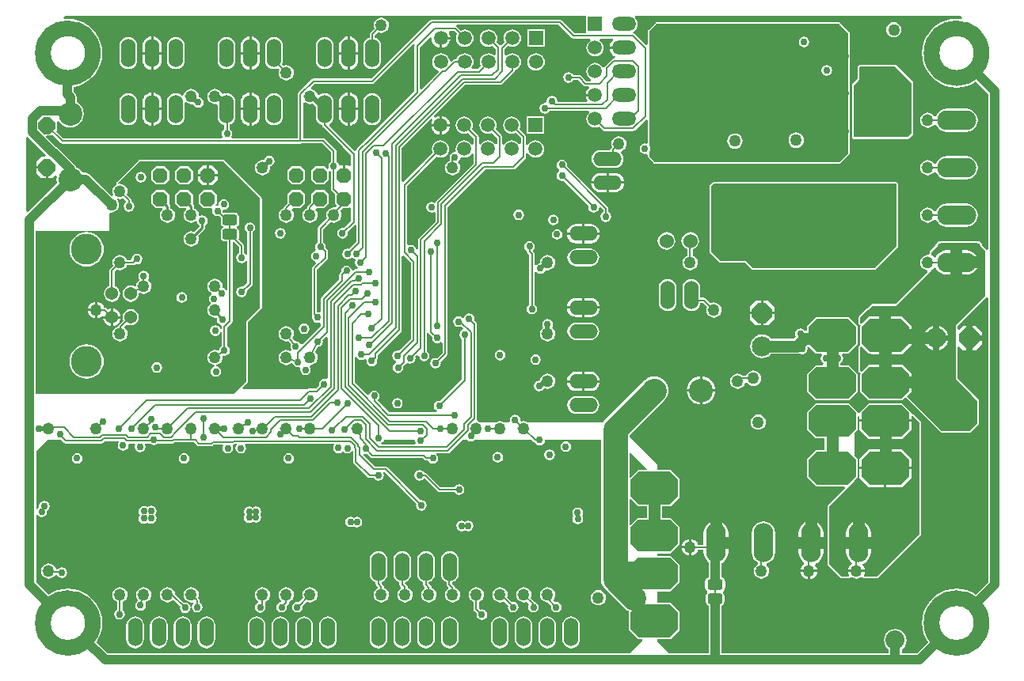
<source format=gbl>
%FSLAX24Y24*%
%MOIN*%
G70*
G01*
G75*
G04 Layer_Physical_Order=4*
G04 Layer_Color=16711680*
%ADD10C,0.0650*%
%ADD11R,0.0402X0.0118*%
G04:AMPARAMS|DCode=12|XSize=105mil|YSize=105mil|CornerRadius=26.3mil|HoleSize=0mil|Usage=FLASHONLY|Rotation=180.000|XOffset=0mil|YOffset=0mil|HoleType=Round|Shape=RoundedRectangle|*
%AMROUNDEDRECTD12*
21,1,0.1050,0.0525,0,0,180.0*
21,1,0.0525,0.1050,0,0,180.0*
1,1,0.0525,-0.0263,0.0263*
1,1,0.0525,0.0263,0.0263*
1,1,0.0525,0.0263,-0.0263*
1,1,0.0525,-0.0263,-0.0263*
%
%ADD12ROUNDEDRECTD12*%
%ADD13C,0.0600*%
G04:AMPARAMS|DCode=14|XSize=50mil|YSize=50mil|CornerRadius=25mil|HoleSize=0mil|Usage=FLASHONLY|Rotation=90.000|XOffset=0mil|YOffset=0mil|HoleType=Round|Shape=RoundedRectangle|*
%AMROUNDEDRECTD14*
21,1,0.0500,0.0000,0,0,90.0*
21,1,0.0000,0.0500,0,0,90.0*
1,1,0.0500,0.0000,0.0000*
1,1,0.0500,0.0000,0.0000*
1,1,0.0500,0.0000,0.0000*
1,1,0.0500,0.0000,0.0000*
%
%ADD14ROUNDEDRECTD14*%
G04:AMPARAMS|DCode=15|XSize=29.1mil|YSize=39.4mil|CornerRadius=5.8mil|HoleSize=0mil|Usage=FLASHONLY|Rotation=90.000|XOffset=0mil|YOffset=0mil|HoleType=Round|Shape=RoundedRectangle|*
%AMROUNDEDRECTD15*
21,1,0.0291,0.0277,0,0,90.0*
21,1,0.0175,0.0394,0,0,90.0*
1,1,0.0117,0.0139,0.0087*
1,1,0.0117,0.0139,-0.0087*
1,1,0.0117,-0.0139,-0.0087*
1,1,0.0117,-0.0139,0.0087*
%
%ADD15ROUNDEDRECTD15*%
G04:AMPARAMS|DCode=16|XSize=29.1mil|YSize=39.4mil|CornerRadius=5.8mil|HoleSize=0mil|Usage=FLASHONLY|Rotation=180.000|XOffset=0mil|YOffset=0mil|HoleType=Round|Shape=RoundedRectangle|*
%AMROUNDEDRECTD16*
21,1,0.0291,0.0277,0,0,180.0*
21,1,0.0175,0.0394,0,0,180.0*
1,1,0.0117,-0.0087,0.0139*
1,1,0.0117,0.0087,0.0139*
1,1,0.0117,0.0087,-0.0139*
1,1,0.0117,-0.0087,-0.0139*
%
%ADD16ROUNDEDRECTD16*%
%ADD17R,0.1673X0.0465*%
G04:AMPARAMS|DCode=18|XSize=22mil|YSize=24mil|CornerRadius=4.4mil|HoleSize=0mil|Usage=FLASHONLY|Rotation=180.000|XOffset=0mil|YOffset=0mil|HoleType=Round|Shape=RoundedRectangle|*
%AMROUNDEDRECTD18*
21,1,0.0220,0.0152,0,0,180.0*
21,1,0.0132,0.0240,0,0,180.0*
1,1,0.0088,-0.0066,0.0076*
1,1,0.0088,0.0066,0.0076*
1,1,0.0088,0.0066,-0.0076*
1,1,0.0088,-0.0066,-0.0076*
%
%ADD18ROUNDEDRECTD18*%
G04:AMPARAMS|DCode=19|XSize=22mil|YSize=24mil|CornerRadius=4.4mil|HoleSize=0mil|Usage=FLASHONLY|Rotation=90.000|XOffset=0mil|YOffset=0mil|HoleType=Round|Shape=RoundedRectangle|*
%AMROUNDEDRECTD19*
21,1,0.0220,0.0152,0,0,90.0*
21,1,0.0132,0.0240,0,0,90.0*
1,1,0.0088,0.0076,0.0066*
1,1,0.0088,0.0076,-0.0066*
1,1,0.0088,-0.0076,-0.0066*
1,1,0.0088,-0.0076,0.0066*
%
%ADD19ROUNDEDRECTD19*%
G04:AMPARAMS|DCode=20|XSize=52mil|YSize=60mil|CornerRadius=13mil|HoleSize=0mil|Usage=FLASHONLY|Rotation=0.000|XOffset=0mil|YOffset=0mil|HoleType=Round|Shape=RoundedRectangle|*
%AMROUNDEDRECTD20*
21,1,0.0520,0.0340,0,0,0.0*
21,1,0.0260,0.0600,0,0,0.0*
1,1,0.0260,0.0130,-0.0170*
1,1,0.0260,-0.0130,-0.0170*
1,1,0.0260,-0.0130,0.0170*
1,1,0.0260,0.0130,0.0170*
%
%ADD20ROUNDEDRECTD20*%
G04:AMPARAMS|DCode=21|XSize=52mil|YSize=60mil|CornerRadius=13mil|HoleSize=0mil|Usage=FLASHONLY|Rotation=270.000|XOffset=0mil|YOffset=0mil|HoleType=Round|Shape=RoundedRectangle|*
%AMROUNDEDRECTD21*
21,1,0.0520,0.0340,0,0,270.0*
21,1,0.0260,0.0600,0,0,270.0*
1,1,0.0260,-0.0170,-0.0130*
1,1,0.0260,-0.0170,0.0130*
1,1,0.0260,0.0170,0.0130*
1,1,0.0260,0.0170,-0.0130*
%
%ADD21ROUNDEDRECTD21*%
%ADD22R,0.0433X0.0669*%
%ADD23R,0.0200X0.0260*%
%ADD24R,0.0543X0.0709*%
G04:AMPARAMS|DCode=25|XSize=63mil|YSize=71mil|CornerRadius=15.8mil|HoleSize=0mil|Usage=FLASHONLY|Rotation=270.000|XOffset=0mil|YOffset=0mil|HoleType=Round|Shape=RoundedRectangle|*
%AMROUNDEDRECTD25*
21,1,0.0630,0.0395,0,0,270.0*
21,1,0.0315,0.0710,0,0,270.0*
1,1,0.0315,-0.0198,-0.0158*
1,1,0.0315,-0.0198,0.0158*
1,1,0.0315,0.0198,0.0158*
1,1,0.0315,0.0198,-0.0158*
%
%ADD25ROUNDEDRECTD25*%
%ADD26R,0.0500X0.0150*%
%ADD27R,0.0790X0.0790*%
%ADD28R,0.0790X0.0790*%
%ADD29R,0.0280X0.0200*%
%ADD30R,0.0200X0.0280*%
%ADD31R,0.0360X0.0320*%
%ADD32R,0.1260X0.0630*%
%ADD33R,0.0240X0.0240*%
%ADD34R,0.0354X0.1299*%
%ADD35R,0.0420X0.0520*%
%ADD36R,0.0480X0.0480*%
%ADD37R,0.0480X0.0480*%
G04:AMPARAMS|DCode=38|XSize=40mil|YSize=40mil|CornerRadius=20mil|HoleSize=0mil|Usage=FLASHONLY|Rotation=0.000|XOffset=0mil|YOffset=0mil|HoleType=Round|Shape=RoundedRectangle|*
%AMROUNDEDRECTD38*
21,1,0.0400,0.0000,0,0,0.0*
21,1,0.0000,0.0400,0,0,0.0*
1,1,0.0400,0.0000,0.0000*
1,1,0.0400,0.0000,0.0000*
1,1,0.0400,0.0000,0.0000*
1,1,0.0400,0.0000,0.0000*
%
%ADD38ROUNDEDRECTD38*%
%ADD39R,0.0236X0.1319*%
%ADD40R,0.1370X0.1370*%
G04:AMPARAMS|DCode=41|XSize=11mil|YSize=31.5mil|CornerRadius=4.4mil|HoleSize=0mil|Usage=FLASHONLY|Rotation=0.000|XOffset=0mil|YOffset=0mil|HoleType=Round|Shape=RoundedRectangle|*
%AMROUNDEDRECTD41*
21,1,0.0110,0.0227,0,0,0.0*
21,1,0.0022,0.0315,0,0,0.0*
1,1,0.0088,0.0011,-0.0113*
1,1,0.0088,-0.0011,-0.0113*
1,1,0.0088,-0.0011,0.0113*
1,1,0.0088,0.0011,0.0113*
%
%ADD41ROUNDEDRECTD41*%
G04:AMPARAMS|DCode=42|XSize=11mil|YSize=31.5mil|CornerRadius=4.4mil|HoleSize=0mil|Usage=FLASHONLY|Rotation=270.000|XOffset=0mil|YOffset=0mil|HoleType=Round|Shape=RoundedRectangle|*
%AMROUNDEDRECTD42*
21,1,0.0110,0.0227,0,0,270.0*
21,1,0.0022,0.0315,0,0,270.0*
1,1,0.0088,-0.0113,-0.0011*
1,1,0.0088,-0.0113,0.0011*
1,1,0.0088,0.0113,0.0011*
1,1,0.0088,0.0113,-0.0011*
%
%ADD42ROUNDEDRECTD42*%
%ADD43R,0.1370X0.1370*%
%ADD44R,0.0120X0.0600*%
%ADD45R,0.0600X0.0120*%
%ADD46R,0.1970X0.1700*%
%ADD47R,0.0280X0.0560*%
%ADD48C,0.0080*%
%ADD49C,0.0070*%
%ADD50C,0.0200*%
%ADD51C,0.0240*%
%ADD52C,0.0100*%
%ADD53C,0.0500*%
%ADD54C,0.0400*%
%ADD55C,0.0120*%
%ADD56C,0.0160*%
%ADD57C,0.0250*%
%ADD58C,0.0600*%
%ADD59C,0.0320*%
%ADD60R,0.0551X0.0472*%
%ADD61R,0.1929X0.1457*%
%ADD62R,0.1575X0.0984*%
%ADD63R,0.1299X0.1063*%
%ADD64C,0.0800*%
%ADD65P,0.0671X8X22.5*%
G04:AMPARAMS|DCode=66|XSize=140mil|YSize=200mil|CornerRadius=0mil|HoleSize=0mil|Usage=FLASHONLY|Rotation=90.000|XOffset=0mil|YOffset=0mil|HoleType=Round|Shape=Octagon|*
%AMOCTAGOND66*
4,1,8,-0.1000,-0.0350,-0.1000,0.0350,-0.0650,0.0700,0.0650,0.0700,0.1000,0.0350,0.1000,-0.0350,0.0650,-0.0700,-0.0650,-0.0700,-0.1000,-0.0350,0.0*
%
%ADD66OCTAGOND66*%

G04:AMPARAMS|DCode=67|XSize=133.9mil|YSize=200mil|CornerRadius=0mil|HoleSize=0mil|Usage=FLASHONLY|Rotation=90.000|XOffset=0mil|YOffset=0mil|HoleType=Round|Shape=Octagon|*
%AMOCTAGOND67*
4,1,8,-0.1000,-0.0335,-0.1000,0.0335,-0.0665,0.0669,0.0665,0.0669,0.1000,0.0335,0.1000,-0.0335,0.0665,-0.0669,-0.0665,-0.0669,-0.1000,-0.0335,0.0*
%
%ADD67OCTAGOND67*%

%ADD68C,0.0840*%
%ADD69P,0.0909X8X22.5*%
%ADD70P,0.0909X8X112.5*%
%ADD71O,0.0825X0.1650*%
%ADD72O,0.1650X0.0825*%
%ADD73O,0.0600X0.1200*%
%ADD74C,0.1000*%
%ADD75C,0.0540*%
%ADD76C,0.1305*%
%ADD77R,0.0591X0.0591*%
%ADD78O,0.1024X0.0591*%
%ADD79C,0.0591*%
%ADD80O,0.1200X0.0600*%
%ADD81P,0.0758X8X292.5*%
%ADD82R,0.0591X0.0591*%
%ADD83C,0.0300*%
%ADD84C,0.0500*%
%ADD85C,0.0320*%
%ADD86C,0.0400*%
%ADD87C,0.1421*%
%ADD88C,0.0390*%
%ADD89C,0.0640*%
G04:AMPARAMS|DCode=90|XSize=98mil|YSize=98mil|CornerRadius=0mil|HoleSize=0mil|Usage=FLASHONLY|Rotation=0.000|XOffset=0mil|YOffset=0mil|HoleType=Round|Shape=Relief|Width=10mil|Gap=10mil|Entries=4|*
%AMTHD90*
7,0,0,0.0980,0.0780,0.0100,45*
%
%ADD90THD90*%
%ADD91C,0.0620*%
%ADD92C,0.1240*%
G04:AMPARAMS|DCode=93|XSize=100mil|YSize=100mil|CornerRadius=0mil|HoleSize=0mil|Usage=FLASHONLY|Rotation=0.000|XOffset=0mil|YOffset=0mil|HoleType=Round|Shape=Relief|Width=10mil|Gap=10mil|Entries=4|*
%AMTHD93*
7,0,0,0.1000,0.0800,0.0100,45*
%
%ADD93THD93*%
G04:AMPARAMS|DCode=94|XSize=115mil|YSize=115mil|CornerRadius=0mil|HoleSize=0mil|Usage=FLASHONLY|Rotation=0.000|XOffset=0mil|YOffset=0mil|HoleType=Round|Shape=Relief|Width=10mil|Gap=10mil|Entries=4|*
%AMTHD94*
7,0,0,0.1150,0.0950,0.0100,45*
%
%ADD94THD94*%
%ADD95C,0.0790*%
%ADD96C,0.1110*%
%ADD97C,0.0594*%
G04:AMPARAMS|DCode=98|XSize=95.433mil|YSize=95.433mil|CornerRadius=0mil|HoleSize=0mil|Usage=FLASHONLY|Rotation=0.000|XOffset=0mil|YOffset=0mil|HoleType=Round|Shape=Relief|Width=10mil|Gap=10mil|Entries=4|*
%AMTHD98*
7,0,0,0.0954,0.0754,0.0100,45*
%
%ADD98THD98*%
%ADD99C,0.0830*%
%ADD100C,0.0520*%
%ADD101C,0.1400*%
%ADD102C,0.1300*%
%ADD103C,0.1040*%
%ADD104C,0.0800*%
%ADD105R,0.3622X0.4331*%
%ADD106R,0.3583X0.4284*%
%ADD107R,0.3425X0.4284*%
%ADD108R,0.4094X0.4331*%
G04:AMPARAMS|DCode=109|XSize=50mil|YSize=50mil|CornerRadius=25mil|HoleSize=0mil|Usage=FLASHONLY|Rotation=180.000|XOffset=0mil|YOffset=0mil|HoleType=Round|Shape=RoundedRectangle|*
%AMROUNDEDRECTD109*
21,1,0.0500,0.0000,0,0,180.0*
21,1,0.0000,0.0500,0,0,180.0*
1,1,0.0500,0.0000,0.0000*
1,1,0.0500,0.0000,0.0000*
1,1,0.0500,0.0000,0.0000*
1,1,0.0500,0.0000,0.0000*
%
%ADD109ROUNDEDRECTD109*%
G04:AMPARAMS|DCode=110|XSize=46mil|YSize=63mil|CornerRadius=11.5mil|HoleSize=0mil|Usage=FLASHONLY|Rotation=90.000|XOffset=0mil|YOffset=0mil|HoleType=Round|Shape=RoundedRectangle|*
%AMROUNDEDRECTD110*
21,1,0.0460,0.0400,0,0,90.0*
21,1,0.0230,0.0630,0,0,90.0*
1,1,0.0230,0.0200,0.0115*
1,1,0.0230,0.0200,-0.0115*
1,1,0.0230,-0.0200,-0.0115*
1,1,0.0230,-0.0200,0.0115*
%
%ADD110ROUNDEDRECTD110*%
G36*
X36187Y18301D02*
X36168Y18255D01*
X35811D01*
X35489Y17933D01*
X35443Y17952D01*
Y18980D01*
X35489Y18999D01*
X36187Y18301D01*
D02*
G37*
G36*
X21839Y33720D02*
X21916Y33688D01*
X22000Y33677D01*
X22084Y33688D01*
X22112Y33700D01*
X22249Y33564D01*
Y33165D01*
X22262Y33068D01*
X22299Y32978D01*
X22358Y32901D01*
X22435Y32841D01*
X22510Y32811D01*
Y32790D01*
X22510Y32790D01*
X22518Y32747D01*
X22543Y32711D01*
X23371Y31883D01*
X23392Y31868D01*
X23734Y31526D01*
Y31138D01*
X23729Y31112D01*
Y31087D01*
X23655Y31057D01*
X23626Y31086D01*
X23471D01*
Y30676D01*
X23371D01*
Y31086D01*
X23221D01*
X23208Y31148D01*
X23160Y31221D01*
X23113Y31252D01*
Y31694D01*
X23105Y31737D01*
X23081Y31773D01*
X23081Y31773D01*
X22648Y32205D01*
X22612Y32230D01*
X22569Y32238D01*
X22543Y32233D01*
X21707D01*
Y33722D01*
X21739Y33747D01*
X21779Y33766D01*
X21839Y33720D01*
D02*
G37*
G36*
X11502Y32047D02*
X11502Y32047D01*
X11538Y32022D01*
X11581Y32014D01*
X11581Y32014D01*
X21600D01*
X21626Y32019D01*
X22517D01*
X22889Y31647D01*
Y31252D01*
X22843Y31221D01*
X22794Y31148D01*
X22777Y31062D01*
X22793Y30982D01*
X22722Y30945D01*
X22611Y31056D01*
X22231D01*
X22041Y30866D01*
Y30486D01*
X22231Y30296D01*
X22611D01*
X22801Y30486D01*
Y30846D01*
X22820Y30857D01*
X22889Y30816D01*
Y30096D01*
X22889Y30096D01*
X22898Y30053D01*
X22922Y30016D01*
X23041Y29897D01*
Y29866D01*
X23041Y29866D01*
X23041Y29866D01*
Y29486D01*
X23109Y29418D01*
Y29369D01*
X23049Y29316D01*
X23000Y29323D01*
X22916Y29312D01*
X22839Y29280D01*
X22772Y29228D01*
X22720Y29161D01*
X22688Y29084D01*
X22677Y29000D01*
X22688Y28916D01*
X22709Y28867D01*
X22362Y28520D01*
X22337Y28484D01*
X22329Y28441D01*
X22329Y28441D01*
Y27867D01*
X22282Y27836D01*
X22234Y27763D01*
X22217Y27677D01*
X22234Y27591D01*
X22252Y27563D01*
X22222Y27490D01*
X22178Y27481D01*
X22105Y27432D01*
X22057Y27359D01*
X22039Y27274D01*
X22057Y27188D01*
X22105Y27115D01*
X22178Y27066D01*
X22232Y27056D01*
X22255Y26979D01*
X22107Y26831D01*
X22083Y26795D01*
X22074Y26752D01*
X22074Y26752D01*
Y24821D01*
X22074Y24821D01*
X22083Y24778D01*
X22102Y24749D01*
X22090Y24686D01*
X22107Y24600D01*
X22155Y24528D01*
X22228Y24479D01*
X22314Y24462D01*
X22400Y24479D01*
X22462Y24446D01*
Y24337D01*
X21681Y23556D01*
X21602Y23564D01*
X21559Y23629D01*
X21486Y23677D01*
X21400Y23694D01*
X21369Y23688D01*
X21268Y23823D01*
X21280Y23839D01*
X21312Y23916D01*
X21323Y24000D01*
X21312Y24084D01*
X21280Y24161D01*
X21228Y24228D01*
X21161Y24280D01*
X21084Y24312D01*
X21000Y24323D01*
X20916Y24312D01*
X20839Y24280D01*
X20772Y24228D01*
X20720Y24161D01*
X20688Y24084D01*
X20677Y24000D01*
X20688Y23916D01*
X20720Y23839D01*
X20772Y23772D01*
X20839Y23720D01*
X20916Y23688D01*
X21000Y23677D01*
X21084Y23688D01*
X21097Y23694D01*
X21197Y23562D01*
X21193Y23556D01*
X21176Y23470D01*
X21193Y23384D01*
X21233Y23324D01*
X21174Y23269D01*
X21161Y23280D01*
X21084Y23312D01*
X21000Y23323D01*
X20916Y23312D01*
X20839Y23280D01*
X20772Y23228D01*
X20720Y23161D01*
X20688Y23084D01*
X20677Y23000D01*
X20688Y22916D01*
X20720Y22839D01*
X20772Y22772D01*
X20839Y22720D01*
X20916Y22688D01*
X21000Y22677D01*
X21084Y22688D01*
X21161Y22720D01*
X21216Y22762D01*
X21291Y22734D01*
X21293Y22724D01*
X21341Y22651D01*
X21414Y22603D01*
X21500Y22586D01*
X21541Y22594D01*
X21598Y22537D01*
X21587Y22480D01*
X21604Y22394D01*
X21652Y22322D01*
X21725Y22273D01*
X21811Y22256D01*
X21897Y22273D01*
X21970Y22322D01*
X22018Y22394D01*
X22035Y22480D01*
X22018Y22566D01*
X21991Y22607D01*
X21991Y22608D01*
X22024Y22680D01*
X22084Y22688D01*
X22161Y22720D01*
X22228Y22772D01*
X22280Y22839D01*
X22312Y22916D01*
X22323Y23000D01*
X22312Y23084D01*
X22280Y23161D01*
X22228Y23228D01*
X22227Y23229D01*
X22327Y23441D01*
X22400Y23455D01*
X22473Y23504D01*
X22521Y23577D01*
X22538Y23663D01*
X22527Y23717D01*
X22688Y23878D01*
X22762Y23847D01*
Y22121D01*
X22691Y22084D01*
X22686Y22087D01*
X22600Y22104D01*
X22514Y22087D01*
X22441Y22039D01*
X22393Y21966D01*
X22376Y21880D01*
X22387Y21825D01*
X22244Y21682D01*
X21941D01*
X21941Y21682D01*
X21898Y21674D01*
X21868Y21654D01*
X19192D01*
X19161Y21727D01*
X19381Y21948D01*
X19397Y21971D01*
X19402Y21998D01*
Y24508D01*
X19952Y25058D01*
X19968Y25081D01*
X19973Y25108D01*
Y29705D01*
X19968Y29732D01*
X19952Y29755D01*
X18407Y31300D01*
X18384Y31316D01*
X18356Y31321D01*
X14823D01*
X14796Y31316D01*
X14772Y31300D01*
X13884Y30412D01*
X13883Y30410D01*
X13881Y30409D01*
X13875Y30399D01*
X13869Y30389D01*
X13868Y30387D01*
X13867Y30385D01*
X13866Y30373D01*
X13863Y30362D01*
X13864Y30360D01*
X13864Y30357D01*
X13867Y30346D01*
X13869Y30335D01*
D01*
X13869D01*
X13869Y30335D01*
X13854Y30286D01*
D01*
D01*
D01*
D01*
D01*
X13839Y30280D01*
X13772Y30228D01*
X13720Y30161D01*
X13688Y30084D01*
X13677Y30000D01*
X13688Y29916D01*
X13715Y29852D01*
X13648Y29808D01*
X12754Y30702D01*
X12697Y30746D01*
X12632Y30773D01*
X12561Y30782D01*
X12411D01*
X12405Y30797D01*
X12314Y30916D01*
X12195Y31008D01*
X12160Y31022D01*
X12143Y31063D01*
X12100Y31119D01*
X11407Y31812D01*
X11350Y31856D01*
X11315Y31870D01*
X10900Y32286D01*
X10930Y32360D01*
X11137D01*
X11163Y32385D01*
X11502Y32047D01*
D02*
G37*
G36*
X35811Y16715D02*
X36173D01*
Y16224D01*
X35796D01*
X35489Y15918D01*
X35443Y15937D01*
Y17018D01*
X35489Y17037D01*
X35811Y16715D01*
D02*
G37*
G36*
X26411Y36167D02*
X26410Y36165D01*
X26401Y36124D01*
Y34220D01*
X24450Y32269D01*
X24429Y32255D01*
X23983Y31809D01*
X23958Y31772D01*
X23950Y31729D01*
X23950Y31729D01*
Y31718D01*
X23876Y31687D01*
X23544Y32020D01*
X23529Y32041D01*
X22807Y32764D01*
X22812Y32844D01*
X22886Y32901D01*
X22945Y32978D01*
X22983Y33068D01*
X22995Y33165D01*
Y33765D01*
X22983Y33861D01*
X22945Y33951D01*
X22886Y34028D01*
X22809Y34088D01*
X22719Y34125D01*
X22622Y34138D01*
X22525Y34125D01*
X22435Y34088D01*
X22386Y34050D01*
X22312Y34080D01*
X22312Y34084D01*
X22280Y34161D01*
X22228Y34228D01*
X22161Y34280D01*
X22084Y34312D01*
X22065Y34314D01*
X22039Y34390D01*
X22184Y34535D01*
X24622D01*
X24663Y34543D01*
X24698Y34566D01*
X26349Y36218D01*
X26411Y36167D01*
D02*
G37*
G36*
X44650Y36670D02*
Y31610D01*
X44280Y31240D01*
X36520D01*
X36290Y31470D01*
Y31688D01*
X36307Y31714D01*
X36324Y31800D01*
X36307Y31886D01*
X36290Y31912D01*
Y36760D01*
X36590Y37060D01*
X44260D01*
X44650Y36670D01*
D02*
G37*
G36*
X10891Y31524D02*
X10861Y31450D01*
X10702D01*
X10477Y31225D01*
Y31050D01*
X10927D01*
Y31000D01*
X10977D01*
Y30550D01*
X11152D01*
X11278Y30675D01*
X11350Y30640D01*
X11332Y30510D01*
X11352Y30361D01*
X11358Y30346D01*
X10133Y29120D01*
X10059Y29151D01*
Y32252D01*
X10133Y32282D01*
X10891Y31524D01*
D02*
G37*
G36*
X23729Y29309D02*
Y28760D01*
X23421Y28452D01*
X23366Y28463D01*
X23280Y28445D01*
X23208Y28397D01*
X23159Y28324D01*
X23142Y28238D01*
X23159Y28152D01*
X23208Y28080D01*
X23280Y28031D01*
X23366Y28014D01*
X23452Y28031D01*
X23525Y28080D01*
X23573Y28152D01*
X23590Y28238D01*
X23580Y28293D01*
X23876Y28589D01*
X23950Y28559D01*
Y27888D01*
X23637Y27576D01*
X23583Y27586D01*
X23497Y27569D01*
X23424Y27521D01*
X23375Y27448D01*
X23358Y27362D01*
X23375Y27276D01*
X23424Y27204D01*
X23497Y27155D01*
X23583Y27138D01*
X23668Y27155D01*
X23741Y27204D01*
X23793D01*
X23794Y27201D01*
X23867Y27153D01*
X23881Y27150D01*
X23908Y27085D01*
X23891Y26999D01*
X23908Y26914D01*
X23957Y26841D01*
X24013Y26803D01*
X23990Y26726D01*
X23932D01*
X23932Y26726D01*
X23889Y26718D01*
X23853Y26693D01*
X23835Y26676D01*
X23758Y26699D01*
X23751Y26739D01*
X23702Y26812D01*
X23629Y26861D01*
X23543Y26878D01*
X23457Y26861D01*
X23385Y26812D01*
X23336Y26739D01*
X23319Y26653D01*
X23323Y26632D01*
X23262Y26570D01*
X23238Y26534D01*
X23229Y26491D01*
X23229Y26491D01*
Y26282D01*
X22495Y25548D01*
X22470Y25511D01*
X22462Y25468D01*
X22462Y25468D01*
Y24927D01*
X22400Y24893D01*
X22314Y24911D01*
X22299Y24923D01*
Y26706D01*
X22717Y27124D01*
X22717Y27124D01*
X22741Y27160D01*
X22750Y27203D01*
Y27480D01*
X22750Y27480D01*
X22741Y27523D01*
X22717Y27560D01*
X22654Y27622D01*
X22665Y27677D01*
X22648Y27763D01*
X22600Y27836D01*
X22553Y27867D01*
Y28394D01*
X22867Y28709D01*
X22916Y28688D01*
X23000Y28677D01*
X23084Y28688D01*
X23161Y28720D01*
X23228Y28772D01*
X23280Y28839D01*
X23312Y28916D01*
X23323Y29000D01*
X23312Y29084D01*
X23280Y29161D01*
X23267Y29178D01*
X23384Y29296D01*
X23611D01*
X23655Y29340D01*
X23729Y29309D01*
D02*
G37*
G36*
X50433Y27480D02*
Y25607D01*
X49173Y24347D01*
Y23365D01*
Y23142D01*
Y22096D01*
X49862Y21407D01*
X50089Y21181D01*
Y20217D01*
X49783Y19911D01*
X48593D01*
X47134Y21370D01*
X47320Y21557D01*
Y21692D01*
X46220D01*
Y21942D01*
X45970D01*
Y22711D01*
X45505D01*
X45204Y22410D01*
X45157Y22429D01*
Y23439D01*
X45204Y23459D01*
X45520Y23142D01*
X45970D01*
Y23942D01*
Y24742D01*
X45520D01*
X45204Y24425D01*
X45157Y24444D01*
Y24675D01*
Y24685D01*
X45472Y25000D01*
X45482D01*
X45659Y25177D01*
X46673D01*
X48150Y26654D01*
Y26683D01*
X48177Y26694D01*
X48250Y26750D01*
X48282Y26792D01*
X48331Y26786D01*
X48350Y26742D01*
X48432Y26634D01*
X48539Y26552D01*
X48664Y26501D01*
X48797Y26483D01*
X48960D01*
Y27000D01*
Y27517D01*
X48797D01*
X48664Y27499D01*
X48539Y27448D01*
X48432Y27366D01*
X48350Y27258D01*
X48331Y27214D01*
X48282Y27208D01*
X48250Y27250D01*
X48177Y27306D01*
X48150Y27317D01*
Y27441D01*
X48543Y27835D01*
X50079D01*
X50433Y27480D01*
D02*
G37*
G36*
X34257Y13654D02*
X34269Y13538D01*
X34302Y13427D01*
X34357Y13325D01*
X34431Y13235D01*
X35211Y12455D01*
X35301Y12381D01*
X35403Y12326D01*
X35417Y12322D01*
X35429Y12273D01*
X35426Y12270D01*
Y11500D01*
X35811Y11115D01*
X35971D01*
X35990Y11069D01*
X35443Y10522D01*
X13486D01*
X13008Y10999D01*
X13102Y11153D01*
X13189Y11363D01*
X13242Y11584D01*
X13260Y11811D01*
X13242Y12038D01*
X13189Y12259D01*
X13102Y12469D01*
X12984Y12663D01*
X12836Y12836D01*
X12663Y12984D01*
X12469Y13102D01*
X12259Y13189D01*
X12038Y13242D01*
X11811Y13260D01*
X11584Y13242D01*
X11363Y13189D01*
X11153Y13102D01*
X10999Y13008D01*
X10472Y13535D01*
Y16367D01*
X10520Y16382D01*
X10550Y16337D01*
X10623Y16289D01*
X10709Y16272D01*
X10795Y16289D01*
X10867Y16337D01*
X10916Y16410D01*
X10933Y16496D01*
X10925Y16534D01*
X10985Y16574D01*
X11034Y16646D01*
X11051Y16732D01*
X11034Y16818D01*
X10985Y16891D01*
X10913Y16940D01*
X10827Y16957D01*
X10741Y16940D01*
X10668Y16891D01*
X10620Y16818D01*
X10602Y16732D01*
X10610Y16695D01*
X10550Y16655D01*
X10520Y16610D01*
X10472Y16625D01*
Y19055D01*
X10945Y19528D01*
X11491D01*
X11500Y19526D01*
X11509Y19528D01*
X11514D01*
X11631Y19411D01*
X11631Y19411D01*
X11667Y19386D01*
X11710Y19378D01*
X11710Y19378D01*
X13211D01*
X13211Y19378D01*
X13254Y19386D01*
X13291Y19411D01*
X13358Y19478D01*
X13941D01*
X13964Y19434D01*
X13927Y19377D01*
X13910Y19291D01*
X13927Y19205D01*
X13975Y19133D01*
X14048Y19084D01*
X14134Y19067D01*
X14220Y19084D01*
X14292Y19133D01*
X14341Y19205D01*
X14358Y19291D01*
X14349Y19339D01*
X14380Y19378D01*
X14631D01*
X14655Y19334D01*
X14643Y19316D01*
X14626Y19230D01*
X14643Y19144D01*
X14691Y19071D01*
X14764Y19023D01*
X14850Y19006D01*
X14936Y19023D01*
X15009Y19071D01*
X15057Y19144D01*
X15074Y19230D01*
X15057Y19316D01*
X15045Y19334D01*
X15069Y19378D01*
X15267D01*
X15271Y19371D01*
X15344Y19323D01*
X15430Y19306D01*
X15516Y19323D01*
X15589Y19371D01*
X15593Y19378D01*
X16211D01*
X16211Y19378D01*
X16254Y19386D01*
X16291Y19411D01*
X16295Y19415D01*
X16990D01*
X16990Y19415D01*
X16990Y19415D01*
X17126D01*
X17241Y19301D01*
X17241Y19301D01*
X17277Y19276D01*
X17320Y19268D01*
X17320Y19268D01*
X17851D01*
X17851Y19268D01*
X17894Y19276D01*
X17930Y19301D01*
X17961Y19332D01*
X18332D01*
X18355Y19288D01*
X18336Y19259D01*
X18319Y19173D01*
X18336Y19087D01*
X18385Y19015D01*
X18457Y18966D01*
X18543Y18949D01*
X18629Y18966D01*
X18702Y19015D01*
X18751Y19087D01*
X18768Y19173D01*
X18751Y19259D01*
X18740Y19275D01*
X18740Y19309D01*
X18751Y19334D01*
X18783Y19340D01*
X18818Y19363D01*
X18904D01*
X18928Y19319D01*
X18887Y19259D01*
X18870Y19173D01*
X18887Y19087D01*
X18936Y19015D01*
X19009Y18966D01*
X19094Y18949D01*
X19180Y18966D01*
X19253Y19015D01*
X19302Y19087D01*
X19319Y19173D01*
X19302Y19259D01*
X19261Y19319D01*
X19285Y19363D01*
X21591D01*
X21617Y19369D01*
X23005D01*
X23029Y19324D01*
X22992Y19269D01*
X22975Y19183D01*
X22992Y19097D01*
X23040Y19024D01*
X23113Y18976D01*
X23199Y18959D01*
X23285Y18976D01*
X23357Y19024D01*
X23362Y19032D01*
X23412D01*
X23424Y19015D01*
X23497Y18966D01*
X23583Y18949D01*
X23669Y18966D01*
X23741Y19015D01*
X23774Y19064D01*
X23822Y19049D01*
Y18606D01*
X23822Y18606D01*
X23830Y18563D01*
X23855Y18527D01*
X24429Y17952D01*
X24429Y17952D01*
X24466Y17928D01*
X24509Y17919D01*
X24692D01*
X24723Y17873D01*
X24796Y17824D01*
X24882Y17807D01*
X24968Y17824D01*
X25041Y17873D01*
X25089Y17946D01*
X25106Y18032D01*
X25089Y18117D01*
X25076Y18137D01*
X25089Y18160D01*
X25138Y18168D01*
X26479Y16826D01*
X26469Y16772D01*
X26486Y16686D01*
X26534Y16613D01*
X26607Y16564D01*
X26693Y16547D01*
X26779Y16564D01*
X26852Y16613D01*
X26900Y16686D01*
X26917Y16772D01*
X26900Y16857D01*
X26852Y16930D01*
X26779Y16979D01*
X26693Y16996D01*
X26638Y16985D01*
X25251Y18372D01*
X25214Y18397D01*
X25171Y18405D01*
X25171Y18405D01*
X24733D01*
X24237Y18902D01*
X24264Y18943D01*
X24350Y18926D01*
X24405Y18937D01*
X24543Y18798D01*
X24543Y18798D01*
X24580Y18774D01*
X24622Y18765D01*
X26744D01*
X26810Y18699D01*
X26847Y18675D01*
X26890Y18666D01*
X26890Y18666D01*
X26968D01*
X26968Y18664D01*
X27017Y18591D01*
X27089Y18543D01*
X27175Y18526D01*
X27261Y18543D01*
X27334Y18591D01*
X27382Y18664D01*
X27400Y18750D01*
X27382Y18836D01*
X27334Y18909D01*
X27319Y18918D01*
X27334Y18966D01*
X27799D01*
X27799Y18966D01*
X27842Y18975D01*
X27879Y18999D01*
X28407Y19528D01*
X28622D01*
X28624Y19524D01*
X28697Y19476D01*
X28783Y19458D01*
X28869Y19476D01*
X28941Y19524D01*
X28944Y19528D01*
X31321D01*
X31407Y19442D01*
X31441Y19419D01*
X31469Y19413D01*
X31505Y19359D01*
X31578Y19310D01*
X31663Y19293D01*
X31749Y19310D01*
X31822Y19359D01*
X31871Y19432D01*
X31888Y19518D01*
X31896Y19528D01*
X34257D01*
Y13654D01*
D02*
G37*
G36*
X26429Y19489D02*
X26429Y19488D01*
X26446Y19402D01*
X26458Y19384D01*
X26435Y19340D01*
X25015D01*
X25000Y19388D01*
X25061Y19429D01*
X25110Y19502D01*
X25115Y19528D01*
X26398D01*
X26429Y19489D01*
D02*
G37*
G36*
X19902Y29705D02*
Y25108D01*
X19331Y24537D01*
Y21998D01*
X18799Y21467D01*
X10452D01*
Y28346D01*
X13563D01*
Y29079D01*
X13601Y29112D01*
X13642Y29106D01*
X13725Y29117D01*
X13803Y29150D01*
X13870Y29201D01*
X13921Y29268D01*
X13953Y29346D01*
X13964Y29429D01*
X13953Y29513D01*
X13921Y29591D01*
X13872Y29654D01*
X13903Y29694D01*
X13916Y29688D01*
X14000Y29677D01*
X14084Y29688D01*
X14133Y29709D01*
X14248Y29593D01*
X14243Y29543D01*
X14221Y29529D01*
X14173Y29456D01*
X14156Y29370D01*
X14173Y29284D01*
X14221Y29211D01*
X14294Y29163D01*
X14380Y29146D01*
X14466Y29163D01*
X14539Y29211D01*
X14587Y29284D01*
X14604Y29370D01*
X14587Y29456D01*
X14539Y29529D01*
X14492Y29560D01*
Y29620D01*
X14492Y29620D01*
X14484Y29663D01*
X14459Y29699D01*
X14459Y29699D01*
X14291Y29867D01*
X14312Y29916D01*
X14323Y30000D01*
X14312Y30084D01*
X14280Y30161D01*
X14228Y30228D01*
X14161Y30280D01*
X14084Y30312D01*
X14000Y30323D01*
X13957Y30317D01*
X13935Y30362D01*
X14823Y31250D01*
X18356D01*
X19902Y29705D01*
D02*
G37*
G36*
X49438Y37334D02*
X49405Y37261D01*
X49213Y37276D01*
X48986Y37258D01*
X48765Y37205D01*
X48555Y37118D01*
X48361Y36999D01*
X48188Y36852D01*
X48040Y36679D01*
X47921Y36485D01*
X47834Y36275D01*
X47781Y36053D01*
X47763Y35827D01*
X47781Y35600D01*
X47834Y35379D01*
X47921Y35169D01*
X48040Y34975D01*
X48188Y34802D01*
X48361Y34654D01*
X48555Y34535D01*
X48765Y34448D01*
X48986Y34395D01*
X49213Y34378D01*
X49439Y34395D01*
X49660Y34448D01*
X49871Y34535D01*
X50024Y34630D01*
X50551Y34103D01*
Y27576D01*
X50518Y27554D01*
X50477Y27537D01*
X50295Y27720D01*
X50286Y27763D01*
X50237Y27836D01*
X50165Y27884D01*
X50116Y27894D01*
X50106Y27901D01*
X50079Y27906D01*
X48543D01*
X48516Y27901D01*
X48506Y27894D01*
X48457Y27884D01*
X48385Y27836D01*
X48336Y27763D01*
X48327Y27720D01*
X48099Y27491D01*
X48084Y27468D01*
X48078Y27441D01*
Y27373D01*
X48018Y27320D01*
X48000Y27323D01*
X47916Y27312D01*
X47839Y27280D01*
X47772Y27228D01*
X47720Y27161D01*
X47688Y27084D01*
X47677Y27000D01*
X47688Y26916D01*
X47720Y26839D01*
X47772Y26772D01*
X47839Y26720D01*
X47916Y26688D01*
X47974Y26681D01*
X48000Y26605D01*
X46644Y25249D01*
X45659D01*
X45632Y25243D01*
X45609Y25228D01*
X45448Y25066D01*
X45445Y25066D01*
X45422Y25050D01*
X45107Y24736D01*
X45092Y24712D01*
X45086Y24685D01*
Y24675D01*
Y24444D01*
X45092Y24417D01*
X45107Y24394D01*
X45121Y24384D01*
X45130Y24378D01*
X45176Y24359D01*
D01*
X45150Y24327D01*
D01*
X45150Y24327D01*
X45150Y24327D01*
Y23557D01*
X45150Y23557D01*
X45150Y23557D01*
D01*
X45176Y23524D01*
X45176D01*
X45176Y23524D01*
X45130Y23505D01*
X45121Y23499D01*
X45107Y23490D01*
X45101Y23481D01*
X45092Y23467D01*
X45087Y23444D01*
X45086Y23439D01*
Y22429D01*
X45092Y22401D01*
X45098Y22392D01*
X45107Y22378D01*
X45130Y22363D01*
X45176Y22344D01*
X45176Y22344D01*
X45150Y22311D01*
D01*
X45150Y22311D01*
X45150D01*
Y22311D01*
Y22311D01*
X45150Y22311D01*
Y21572D01*
X45520Y21202D01*
X46921D01*
X46948Y21229D01*
X47057Y21302D01*
X47101D01*
X48542Y19861D01*
X48565Y19845D01*
X48593Y19840D01*
X49783D01*
X49811Y19845D01*
X49834Y19861D01*
X50139Y20166D01*
X50155Y20189D01*
X50160Y20217D01*
Y21181D01*
X50155Y21208D01*
X50139Y21232D01*
X49913Y21458D01*
X49245Y22126D01*
Y23142D01*
Y23365D01*
Y23445D01*
X49319Y23476D01*
X49495Y23299D01*
X49635D01*
Y23819D01*
Y24339D01*
X49495D01*
X49319Y24162D01*
X49245Y24193D01*
Y24318D01*
X50477Y25550D01*
X50518Y25533D01*
X50551Y25511D01*
Y13535D01*
X50024Y13008D01*
X49871Y13102D01*
X49660Y13189D01*
X49439Y13242D01*
X49213Y13260D01*
X48986Y13242D01*
X48765Y13189D01*
X48555Y13102D01*
X48361Y12984D01*
X48188Y12836D01*
X48040Y12663D01*
X47921Y12469D01*
X47834Y12259D01*
X47781Y12038D01*
X47763Y11811D01*
X47781Y11584D01*
X47834Y11363D01*
X47921Y11153D01*
X48016Y10999D01*
X47538Y10522D01*
X46906D01*
Y10699D01*
X46969Y10747D01*
X47044Y10846D01*
X47092Y10960D01*
X47108Y11083D01*
X47092Y11205D01*
X47044Y11320D01*
X46969Y11418D01*
X46871Y11493D01*
X46757Y11541D01*
X46634Y11557D01*
X46511Y11541D01*
X46397Y11493D01*
X46299Y11418D01*
X46223Y11320D01*
X46176Y11205D01*
X46160Y11083D01*
X46176Y10960D01*
X46223Y10846D01*
X46299Y10747D01*
X46362Y10699D01*
Y10522D01*
X39327D01*
Y12541D01*
X39388Y12582D01*
X39429Y12643D01*
X39444Y12715D01*
Y12945D01*
X39429Y13017D01*
X39389Y13078D01*
X39404Y13156D01*
X39410Y13160D01*
X39458Y13231D01*
X39474Y13315D01*
Y13545D01*
X39458Y13629D01*
X39410Y13700D01*
X39339Y13747D01*
X39327Y13750D01*
Y14329D01*
X39345Y14337D01*
X39452Y14419D01*
X39534Y14526D01*
X39586Y14651D01*
X39604Y14784D01*
Y14947D01*
X39087D01*
Y15197D01*
X38837D01*
Y16061D01*
X38828Y16057D01*
X38721Y15975D01*
X38639Y15868D01*
X38587Y15743D01*
X38570Y15609D01*
Y15112D01*
X38332D01*
X38306Y15177D01*
X38250Y15250D01*
X38177Y15306D01*
X38091Y15341D01*
X38050Y15346D01*
Y15000D01*
Y14654D01*
X38091Y14659D01*
X38177Y14694D01*
X38250Y14750D01*
X38306Y14823D01*
X38332Y14888D01*
X38570D01*
Y14784D01*
X38587Y14651D01*
X38639Y14526D01*
X38721Y14419D01*
X38783Y14371D01*
Y13750D01*
X38771Y13747D01*
X38700Y13700D01*
X38653Y13629D01*
X38636Y13545D01*
Y13315D01*
X38653Y13231D01*
X38700Y13160D01*
X38706Y13156D01*
X38721Y13078D01*
X38681Y13017D01*
X38666Y12945D01*
Y12715D01*
X38681Y12643D01*
X38722Y12582D01*
X38783Y12541D01*
Y10522D01*
X37116D01*
X36614Y11024D01*
Y11115D01*
X37181D01*
X37566Y11500D01*
Y12270D01*
X37181Y12655D01*
X36614D01*
Y13146D01*
X37196D01*
X37566Y13515D01*
Y14255D01*
X37196Y14624D01*
X36614D01*
Y14746D01*
X37196D01*
X37566Y15115D01*
Y15855D01*
X37196Y16224D01*
X36819D01*
Y16715D01*
X37181D01*
X37566Y17100D01*
Y17870D01*
X37181Y18255D01*
X36614D01*
Y18504D01*
X35443Y19675D01*
Y19723D01*
X36915Y21195D01*
X36989Y21285D01*
X37044Y21387D01*
X37078Y21499D01*
X37089Y21614D01*
X37078Y21730D01*
X37044Y21841D01*
X36989Y21944D01*
X36915Y22033D01*
X36825Y22107D01*
X36723Y22162D01*
X36612Y22196D01*
X36496Y22207D01*
X36380Y22196D01*
X36269Y22162D01*
X36167Y22107D01*
X36077Y22033D01*
X34431Y20387D01*
X34357Y20297D01*
X34338Y20261D01*
X31185D01*
X31161Y20280D01*
X31084Y20312D01*
X31000Y20323D01*
X30916Y20312D01*
X30914Y20311D01*
X30853Y20362D01*
X30854Y20370D01*
X30837Y20456D01*
X30789Y20529D01*
X30716Y20577D01*
X30630Y20594D01*
X30544Y20577D01*
X30471Y20529D01*
X30423Y20456D01*
X30406Y20370D01*
X30415Y20323D01*
X30364Y20261D01*
X30185D01*
X30161Y20280D01*
X30084Y20312D01*
X30000Y20323D01*
X29916Y20312D01*
X29839Y20280D01*
X29815Y20261D01*
X29185D01*
X29161Y20280D01*
X29084Y20312D01*
X29059Y20315D01*
X29026Y20388D01*
X29027Y20390D01*
X29036Y20433D01*
X29036Y20433D01*
Y24413D01*
X29036Y24413D01*
X29027Y24456D01*
X29003Y24492D01*
X29003Y24492D01*
X28914Y24581D01*
X28925Y24636D01*
X28908Y24722D01*
X28859Y24794D01*
X28787Y24843D01*
X28701Y24860D01*
X28615Y24843D01*
X28542Y24794D01*
X28494Y24722D01*
X28486Y24681D01*
X28407Y24666D01*
X28407Y24666D01*
X28334Y24715D01*
X28248Y24732D01*
X28162Y24715D01*
X28089Y24666D01*
X28041Y24594D01*
X28024Y24508D01*
X28041Y24422D01*
X28089Y24349D01*
X28162Y24301D01*
X28248Y24284D01*
X28334Y24301D01*
X28361Y24319D01*
X28448Y24231D01*
X28428Y24164D01*
X28355Y24115D01*
X28307Y24043D01*
X28289Y23957D01*
X28307Y23871D01*
X28355Y23798D01*
X28402Y23767D01*
Y22084D01*
X27496Y21178D01*
X27441Y21189D01*
X27355Y21172D01*
X27282Y21123D01*
X27234Y21050D01*
X27217Y20965D01*
X27234Y20879D01*
X27282Y20806D01*
X27337Y20769D01*
X27314Y20693D01*
X25348D01*
X24859Y21182D01*
X24863Y21229D01*
X24912Y21302D01*
X24929Y21388D01*
X24912Y21474D01*
X24863Y21546D01*
X24791Y21595D01*
X24705Y21612D01*
X24619Y21595D01*
X24546Y21546D01*
X24497Y21474D01*
X24490Y21438D01*
X24414Y21415D01*
X23889Y21940D01*
Y22997D01*
X23965Y23021D01*
X24005Y22961D01*
X24078Y22913D01*
X24163Y22896D01*
X24249Y22913D01*
X24318Y22958D01*
X24384Y22914D01*
X24372Y22854D01*
X24389Y22768D01*
X24438Y22696D01*
X24511Y22647D01*
X24596Y22630D01*
X24682Y22647D01*
X24755Y22696D01*
X24804Y22768D01*
X24821Y22854D01*
X24810Y22909D01*
X24829Y22928D01*
X24829Y22928D01*
X24853Y22964D01*
X24861Y23007D01*
X24861Y23007D01*
Y23108D01*
X25837Y24084D01*
X25861Y24120D01*
X25870Y24163D01*
X25870Y24163D01*
Y27271D01*
X25944Y27302D01*
X26246Y27000D01*
Y23787D01*
X25744Y23284D01*
X25689Y23295D01*
X25603Y23278D01*
X25530Y23229D01*
X25482Y23157D01*
X25465Y23071D01*
X25482Y22985D01*
X25530Y22912D01*
X25603Y22864D01*
X25630Y22858D01*
Y22778D01*
X25624Y22777D01*
X25551Y22729D01*
X25503Y22656D01*
X25486Y22570D01*
X25503Y22484D01*
X25551Y22411D01*
X25624Y22363D01*
X25710Y22346D01*
X25796Y22363D01*
X25869Y22411D01*
X25917Y22484D01*
X25934Y22570D01*
X25923Y22625D01*
X26033Y22734D01*
X26033Y22734D01*
X26040Y22746D01*
X26119Y22761D01*
X26128Y22755D01*
X26214Y22738D01*
X26300Y22755D01*
X26372Y22804D01*
X26421Y22877D01*
X26438Y22963D01*
X26427Y23017D01*
X26498Y23088D01*
X26587Y23071D01*
X26604Y22985D01*
X26652Y22912D01*
X26725Y22864D01*
X26811Y22847D01*
X26897Y22864D01*
X26970Y22912D01*
X27018Y22985D01*
X27035Y23071D01*
X27018Y23157D01*
X26970Y23229D01*
X26933Y23254D01*
Y23493D01*
X26933Y23493D01*
X26924Y23536D01*
X26919Y23544D01*
X26920Y23554D01*
Y24020D01*
X26999Y24036D01*
X27023Y24000D01*
X27149Y23874D01*
X27138Y23819D01*
X27155Y23733D01*
X27204Y23660D01*
X27276Y23612D01*
X27362Y23595D01*
X27448Y23612D01*
X27503Y23649D01*
X27574Y23611D01*
Y23205D01*
X27338Y22969D01*
X27283Y22980D01*
X27198Y22963D01*
X27125Y22915D01*
X27076Y22842D01*
X27059Y22756D01*
X27076Y22670D01*
X27125Y22597D01*
X27198Y22549D01*
X27283Y22532D01*
X27369Y22549D01*
X27442Y22597D01*
X27491Y22670D01*
X27508Y22756D01*
X27497Y22811D01*
X27765Y23079D01*
X27765Y23079D01*
X27790Y23115D01*
X27798Y23158D01*
X27798Y23158D01*
Y29347D01*
X29373Y30921D01*
X30561D01*
X30561Y30921D01*
X30604Y30930D01*
X30640Y30954D01*
X31064Y31377D01*
X31064Y31377D01*
X31088Y31414D01*
X31096Y31457D01*
X31096Y31457D01*
Y31591D01*
X31175Y31606D01*
X31177Y31601D01*
X31236Y31525D01*
X31312Y31466D01*
X31401Y31430D01*
X31496Y31417D01*
X31591Y31430D01*
X31680Y31466D01*
X31757Y31525D01*
X31815Y31601D01*
X31852Y31690D01*
X31864Y31785D01*
X31852Y31881D01*
X31815Y31970D01*
X31757Y32046D01*
X31680Y32104D01*
X31591Y32141D01*
X31496Y32154D01*
X31401Y32141D01*
X31312Y32104D01*
X31236Y32046D01*
X31177Y31970D01*
X31175Y31965D01*
X31096Y31980D01*
Y32297D01*
X31096Y32297D01*
X31088Y32340D01*
X31064Y32377D01*
X31064Y32377D01*
X30822Y32618D01*
X30852Y32690D01*
X30864Y32785D01*
X30852Y32881D01*
X30815Y32970D01*
X30757Y33046D01*
X30680Y33105D01*
X30591Y33141D01*
X30496Y33154D01*
X30401Y33141D01*
X30312Y33105D01*
X30236Y33046D01*
X30177Y32970D01*
X30140Y32881D01*
X30128Y32785D01*
X30140Y32690D01*
X30177Y32601D01*
X30236Y32525D01*
X30312Y32466D01*
X30401Y32430D01*
X30496Y32417D01*
X30591Y32430D01*
X30663Y32459D01*
X30872Y32251D01*
Y32020D01*
X30796Y31994D01*
X30757Y32046D01*
X30680Y32104D01*
X30591Y32141D01*
X30496Y32154D01*
X30401Y32141D01*
X30312Y32104D01*
X30236Y32046D01*
X30178Y31971D01*
X30153Y31979D01*
X30102Y32001D01*
Y32291D01*
X30094Y32334D01*
X30069Y32371D01*
X30069Y32371D01*
X29822Y32618D01*
X29852Y32690D01*
X29864Y32785D01*
X29852Y32881D01*
X29815Y32970D01*
X29757Y33046D01*
X29680Y33105D01*
X29591Y33141D01*
X29496Y33154D01*
X29401Y33141D01*
X29312Y33105D01*
X29236Y33046D01*
X29177Y32970D01*
X29140Y32881D01*
X29128Y32785D01*
X29140Y32690D01*
X29177Y32601D01*
X29236Y32525D01*
X29312Y32466D01*
X29401Y32430D01*
X29496Y32417D01*
X29591Y32430D01*
X29663Y32459D01*
X29878Y32245D01*
Y32012D01*
X29802Y31986D01*
X29757Y32046D01*
X29680Y32104D01*
X29591Y32141D01*
X29496Y32154D01*
X29401Y32141D01*
X29312Y32104D01*
X29236Y32046D01*
X29184Y31979D01*
X29108Y32004D01*
Y32285D01*
X29108Y32285D01*
X29100Y32328D01*
X29075Y32365D01*
X29075Y32365D01*
X28822Y32618D01*
X28852Y32690D01*
X28864Y32785D01*
X28852Y32881D01*
X28815Y32970D01*
X28757Y33046D01*
X28680Y33105D01*
X28591Y33141D01*
X28496Y33154D01*
X28401Y33141D01*
X28312Y33105D01*
X28236Y33046D01*
X28177Y32970D01*
X28140Y32881D01*
X28128Y32785D01*
X28140Y32690D01*
X28177Y32601D01*
X28236Y32525D01*
X28312Y32466D01*
X28401Y32430D01*
X28496Y32417D01*
X28591Y32430D01*
X28663Y32459D01*
X28884Y32239D01*
Y32004D01*
X28808Y31979D01*
X28757Y32046D01*
X28680Y32104D01*
X28591Y32141D01*
X28496Y32154D01*
X28401Y32141D01*
X28312Y32104D01*
X28236Y32046D01*
X28177Y31970D01*
X28140Y31881D01*
X28128Y31785D01*
X28140Y31690D01*
X28140Y31690D01*
X28100Y31661D01*
X28015Y31644D01*
X27942Y31596D01*
X27893Y31523D01*
X27876Y31437D01*
X27892Y31357D01*
X27888Y31337D01*
X27888Y31337D01*
Y31300D01*
X27839Y31280D01*
X27772Y31228D01*
X27720Y31161D01*
X27688Y31084D01*
X27677Y31000D01*
X27688Y30916D01*
X27720Y30839D01*
X27772Y30772D01*
X27839Y30720D01*
X27916Y30688D01*
X28000Y30677D01*
X28084Y30688D01*
X28161Y30720D01*
X28228Y30772D01*
X28280Y30839D01*
X28312Y30916D01*
X28323Y31000D01*
X28312Y31084D01*
X28280Y31161D01*
X28228Y31228D01*
Y31228D01*
X28228D01*
X28259Y31278D01*
X28259Y31278D01*
X28259D01*
X28308Y31351D01*
X28317Y31397D01*
X28387Y31435D01*
X28401Y31430D01*
X28496Y31417D01*
X28591Y31430D01*
X28680Y31466D01*
X28757Y31525D01*
X28808Y31592D01*
X28884Y31566D01*
Y31174D01*
X27307Y29597D01*
X27282Y29561D01*
X27282D01*
X27282Y29561D01*
X27282D01*
X27282D01*
X27282Y29561D01*
X27250Y29513D01*
X27212Y29538D01*
X27126Y29555D01*
X27040Y29538D01*
X26967Y29489D01*
X26919Y29417D01*
X26902Y29331D01*
X26919Y29245D01*
X26967Y29172D01*
X27040Y29123D01*
X27126Y29106D01*
X27212Y29123D01*
X27274Y29090D01*
Y28732D01*
X26579Y28037D01*
X26555Y28000D01*
X26546Y27957D01*
X26546Y27957D01*
Y27575D01*
X26467Y27567D01*
X26459Y27607D01*
X26410Y27680D01*
X26337Y27728D01*
X26251Y27745D01*
X26165Y27728D01*
X26096Y27765D01*
Y30227D01*
X27329Y31459D01*
X27401Y31430D01*
X27496Y31417D01*
X27591Y31430D01*
X27680Y31466D01*
X27757Y31525D01*
X27815Y31601D01*
X27852Y31690D01*
X27864Y31785D01*
X27852Y31881D01*
X27815Y31970D01*
X27757Y32046D01*
X27680Y32104D01*
X27591Y32141D01*
X27496Y32154D01*
X27401Y32141D01*
X27312Y32104D01*
X27236Y32046D01*
X27177Y31970D01*
X27140Y31881D01*
X27128Y31785D01*
X27140Y31690D01*
X27170Y31618D01*
X25944Y30392D01*
X25870Y30423D01*
Y31824D01*
X27113Y33066D01*
X27173Y33014D01*
X27151Y32985D01*
X27111Y32889D01*
X27104Y32835D01*
X27446D01*
Y33178D01*
X27393Y33171D01*
X27297Y33131D01*
X27268Y33109D01*
X27215Y33169D01*
X28531Y34484D01*
X30020D01*
X30020Y34484D01*
X30063Y34493D01*
X30099Y34517D01*
X30595Y35013D01*
X30619Y35050D01*
X30628Y35093D01*
X30628Y35093D01*
Y35108D01*
X30700Y35138D01*
X30776Y35196D01*
X30835Y35272D01*
X30872Y35361D01*
X30884Y35457D01*
X30872Y35552D01*
X30835Y35641D01*
X30776Y35717D01*
X30700Y35776D01*
X30611Y35813D01*
X30516Y35825D01*
X30420Y35813D01*
X30332Y35776D01*
X30272Y35730D01*
X30201Y35766D01*
Y35983D01*
X30348Y36131D01*
X30420Y36101D01*
X30516Y36088D01*
X30611Y36101D01*
X30700Y36138D01*
X30776Y36196D01*
X30835Y36272D01*
X30872Y36361D01*
X30884Y36457D01*
X30872Y36552D01*
X30835Y36641D01*
X30776Y36717D01*
X30700Y36776D01*
X30611Y36813D01*
X30516Y36825D01*
X30420Y36813D01*
X30332Y36776D01*
X30255Y36717D01*
X30197Y36641D01*
X30160Y36552D01*
X30147Y36457D01*
X30160Y36361D01*
X30190Y36289D01*
X30056Y36155D01*
X29976D01*
X29842Y36289D01*
X29872Y36361D01*
X29884Y36457D01*
X29872Y36552D01*
X29835Y36641D01*
X29776Y36717D01*
X29700Y36776D01*
X29611Y36813D01*
X29516Y36825D01*
X29420Y36813D01*
X29332Y36776D01*
X29255Y36717D01*
X29197Y36641D01*
X29160Y36552D01*
X29147Y36457D01*
X29160Y36361D01*
X29197Y36272D01*
X29255Y36196D01*
X29332Y36138D01*
X29420Y36101D01*
X29516Y36088D01*
X29611Y36101D01*
X29683Y36131D01*
X29809Y36005D01*
Y35783D01*
X29737Y35747D01*
X29700Y35776D01*
X29611Y35813D01*
X29516Y35825D01*
X29420Y35813D01*
X29332Y35776D01*
X29255Y35717D01*
X29197Y35641D01*
X29160Y35552D01*
X29147Y35457D01*
X29160Y35361D01*
X29190Y35289D01*
X29059Y35159D01*
X28838D01*
X28802Y35230D01*
X28835Y35272D01*
X28872Y35361D01*
X28884Y35457D01*
X28872Y35552D01*
X28835Y35641D01*
X28776Y35717D01*
X28700Y35776D01*
X28611Y35813D01*
X28516Y35825D01*
X28420Y35813D01*
X28332Y35776D01*
X28255Y35717D01*
X28197Y35641D01*
X28167Y35569D01*
X28089D01*
X28089Y35569D01*
X28046Y35560D01*
X28010Y35536D01*
X28010Y35536D01*
X27953Y35480D01*
X27878Y35506D01*
X27872Y35552D01*
X27835Y35641D01*
X27776Y35717D01*
X27700Y35776D01*
X27611Y35813D01*
X27516Y35825D01*
X27420Y35813D01*
X27332Y35776D01*
X27255Y35717D01*
X27197Y35641D01*
X27160Y35552D01*
X27147Y35457D01*
X27160Y35361D01*
X27197Y35272D01*
X27255Y35196D01*
X27332Y35138D01*
X27401Y35109D01*
X27417Y35030D01*
X26690Y34303D01*
X26616Y34334D01*
Y36079D01*
X27048Y36511D01*
X27120Y36476D01*
X27117Y36457D01*
X27131Y36354D01*
X27170Y36257D01*
X27234Y36175D01*
X27316Y36111D01*
X27413Y36072D01*
X27466Y36065D01*
Y36457D01*
X27516D01*
Y36507D01*
X27908D01*
X27901Y36560D01*
X27861Y36656D01*
X27844Y36678D01*
X27879Y36750D01*
X28071D01*
X28192Y36629D01*
X28160Y36552D01*
X28147Y36457D01*
X28160Y36361D01*
X28197Y36272D01*
X28255Y36196D01*
X28332Y36138D01*
X28420Y36101D01*
X28516Y36088D01*
X28611Y36101D01*
X28700Y36138D01*
X28776Y36196D01*
X28835Y36272D01*
X28872Y36361D01*
X28884Y36457D01*
X28872Y36552D01*
X28835Y36641D01*
X28776Y36717D01*
X28700Y36776D01*
X28611Y36813D01*
X28516Y36825D01*
X28420Y36813D01*
X28343Y36781D01*
X28191Y36933D01*
X28160Y36953D01*
X28183Y37030D01*
X32464D01*
X33020Y36474D01*
X33020Y36474D01*
X33055Y36451D01*
X33096Y36443D01*
X33096Y36443D01*
X33785D01*
X33799Y36410D01*
X33813Y36367D01*
X33739Y36311D01*
X33681Y36234D01*
X33644Y36145D01*
X33632Y36050D01*
X33644Y35955D01*
X33681Y35866D01*
X33739Y35789D01*
X33816Y35731D01*
X33905Y35694D01*
X34000Y35682D01*
X34095Y35694D01*
X34184Y35731D01*
X34261Y35789D01*
X34319Y35866D01*
X34356Y35955D01*
X34368Y36050D01*
X34356Y36145D01*
X34319Y36234D01*
X34261Y36311D01*
X34187Y36367D01*
X34201Y36410D01*
X34215Y36443D01*
X34738D01*
X34764Y36367D01*
X34718Y36332D01*
X34655Y36249D01*
X34615Y36153D01*
X34608Y36100D01*
X35000D01*
Y36000D01*
X34608D01*
X34615Y35947D01*
X34655Y35851D01*
X34718Y35768D01*
X34801Y35705D01*
X34847Y35686D01*
X34831Y35607D01*
X34800D01*
X34759Y35599D01*
X34724Y35576D01*
X34424Y35276D01*
X34401Y35241D01*
X34400Y35238D01*
X34321Y35230D01*
X34319Y35234D01*
X34261Y35311D01*
X34184Y35369D01*
X34095Y35406D01*
X34000Y35418D01*
X33905Y35406D01*
X33816Y35369D01*
X33739Y35311D01*
X33681Y35234D01*
X33644Y35145D01*
X33632Y35050D01*
X33644Y34955D01*
X33681Y34866D01*
X33739Y34789D01*
X33816Y34731D01*
X33835Y34723D01*
X33820Y34644D01*
X33647D01*
X33412Y34879D01*
X33378Y34902D01*
X33337Y34910D01*
X33077D01*
X33042Y34962D01*
X32970Y35010D01*
X32884Y35027D01*
X32798Y35010D01*
X32725Y34962D01*
X32677Y34889D01*
X32660Y34803D01*
X32677Y34717D01*
X32725Y34645D01*
X32798Y34596D01*
X32884Y34579D01*
X32970Y34596D01*
X33042Y34645D01*
X33077Y34696D01*
X33292D01*
X33527Y34462D01*
X33527Y34462D01*
X33561Y34438D01*
X33602Y34430D01*
X33722D01*
X33748Y34355D01*
X33718Y34332D01*
X33655Y34249D01*
X33615Y34153D01*
X33608Y34100D01*
X34000D01*
Y34000D01*
X33608D01*
X33615Y33947D01*
X33655Y33851D01*
X33672Y33829D01*
X33636Y33757D01*
X32444D01*
X32409Y33799D01*
X32392Y33885D01*
X32344Y33958D01*
X32271Y34006D01*
X32185Y34024D01*
X32099Y34006D01*
X32026Y33958D01*
X31978Y33885D01*
X31961Y33799D01*
X31964Y33783D01*
X31907Y33726D01*
X31890Y33730D01*
X31804Y33713D01*
X31731Y33664D01*
X31683Y33592D01*
X31665Y33506D01*
X31683Y33420D01*
X31731Y33347D01*
X31804Y33298D01*
X31890Y33281D01*
X31976Y33298D01*
X32048Y33347D01*
X32086Y33403D01*
X33735D01*
X33761Y33327D01*
X33739Y33311D01*
X33681Y33234D01*
X33644Y33145D01*
X33632Y33050D01*
X33644Y32955D01*
X33681Y32866D01*
X33739Y32789D01*
X33816Y32731D01*
X33905Y32694D01*
X34000Y32682D01*
X34095Y32694D01*
X34173Y32726D01*
X34325Y32574D01*
X34325Y32574D01*
X34359Y32551D01*
X34400Y32543D01*
X35599D01*
X35640Y32551D01*
X35675Y32574D01*
X36145Y33044D01*
X36219Y33014D01*
Y32064D01*
X36157Y32013D01*
X36100Y32024D01*
X36014Y32007D01*
X35941Y31959D01*
X35893Y31886D01*
X35876Y31800D01*
X35893Y31714D01*
X35941Y31641D01*
X36014Y31593D01*
X36100Y31576D01*
X36157Y31587D01*
X36219Y31536D01*
Y31470D01*
X36224Y31443D01*
X36240Y31420D01*
X36470Y31190D01*
X36493Y31174D01*
X36520Y31169D01*
X44280D01*
X44307Y31174D01*
X44330Y31190D01*
X44700Y31560D01*
X44716Y31583D01*
X44721Y31610D01*
Y36670D01*
X44716Y36697D01*
X44700Y36720D01*
X44310Y37110D01*
X44287Y37126D01*
X44260Y37131D01*
X36590D01*
X36563Y37126D01*
X36540Y37110D01*
X36240Y36810D01*
X36224Y36787D01*
X36219Y36760D01*
Y36187D01*
X36145Y36157D01*
X35676Y36626D01*
X35641Y36649D01*
X35600Y36657D01*
X35600Y36657D01*
D01*
X35617Y36731D01*
X35694Y36789D01*
X35752Y36866D01*
X35789Y36955D01*
X35801Y37050D01*
X35789Y37145D01*
X35752Y37234D01*
X35694Y37311D01*
X35674Y37326D01*
X35699Y37402D01*
X49370D01*
X49438Y37334D01*
D02*
G37*
G36*
X33635Y36685D02*
D01*
Y36685D01*
X33607Y36657D01*
X33140D01*
X32584Y37213D01*
X32550Y37236D01*
X32509Y37244D01*
X27117D01*
X27076Y37236D01*
X27042Y37213D01*
X24578Y34749D01*
X22140D01*
X22099Y34741D01*
X22064Y34717D01*
X22064Y34717D01*
X21524Y34178D01*
X21501Y34143D01*
X21493Y34102D01*
Y32238D01*
X18718D01*
X18680Y32309D01*
X18711Y32355D01*
X18728Y32441D01*
X18711Y32527D01*
X18663Y32600D01*
X18616Y32631D01*
Y32817D01*
X18675Y32841D01*
X18752Y32901D01*
X18811Y32978D01*
X18849Y33068D01*
X18861Y33165D01*
Y33765D01*
X18849Y33861D01*
X18811Y33951D01*
X18752Y34028D01*
X18675Y34088D01*
X18585Y34125D01*
X18488Y34138D01*
X18392Y34125D01*
X18309Y34091D01*
X18280Y34161D01*
X18228Y34228D01*
X18161Y34280D01*
X18084Y34312D01*
X18000Y34323D01*
X17916Y34312D01*
X17839Y34280D01*
X17772Y34228D01*
X17720Y34161D01*
X17688Y34084D01*
X17677Y34000D01*
X17688Y33916D01*
X17720Y33839D01*
X17772Y33772D01*
X17839Y33720D01*
X17916Y33688D01*
X18000Y33677D01*
X18055Y33684D01*
X18115Y33632D01*
Y33165D01*
X18128Y33068D01*
X18165Y32978D01*
X18224Y32901D01*
X18302Y32841D01*
X18392Y32804D01*
X18392Y32804D01*
Y32631D01*
X18345Y32600D01*
X18297Y32527D01*
X18280Y32441D01*
X18297Y32355D01*
X18328Y32309D01*
X18290Y32238D01*
X11628D01*
X11322Y32544D01*
X11347Y32570D01*
Y32939D01*
X11423Y32965D01*
X11501Y32863D01*
X11620Y32772D01*
X11759Y32714D01*
X11907Y32695D01*
X12056Y32714D01*
X12195Y32772D01*
X12314Y32863D01*
X12405Y32982D01*
X12463Y33121D01*
X12482Y33270D01*
X12463Y33419D01*
X12405Y33557D01*
X12314Y33676D01*
X12195Y33768D01*
X12180Y33774D01*
Y33949D01*
X12170Y34019D01*
X12143Y34085D01*
X12100Y34142D01*
X12044Y34197D01*
Y34397D01*
X12259Y34448D01*
X12469Y34535D01*
X12663Y34654D01*
X12836Y34802D01*
X12984Y34975D01*
X13102Y35169D01*
X13189Y35379D01*
X13242Y35600D01*
X13260Y35827D01*
X13242Y36053D01*
X13189Y36275D01*
X13102Y36485D01*
X12984Y36679D01*
X12836Y36852D01*
X12663Y36999D01*
X12469Y37118D01*
X12259Y37205D01*
X12038Y37258D01*
X11811Y37276D01*
X11640Y37263D01*
X11607Y37335D01*
X11673Y37402D01*
X24987D01*
X24992Y37322D01*
X24916Y37312D01*
X24839Y37280D01*
X24772Y37228D01*
X24720Y37161D01*
X24688Y37084D01*
X24677Y37000D01*
X24688Y36916D01*
X24709Y36867D01*
X24543Y36701D01*
X24518Y36665D01*
X24510Y36622D01*
X24510Y36622D01*
Y36481D01*
X24435Y36450D01*
X24358Y36391D01*
X24299Y36313D01*
X24262Y36223D01*
X24249Y36127D01*
Y35527D01*
X24262Y35430D01*
X24299Y35340D01*
X24358Y35263D01*
X24435Y35204D01*
X24525Y35166D01*
X24622Y35154D01*
X24719Y35166D01*
X24809Y35204D01*
X24886Y35263D01*
X24945Y35340D01*
X24983Y35430D01*
X24995Y35527D01*
Y36127D01*
X24983Y36223D01*
X24945Y36313D01*
X24886Y36391D01*
X24809Y36450D01*
X24734Y36481D01*
Y36576D01*
X24867Y36709D01*
X24916Y36688D01*
X25000Y36677D01*
X25084Y36688D01*
X25161Y36720D01*
X25228Y36772D01*
X25280Y36839D01*
X25312Y36916D01*
X25323Y37000D01*
X25312Y37084D01*
X25280Y37161D01*
X25228Y37228D01*
X25161Y37280D01*
X25084Y37312D01*
X25008Y37322D01*
D01*
X25008Y37322D01*
X25013Y37402D01*
X33635D01*
Y36685D01*
D02*
G37*
%LPC*%
G36*
X38515Y22212D02*
Y21664D01*
X39063D01*
X39056Y21732D01*
X39022Y21845D01*
X38966Y21949D01*
X38891Y22040D01*
X38800Y22115D01*
X38695Y22171D01*
X38582Y22205D01*
X38515Y22212D01*
D02*
G37*
G36*
X15642Y12091D02*
X15545Y12078D01*
X15455Y12041D01*
X15378Y11981D01*
X15319Y11904D01*
X15281Y11814D01*
X15269Y11717D01*
Y11117D01*
X15281Y11021D01*
X15319Y10931D01*
X15378Y10853D01*
X15455Y10794D01*
X15545Y10757D01*
X15642Y10744D01*
X15738Y10757D01*
X15828Y10794D01*
X15906Y10853D01*
X15965Y10931D01*
X16002Y11021D01*
X16015Y11117D01*
Y11717D01*
X16002Y11814D01*
X15965Y11904D01*
X15906Y11981D01*
X15828Y12041D01*
X15738Y12078D01*
X15642Y12091D01*
D02*
G37*
G36*
X14642D02*
X14545Y12078D01*
X14455Y12041D01*
X14378Y11981D01*
X14319Y11904D01*
X14281Y11814D01*
X14269Y11717D01*
Y11117D01*
X14281Y11021D01*
X14319Y10931D01*
X14378Y10853D01*
X14455Y10794D01*
X14545Y10757D01*
X14642Y10744D01*
X14738Y10757D01*
X14828Y10794D01*
X14906Y10853D01*
X14965Y10931D01*
X15002Y11021D01*
X15015Y11117D01*
Y11717D01*
X15002Y11814D01*
X14965Y11904D01*
X14906Y11981D01*
X14828Y12041D01*
X14738Y12078D01*
X14642Y12091D01*
D02*
G37*
G36*
X38415Y22212D02*
X38347Y22205D01*
X38234Y22171D01*
X38130Y22115D01*
X38038Y22040D01*
X37963Y21949D01*
X37908Y21845D01*
X37873Y21732D01*
X37867Y21664D01*
X38415D01*
Y22212D01*
D02*
G37*
G36*
X12598Y23553D02*
X12457Y23539D01*
X12321Y23498D01*
X12195Y23430D01*
X12085Y23340D01*
X11995Y23230D01*
X11928Y23105D01*
X11886Y22968D01*
X11872Y22827D01*
X11886Y22685D01*
X11928Y22549D01*
X11995Y22424D01*
X12085Y22313D01*
X12195Y22223D01*
X12321Y22156D01*
X12457Y22115D01*
X12598Y22101D01*
X12740Y22115D01*
X12876Y22156D01*
X13002Y22223D01*
X13112Y22313D01*
X13202Y22424D01*
X13269Y22549D01*
X13310Y22685D01*
X13324Y22827D01*
X13310Y22968D01*
X13269Y23105D01*
X13202Y23230D01*
X13112Y23340D01*
X13002Y23430D01*
X12876Y23498D01*
X12740Y23539D01*
X12598Y23553D01*
D02*
G37*
G36*
X46936Y22711D02*
X46470D01*
Y22192D01*
X47320D01*
Y22326D01*
X46936Y22711D01*
D02*
G37*
G36*
X40669Y22449D02*
X40586Y22438D01*
X40508Y22406D01*
X40441Y22354D01*
X40390Y22287D01*
X40369Y22238D01*
X40215D01*
X40161Y22280D01*
X40084Y22312D01*
X40000Y22323D01*
X39916Y22312D01*
X39839Y22280D01*
X39772Y22228D01*
X39720Y22161D01*
X39688Y22084D01*
X39677Y22000D01*
X39688Y21916D01*
X39720Y21839D01*
X39772Y21772D01*
X39839Y21720D01*
X39916Y21688D01*
X40000Y21677D01*
X40084Y21688D01*
X40161Y21720D01*
X40228Y21772D01*
X40280Y21839D01*
X40312Y21916D01*
X40314Y21933D01*
X40363Y21954D01*
X40392Y21961D01*
X40441Y21898D01*
X40508Y21846D01*
X40586Y21814D01*
X40669Y21803D01*
X40753Y21814D01*
X40831Y21846D01*
X40898Y21898D01*
X40949Y21965D01*
X40981Y22042D01*
X40992Y22126D01*
X40981Y22210D01*
X40949Y22287D01*
X40898Y22354D01*
X40831Y22406D01*
X40753Y22438D01*
X40669Y22449D01*
D02*
G37*
G36*
X32000Y22323D02*
X31916Y22312D01*
X31839Y22280D01*
X31772Y22228D01*
X31720Y22161D01*
X31688Y22084D01*
X31681Y22026D01*
X31650Y22024D01*
X31650Y22024D01*
Y22024D01*
X31564Y22007D01*
X31491Y21959D01*
X31443Y21886D01*
X31426Y21800D01*
X31443Y21714D01*
X31491Y21641D01*
X31564Y21593D01*
X31650Y21576D01*
X31736Y21593D01*
X31809Y21641D01*
X31853Y21708D01*
X31858Y21713D01*
X31916Y21688D01*
X32000Y21677D01*
X32084Y21688D01*
X32161Y21720D01*
X32228Y21772D01*
X32280Y21839D01*
X32312Y21916D01*
X32323Y22000D01*
X32312Y22084D01*
X32280Y22161D01*
X32228Y22228D01*
X32161Y22280D01*
X32084Y22312D01*
X32000Y22323D01*
D02*
G37*
G36*
X33454Y22400D02*
X33204D01*
X33100Y22386D01*
X33002Y22345D01*
X32919Y22281D01*
X32855Y22198D01*
X32814Y22100D01*
X32807Y22046D01*
X33454D01*
Y22400D01*
D02*
G37*
G36*
X33804D02*
X33554D01*
Y22046D01*
X34201D01*
X34194Y22100D01*
X34153Y22198D01*
X34089Y22281D01*
X34006Y22345D01*
X33908Y22386D01*
X33804Y22400D01*
D02*
G37*
G36*
X34201Y21946D02*
X33554D01*
Y21593D01*
X33804D01*
X33908Y21606D01*
X34006Y21647D01*
X34089Y21711D01*
X34153Y21794D01*
X34194Y21892D01*
X34201Y21946D01*
D02*
G37*
G36*
X16642Y12091D02*
X16545Y12078D01*
X16455Y12041D01*
X16378Y11981D01*
X16319Y11904D01*
X16281Y11814D01*
X16269Y11717D01*
Y11117D01*
X16281Y11021D01*
X16319Y10931D01*
X16378Y10853D01*
X16455Y10794D01*
X16545Y10757D01*
X16642Y10744D01*
X16738Y10757D01*
X16828Y10794D01*
X16906Y10853D01*
X16965Y10931D01*
X17002Y11021D01*
X17015Y11117D01*
Y11717D01*
X17002Y11814D01*
X16965Y11904D01*
X16906Y11981D01*
X16828Y12041D01*
X16738Y12078D01*
X16642Y12091D01*
D02*
G37*
G36*
X40866Y20598D02*
X40783Y20587D01*
X40705Y20555D01*
X40638Y20504D01*
X40587Y20437D01*
X40554Y20359D01*
X40543Y20276D01*
X40554Y20192D01*
X40587Y20114D01*
X40638Y20047D01*
X40705Y19996D01*
X40783Y19964D01*
X40866Y19953D01*
X40950Y19964D01*
X41028Y19996D01*
X41094Y20047D01*
X41146Y20114D01*
X41178Y20192D01*
X41189Y20276D01*
X41178Y20359D01*
X41146Y20437D01*
X41094Y20504D01*
X41028Y20555D01*
X40950Y20587D01*
X40866Y20598D01*
D02*
G37*
G36*
X17642Y12091D02*
X17545Y12078D01*
X17455Y12041D01*
X17378Y11981D01*
X17319Y11904D01*
X17281Y11814D01*
X17269Y11717D01*
Y11117D01*
X17281Y11021D01*
X17319Y10931D01*
X17378Y10853D01*
X17455Y10794D01*
X17545Y10757D01*
X17642Y10744D01*
X17738Y10757D01*
X17828Y10794D01*
X17906Y10853D01*
X17965Y10931D01*
X18002Y11021D01*
X18015Y11117D01*
Y11717D01*
X18002Y11814D01*
X17965Y11904D01*
X17906Y11981D01*
X17828Y12041D01*
X17738Y12078D01*
X17642Y12091D01*
D02*
G37*
G36*
X32087Y19122D02*
X32001Y19105D01*
X31928Y19056D01*
X31879Y18983D01*
X31862Y18898D01*
X31879Y18812D01*
X31928Y18739D01*
X32001Y18690D01*
X32087Y18673D01*
X32172Y18690D01*
X32245Y18739D01*
X32294Y18812D01*
X32311Y18898D01*
X32294Y18983D01*
X32245Y19056D01*
X32172Y19105D01*
X32087Y19122D01*
D02*
G37*
G36*
X32766Y19466D02*
X32680Y19449D01*
X32607Y19401D01*
X32559Y19328D01*
X32541Y19242D01*
X32559Y19156D01*
X32607Y19084D01*
X32680Y19035D01*
X32766Y19018D01*
X32852Y19035D01*
X32924Y19084D01*
X32973Y19156D01*
X32990Y19242D01*
X32973Y19328D01*
X32924Y19401D01*
X32852Y19449D01*
X32766Y19466D01*
D02*
G37*
G36*
X33804Y21369D02*
X33204D01*
X33107Y21357D01*
X33017Y21319D01*
X32940Y21260D01*
X32881Y21183D01*
X32843Y21093D01*
X32831Y20996D01*
X32843Y20899D01*
X32881Y20809D01*
X32940Y20732D01*
X33017Y20673D01*
X33107Y20636D01*
X33204Y20623D01*
X33804D01*
X33901Y20636D01*
X33991Y20673D01*
X34068Y20732D01*
X34127Y20809D01*
X34164Y20899D01*
X34177Y20996D01*
X34164Y21093D01*
X34127Y21183D01*
X34068Y21260D01*
X33991Y21319D01*
X33901Y21357D01*
X33804Y21369D01*
D02*
G37*
G36*
X39063Y21564D02*
X38515D01*
Y21016D01*
X38582Y21023D01*
X38695Y21057D01*
X38800Y21113D01*
X38891Y21188D01*
X38966Y21279D01*
X39022Y21383D01*
X39056Y21497D01*
X39063Y21564D01*
D02*
G37*
G36*
X33454Y21946D02*
X32807D01*
X32814Y21892D01*
X32855Y21794D01*
X32919Y21711D01*
X33002Y21647D01*
X33100Y21606D01*
X33204Y21593D01*
X33454D01*
Y21946D01*
D02*
G37*
G36*
X38415Y21564D02*
X37867D01*
X37873Y21497D01*
X37908Y21383D01*
X37963Y21279D01*
X38038Y21188D01*
X38130Y21113D01*
X38234Y21057D01*
X38347Y21023D01*
X38415Y21016D01*
Y21564D01*
D02*
G37*
G36*
X46921Y21081D02*
X45520D01*
X45150Y20711D01*
Y20692D01*
X45135Y20656D01*
X45089Y20656D01*
X45052Y20665D01*
X45046Y20678D01*
Y20711D01*
X44677Y21081D01*
X43276D01*
X42906Y20711D01*
Y19972D01*
X43276Y19602D01*
X43654D01*
Y19112D01*
X43291D01*
X42906Y18727D01*
Y17957D01*
X43291Y17572D01*
X44492D01*
X44523Y17498D01*
X43808Y16783D01*
X43792Y16760D01*
X43787Y16732D01*
Y14291D01*
X43792Y14264D01*
X43808Y14241D01*
X44320Y13729D01*
X44343Y13714D01*
X44370Y13708D01*
X44673D01*
X44684Y13710D01*
X44696Y13712D01*
X44698Y13713D01*
X44700Y13714D01*
X44710Y13720D01*
X44720Y13726D01*
X44721Y13728D01*
X44723Y13729D01*
X44726Y13733D01*
X44805Y13746D01*
X44839Y13720D01*
X44916Y13688D01*
X45000Y13677D01*
X45084Y13688D01*
X45161Y13720D01*
X45195Y13746D01*
X45274Y13733D01*
X45277Y13729D01*
X45279Y13728D01*
X45280Y13726D01*
X45290Y13720D01*
X45300Y13714D01*
X45302Y13713D01*
X45304Y13712D01*
X45316Y13710D01*
X45327Y13708D01*
X45866D01*
X45893Y13714D01*
X45917Y13729D01*
X47688Y15501D01*
X47704Y15524D01*
X47709Y15551D01*
Y20276D01*
X47704Y20303D01*
X47688Y20326D01*
X47417Y20597D01*
X47394Y20613D01*
X47394D01*
X47394Y20613D01*
X47386Y20614D01*
X47367Y20618D01*
X47352Y20615D01*
X47290Y20666D01*
Y20711D01*
X46921Y21081D01*
D02*
G37*
G36*
X25679Y21297D02*
X25593Y21280D01*
X25521Y21231D01*
X25472Y21159D01*
X25455Y21073D01*
X25472Y20987D01*
X25521Y20914D01*
X25593Y20866D01*
X25679Y20849D01*
X25765Y20866D01*
X25838Y20914D01*
X25886Y20987D01*
X25903Y21073D01*
X25886Y21159D01*
X25838Y21231D01*
X25765Y21280D01*
X25679Y21297D01*
D02*
G37*
G36*
X15551Y22803D02*
X15465Y22786D01*
X15393Y22737D01*
X15344Y22665D01*
X15327Y22579D01*
X15344Y22493D01*
X15393Y22420D01*
X15465Y22372D01*
X15551Y22354D01*
X15637Y22372D01*
X15710Y22420D01*
X15758Y22493D01*
X15775Y22579D01*
X15758Y22665D01*
X15710Y22737D01*
X15637Y22786D01*
X15551Y22803D01*
D02*
G37*
G36*
X14035Y24647D02*
X13718D01*
Y24330D01*
X13765Y24336D01*
X13855Y24374D01*
X13932Y24433D01*
X13992Y24510D01*
X14029Y24600D01*
X14035Y24647D01*
D02*
G37*
G36*
X40974Y24823D02*
X40504D01*
Y24613D01*
X40764Y24353D01*
X40974D01*
Y24823D01*
D02*
G37*
G36*
X13618Y24647D02*
X13302D01*
X13308Y24600D01*
X13345Y24510D01*
X13405Y24433D01*
X13482Y24374D01*
X13572Y24336D01*
X13618Y24330D01*
Y24647D01*
D02*
G37*
G36*
X44661Y24712D02*
X43291D01*
X42906Y24327D01*
Y24133D01*
X42826D01*
X42817Y24132D01*
X42799Y24159D01*
X42726Y24207D01*
X42640Y24224D01*
X42554Y24207D01*
X42481Y24159D01*
X42433Y24086D01*
X42416Y24000D01*
X42433Y23914D01*
X42449Y23890D01*
X42355Y23796D01*
X41394D01*
X41373Y23823D01*
X41271Y23901D01*
X41152Y23951D01*
X41024Y23967D01*
X40896Y23951D01*
X40777Y23901D01*
X40674Y23823D01*
X40596Y23720D01*
X40546Y23601D01*
X40529Y23473D01*
X40546Y23345D01*
X40596Y23226D01*
X40674Y23124D01*
X40777Y23045D01*
X40896Y22996D01*
X41024Y22979D01*
X41152Y22996D01*
X41271Y23045D01*
X41373Y23124D01*
X41394Y23150D01*
X42489D01*
X42573Y23161D01*
X42603Y23174D01*
X42634Y23153D01*
X42720Y23136D01*
X42806Y23153D01*
X42879Y23201D01*
X42927Y23274D01*
X42944Y23360D01*
X42932Y23423D01*
X43002Y23461D01*
X43291Y23172D01*
X43519D01*
X43556Y23101D01*
X43513Y23036D01*
X43496Y22950D01*
X43513Y22864D01*
X43561Y22791D01*
X43612Y22758D01*
X43589Y22681D01*
X43276D01*
X42906Y22311D01*
Y21572D01*
X43276Y21202D01*
X44677D01*
X45046Y21572D01*
Y22311D01*
X44677Y22681D01*
X44336D01*
X44313Y22758D01*
X44379Y22801D01*
X44427Y22874D01*
X44444Y22960D01*
X44427Y23046D01*
X44390Y23101D01*
X44428Y23172D01*
X44661D01*
X45046Y23557D01*
Y24327D01*
X44661Y24712D01*
D02*
G37*
G36*
X46920Y24742D02*
X46470D01*
Y24192D01*
X47320D01*
Y24342D01*
X46920Y24742D01*
D02*
G37*
G36*
X41544Y24823D02*
X41074D01*
Y24353D01*
X41284D01*
X41544Y24613D01*
Y24823D01*
D02*
G37*
G36*
X33454Y25056D02*
X32807D01*
X32814Y25002D01*
X32855Y24905D01*
X32919Y24821D01*
X33002Y24757D01*
X33100Y24717D01*
X33204Y24703D01*
X33454D01*
Y25056D01*
D02*
G37*
G36*
X34201D02*
X33554D01*
Y24703D01*
X33804D01*
X33908Y24717D01*
X34006Y24757D01*
X34089Y24821D01*
X34153Y24905D01*
X34194Y25002D01*
X34201Y25056D01*
D02*
G37*
G36*
X38059Y26303D02*
X37962Y26290D01*
X37872Y26253D01*
X37795Y26194D01*
X37736Y26117D01*
X37699Y26027D01*
X37686Y25930D01*
Y25330D01*
X37699Y25233D01*
X37736Y25143D01*
X37795Y25066D01*
X37872Y25007D01*
X37962Y24969D01*
X38059Y24957D01*
X38156Y24969D01*
X38246Y25007D01*
X38323Y25066D01*
X38382Y25143D01*
X38420Y25233D01*
X38429Y25303D01*
X38546D01*
X38711Y25138D01*
X38688Y25084D01*
X38677Y25000D01*
X38688Y24916D01*
X38720Y24839D01*
X38772Y24772D01*
X38839Y24720D01*
X38916Y24688D01*
X39000Y24677D01*
X39084Y24688D01*
X39161Y24720D01*
X39228Y24772D01*
X39280Y24839D01*
X39312Y24916D01*
X39323Y25000D01*
X39312Y25084D01*
X39280Y25161D01*
X39228Y25228D01*
X39161Y25280D01*
X39084Y25312D01*
X39000Y25323D01*
X38916Y25312D01*
X38862Y25289D01*
X38666Y25486D01*
X38631Y25509D01*
X38590Y25517D01*
X38432D01*
Y25930D01*
X38420Y26027D01*
X38382Y26117D01*
X38323Y26194D01*
X38246Y26253D01*
X38156Y26290D01*
X38059Y26303D01*
D02*
G37*
G36*
X14458Y25040D02*
X14370Y25028D01*
X14287Y24994D01*
X14216Y24939D01*
X14161Y24868D01*
X14127Y24786D01*
X14115Y24697D01*
X14127Y24608D01*
X14143Y24571D01*
X13951Y24379D01*
X13926Y24343D01*
X13920Y24312D01*
X13916Y24312D01*
X13839Y24280D01*
X13772Y24228D01*
X13720Y24161D01*
X13688Y24084D01*
X13677Y24000D01*
X13688Y23916D01*
X13720Y23839D01*
X13772Y23772D01*
X13839Y23720D01*
X13916Y23688D01*
X14000Y23677D01*
X14084Y23688D01*
X14161Y23720D01*
X14228Y23772D01*
X14280Y23839D01*
X14312Y23916D01*
X14323Y24000D01*
X14312Y24084D01*
X14280Y24161D01*
X14228Y24228D01*
X14195Y24254D01*
X14192Y24303D01*
X14288Y24399D01*
X14370Y24366D01*
X14458Y24354D01*
X14547Y24366D01*
X14630Y24400D01*
X14701Y24454D01*
X14755Y24525D01*
X14790Y24608D01*
X14801Y24697D01*
X14790Y24786D01*
X14755Y24868D01*
X14701Y24939D01*
X14630Y24994D01*
X14547Y25028D01*
X14458Y25040D01*
D02*
G37*
G36*
X12950Y24950D02*
X12654D01*
X12659Y24909D01*
X12694Y24823D01*
X12750Y24750D01*
X12823Y24694D01*
X12909Y24659D01*
X12950Y24654D01*
Y24950D01*
D02*
G37*
G36*
X21753Y24438D02*
X21667Y24421D01*
X21594Y24372D01*
X21546Y24300D01*
X21529Y24214D01*
X21546Y24128D01*
X21594Y24055D01*
X21667Y24007D01*
X21753Y23989D01*
X21839Y24007D01*
X21912Y24055D01*
X21960Y24128D01*
X21977Y24214D01*
X21960Y24300D01*
X21912Y24372D01*
X21839Y24421D01*
X21753Y24438D01*
D02*
G37*
G36*
X50275Y23699D02*
X49875D01*
Y23299D01*
X50015D01*
X50275Y23559D01*
Y23699D01*
D02*
G37*
G36*
X48235D02*
X47846D01*
X47849Y23683D01*
X47901Y23557D01*
X47984Y23448D01*
X48093Y23365D01*
X48219Y23312D01*
X48235Y23310D01*
Y23699D01*
D02*
G37*
G36*
X47320Y23692D02*
X46470D01*
Y23142D01*
X46920D01*
X47320Y23542D01*
Y23692D01*
D02*
G37*
G36*
X31496Y23138D02*
X31410Y23121D01*
X31337Y23072D01*
X31289Y22999D01*
X31272Y22913D01*
X31289Y22828D01*
X31337Y22755D01*
X31410Y22706D01*
X31496Y22689D01*
X31582Y22706D01*
X31655Y22755D01*
X31703Y22828D01*
X31720Y22913D01*
X31703Y22999D01*
X31655Y23072D01*
X31582Y23121D01*
X31496Y23138D01*
D02*
G37*
G36*
X30000Y23325D02*
X29914Y23308D01*
X29841Y23259D01*
X29793Y23186D01*
X29776Y23100D01*
X29793Y23015D01*
X29841Y22942D01*
X29914Y22893D01*
X30000Y22876D01*
X30086Y22893D01*
X30159Y22942D01*
X30207Y23015D01*
X30224Y23100D01*
X30207Y23186D01*
X30159Y23259D01*
X30086Y23308D01*
X30000Y23325D01*
D02*
G37*
G36*
X48864Y23699D02*
X48475D01*
Y23310D01*
X48491Y23312D01*
X48617Y23365D01*
X48726Y23448D01*
X48809Y23557D01*
X48862Y23683D01*
X48864Y23699D01*
D02*
G37*
G36*
X48475Y24328D02*
Y23939D01*
X48864D01*
X48862Y23955D01*
X48809Y24081D01*
X48726Y24190D01*
X48617Y24273D01*
X48491Y24326D01*
X48475Y24328D01*
D02*
G37*
G36*
X50015Y24339D02*
X49875D01*
Y23939D01*
X50275D01*
Y24079D01*
X50015Y24339D01*
D02*
G37*
G36*
X48235Y24328D02*
X48219Y24326D01*
X48093Y24273D01*
X48001Y24203D01*
X47995Y24198D01*
X47984Y24190D01*
X47901Y24081D01*
X47849Y23955D01*
X47846Y23939D01*
X48235D01*
Y24328D01*
D02*
G37*
G36*
X32000Y24624D02*
X31914Y24607D01*
X31841Y24559D01*
X31793Y24486D01*
X31776Y24400D01*
X31793Y24314D01*
X31824Y24268D01*
X31772Y24228D01*
X31720Y24161D01*
X31688Y24084D01*
X31677Y24000D01*
X31688Y23916D01*
X31720Y23839D01*
X31772Y23772D01*
X31839Y23720D01*
X31916Y23688D01*
X32000Y23677D01*
X32084Y23688D01*
X32161Y23720D01*
X32228Y23772D01*
X32280Y23839D01*
X32312Y23916D01*
X32323Y24000D01*
X32312Y24084D01*
X32280Y24161D01*
X32228Y24228D01*
X32176Y24268D01*
X32207Y24314D01*
X32224Y24400D01*
X32207Y24486D01*
X32159Y24559D01*
X32086Y24607D01*
X32000Y24624D01*
D02*
G37*
G36*
X33804Y24479D02*
X33204D01*
X33107Y24467D01*
X33017Y24429D01*
X32940Y24370D01*
X32881Y24293D01*
X32843Y24203D01*
X32831Y24106D01*
X32843Y24010D01*
X32881Y23920D01*
X32940Y23842D01*
X33017Y23783D01*
X33107Y23746D01*
X33204Y23733D01*
X33804D01*
X33901Y23746D01*
X33991Y23783D01*
X34068Y23842D01*
X34127Y23920D01*
X34164Y24010D01*
X34177Y24106D01*
X34164Y24203D01*
X34127Y24293D01*
X34068Y24370D01*
X33991Y24429D01*
X33901Y24467D01*
X33804Y24479D01*
D02*
G37*
G36*
X15000Y13323D02*
X14916Y13312D01*
X14839Y13280D01*
X14772Y13228D01*
X14720Y13161D01*
X14688Y13084D01*
X14677Y13000D01*
X14688Y12916D01*
X14720Y12839D01*
X14761Y12786D01*
X14755Y12750D01*
X14736Y12725D01*
X14711Y12709D01*
X14663Y12636D01*
X14646Y12550D01*
X14663Y12464D01*
X14711Y12391D01*
X14784Y12343D01*
X14870Y12326D01*
X14956Y12343D01*
X15029Y12391D01*
X15077Y12464D01*
X15094Y12550D01*
X15077Y12636D01*
X15073Y12642D01*
X15088Y12690D01*
X15161Y12720D01*
X15228Y12772D01*
X15280Y12839D01*
X15312Y12916D01*
X15323Y13000D01*
X15312Y13084D01*
X15280Y13161D01*
X15228Y13228D01*
X15161Y13280D01*
X15084Y13312D01*
X15000Y13323D01*
D02*
G37*
G36*
X34134Y13197D02*
X34050Y13186D01*
X33972Y13154D01*
X33906Y13102D01*
X33854Y13035D01*
X33822Y12958D01*
X33811Y12874D01*
X33822Y12790D01*
X33854Y12713D01*
X33906Y12646D01*
X33972Y12594D01*
X34050Y12562D01*
X34134Y12551D01*
X34217Y12562D01*
X34295Y12594D01*
X34362Y12646D01*
X34413Y12713D01*
X34446Y12790D01*
X34457Y12874D01*
X34446Y12958D01*
X34413Y13035D01*
X34362Y13102D01*
X34295Y13154D01*
X34217Y13186D01*
X34134Y13197D01*
D02*
G37*
G36*
X22000Y13323D02*
X21916Y13312D01*
X21839Y13280D01*
X21772Y13228D01*
X21720Y13161D01*
X21688Y13084D01*
X21677Y13000D01*
X21688Y12916D01*
X21709Y12867D01*
X21533Y12692D01*
X21470Y12704D01*
X21384Y12687D01*
X21311Y12639D01*
X21263Y12566D01*
X21246Y12480D01*
X21263Y12394D01*
X21311Y12321D01*
X21384Y12273D01*
X21470Y12256D01*
X21556Y12273D01*
X21629Y12321D01*
X21677Y12394D01*
X21694Y12480D01*
X21685Y12526D01*
X21867Y12709D01*
X21916Y12688D01*
X22000Y12677D01*
X22084Y12688D01*
X22161Y12720D01*
X22228Y12772D01*
X22280Y12839D01*
X22312Y12916D01*
X22323Y13000D01*
X22312Y13084D01*
X22280Y13161D01*
X22228Y13228D01*
X22161Y13280D01*
X22084Y13312D01*
X22000Y13323D01*
D02*
G37*
G36*
X30000D02*
X29916Y13312D01*
X29839Y13280D01*
X29772Y13228D01*
X29720Y13161D01*
X29688Y13084D01*
X29677Y13000D01*
X29688Y12916D01*
X29720Y12839D01*
X29772Y12772D01*
X29839Y12720D01*
X29916Y12688D01*
X30000Y12677D01*
X30084Y12688D01*
X30156Y12718D01*
X30337Y12538D01*
X30326Y12480D01*
X30343Y12394D01*
X30391Y12321D01*
X30464Y12273D01*
X30550Y12256D01*
X30636Y12273D01*
X30709Y12321D01*
X30757Y12394D01*
X30774Y12480D01*
X30757Y12566D01*
X30709Y12639D01*
X30636Y12687D01*
X30550Y12704D01*
X30498Y12694D01*
X30301Y12891D01*
X30312Y12916D01*
X30323Y13000D01*
X30312Y13084D01*
X30280Y13161D01*
X30228Y13228D01*
X30161Y13280D01*
X30084Y13312D01*
X30000Y13323D01*
D02*
G37*
G36*
X31000D02*
X30916Y13312D01*
X30839Y13280D01*
X30772Y13228D01*
X30720Y13161D01*
X30688Y13084D01*
X30677Y13000D01*
X30688Y12916D01*
X30720Y12839D01*
X30772Y12772D01*
X30839Y12720D01*
X30916Y12688D01*
X31000Y12677D01*
X31084Y12688D01*
X31133Y12709D01*
X31232Y12609D01*
X31203Y12566D01*
X31186Y12480D01*
X31203Y12394D01*
X31251Y12321D01*
X31324Y12273D01*
X31410Y12256D01*
X31496Y12273D01*
X31569Y12321D01*
X31617Y12394D01*
X31634Y12480D01*
X31617Y12566D01*
X31569Y12639D01*
X31496Y12687D01*
X31465Y12693D01*
X31291Y12867D01*
X31312Y12916D01*
X31323Y13000D01*
X31312Y13084D01*
X31280Y13161D01*
X31228Y13228D01*
X31161Y13280D01*
X31084Y13312D01*
X31000Y13323D01*
D02*
G37*
G36*
X32000D02*
X31916Y13312D01*
X31839Y13280D01*
X31772Y13228D01*
X31720Y13161D01*
X31688Y13084D01*
X31677Y13000D01*
X31688Y12916D01*
X31720Y12839D01*
X31772Y12772D01*
X31839Y12720D01*
X31916Y12688D01*
X32000Y12677D01*
X32013Y12679D01*
X32157Y12535D01*
X32146Y12480D01*
X32163Y12394D01*
X32211Y12321D01*
X32284Y12273D01*
X32370Y12256D01*
X32456Y12273D01*
X32529Y12321D01*
X32577Y12394D01*
X32594Y12480D01*
X32577Y12566D01*
X32529Y12639D01*
X32456Y12687D01*
X32370Y12704D01*
X32315Y12693D01*
X32232Y12777D01*
X32280Y12839D01*
X32312Y12916D01*
X32323Y13000D01*
X32312Y13084D01*
X32280Y13161D01*
X32228Y13228D01*
X32161Y13280D01*
X32084Y13312D01*
X32000Y13323D01*
D02*
G37*
G36*
X27878Y14846D02*
X27781Y14834D01*
X27691Y14796D01*
X27614Y14737D01*
X27555Y14660D01*
X27517Y14570D01*
X27505Y14473D01*
Y13873D01*
X27517Y13777D01*
X27555Y13687D01*
X27614Y13609D01*
X27691Y13550D01*
X27758Y13522D01*
Y13430D01*
X27758Y13430D01*
X27766Y13387D01*
X27791Y13351D01*
X27825Y13316D01*
X27822Y13267D01*
X27772Y13228D01*
X27720Y13161D01*
X27688Y13084D01*
X27677Y13000D01*
X27688Y12916D01*
X27720Y12839D01*
X27772Y12772D01*
X27839Y12720D01*
X27916Y12688D01*
X28000Y12677D01*
X28084Y12688D01*
X28161Y12720D01*
X28228Y12772D01*
X28280Y12839D01*
X28312Y12916D01*
X28323Y13000D01*
X28312Y13084D01*
X28280Y13161D01*
X28228Y13228D01*
X28161Y13280D01*
X28112Y13300D01*
Y13300D01*
X28112Y13300D01*
X28104Y13343D01*
X28079Y13379D01*
X28079Y13379D01*
X27986Y13473D01*
X27996Y13522D01*
X28065Y13550D01*
X28142Y13609D01*
X28201Y13687D01*
X28238Y13777D01*
X28251Y13873D01*
Y14473D01*
X28238Y14570D01*
X28201Y14660D01*
X28142Y14737D01*
X28065Y14796D01*
X27975Y14834D01*
X27878Y14846D01*
D02*
G37*
G36*
X42950Y13950D02*
X42654D01*
X42659Y13909D01*
X42694Y13823D01*
X42750Y13750D01*
X42823Y13694D01*
X42909Y13659D01*
X42950Y13654D01*
Y13950D01*
D02*
G37*
G36*
X43346D02*
X43050D01*
Y13654D01*
X43091Y13659D01*
X43177Y13694D01*
X43250Y13750D01*
X43306Y13823D01*
X43341Y13909D01*
X43346Y13950D01*
D02*
G37*
G36*
X24878Y14846D02*
X24781Y14834D01*
X24691Y14796D01*
X24614Y14737D01*
X24555Y14660D01*
X24517Y14570D01*
X24505Y14473D01*
Y13873D01*
X24517Y13777D01*
X24555Y13687D01*
X24614Y13609D01*
X24691Y13550D01*
X24766Y13519D01*
Y13452D01*
X24766Y13452D01*
X24774Y13409D01*
X24799Y13373D01*
X24842Y13329D01*
X24839Y13280D01*
D01*
D01*
X24772Y13228D01*
X24720Y13161D01*
X24688Y13084D01*
X24677Y13000D01*
X24688Y12916D01*
X24720Y12839D01*
X24772Y12772D01*
X24839Y12720D01*
X24916Y12688D01*
X25000Y12677D01*
X25084Y12688D01*
X25161Y12720D01*
X25228Y12772D01*
X25280Y12839D01*
X25312Y12916D01*
X25323Y13000D01*
X25312Y13084D01*
X25280Y13161D01*
X25228Y13228D01*
X25161Y13280D01*
X25112Y13300D01*
Y13330D01*
X25112Y13330D01*
X25104Y13373D01*
X25079Y13409D01*
X25079Y13409D01*
X25007Y13481D01*
X25017Y13530D01*
X25065Y13550D01*
X25142Y13609D01*
X25201Y13687D01*
X25238Y13777D01*
X25251Y13873D01*
Y14473D01*
X25238Y14570D01*
X25201Y14660D01*
X25142Y14737D01*
X25065Y14796D01*
X24975Y14834D01*
X24878Y14846D01*
D02*
G37*
G36*
X25878D02*
X25781Y14834D01*
X25691Y14796D01*
X25614Y14737D01*
X25555Y14660D01*
X25517Y14570D01*
X25505Y14473D01*
Y13873D01*
X25517Y13777D01*
X25555Y13687D01*
X25614Y13609D01*
X25691Y13550D01*
X25766Y13519D01*
Y13442D01*
X25766Y13442D01*
X25774Y13399D01*
X25799Y13363D01*
X25836Y13325D01*
X25833Y13275D01*
X25772Y13228D01*
X25720Y13161D01*
X25688Y13084D01*
X25677Y13000D01*
X25688Y12916D01*
X25720Y12839D01*
X25772Y12772D01*
X25839Y12720D01*
X25916Y12688D01*
X26000Y12677D01*
X26084Y12688D01*
X26161Y12720D01*
X26228Y12772D01*
X26280Y12839D01*
X26312Y12916D01*
X26323Y13000D01*
X26312Y13084D01*
X26280Y13161D01*
X26228Y13228D01*
X26161Y13280D01*
X26112Y13300D01*
Y13320D01*
X26112Y13320D01*
X26104Y13363D01*
X26079Y13399D01*
X26079Y13399D01*
X26000Y13478D01*
X26010Y13527D01*
X26065Y13550D01*
X26142Y13609D01*
X26201Y13687D01*
X26238Y13777D01*
X26251Y13873D01*
Y14473D01*
X26238Y14570D01*
X26201Y14660D01*
X26142Y14737D01*
X26065Y14796D01*
X25975Y14834D01*
X25878Y14846D01*
D02*
G37*
G36*
X26878D02*
X26781Y14834D01*
X26691Y14796D01*
X26614Y14737D01*
X26555Y14660D01*
X26517Y14570D01*
X26505Y14473D01*
Y13873D01*
X26517Y13777D01*
X26555Y13687D01*
X26614Y13609D01*
X26691Y13550D01*
X26766Y13519D01*
Y13432D01*
X26766Y13432D01*
X26774Y13389D01*
X26799Y13353D01*
X26831Y13321D01*
X26827Y13271D01*
X26772Y13228D01*
X26720Y13161D01*
X26688Y13084D01*
X26677Y13000D01*
X26688Y12916D01*
X26720Y12839D01*
X26772Y12772D01*
X26839Y12720D01*
X26916Y12688D01*
X27000Y12677D01*
X27084Y12688D01*
X27161Y12720D01*
X27228Y12772D01*
X27280Y12839D01*
X27312Y12916D01*
X27323Y13000D01*
X27312Y13084D01*
X27280Y13161D01*
X27228Y13228D01*
X27161Y13280D01*
X27112Y13300D01*
Y13310D01*
X27112Y13310D01*
X27104Y13353D01*
X27079Y13389D01*
X27079Y13389D01*
X26993Y13475D01*
X27003Y13525D01*
X27065Y13550D01*
X27142Y13609D01*
X27201Y13687D01*
X27238Y13777D01*
X27251Y13873D01*
Y14473D01*
X27238Y14570D01*
X27201Y14660D01*
X27142Y14737D01*
X27065Y14796D01*
X26975Y14834D01*
X26878Y14846D01*
D02*
G37*
G36*
X30996Y12091D02*
X30899Y12078D01*
X30809Y12041D01*
X30732Y11981D01*
X30673Y11904D01*
X30636Y11814D01*
X30623Y11717D01*
Y11117D01*
X30636Y11021D01*
X30673Y10931D01*
X30732Y10853D01*
X30809Y10794D01*
X30899Y10757D01*
X30996Y10744D01*
X31093Y10757D01*
X31183Y10794D01*
X31260Y10853D01*
X31319Y10931D01*
X31357Y11021D01*
X31369Y11117D01*
Y11717D01*
X31357Y11814D01*
X31319Y11904D01*
X31260Y11981D01*
X31183Y12041D01*
X31093Y12078D01*
X30996Y12091D01*
D02*
G37*
G36*
X31996D02*
X31899Y12078D01*
X31809Y12041D01*
X31732Y11981D01*
X31673Y11904D01*
X31636Y11814D01*
X31623Y11717D01*
Y11117D01*
X31636Y11021D01*
X31673Y10931D01*
X31732Y10853D01*
X31809Y10794D01*
X31899Y10757D01*
X31996Y10744D01*
X32093Y10757D01*
X32183Y10794D01*
X32260Y10853D01*
X32319Y10931D01*
X32357Y11021D01*
X32369Y11117D01*
Y11717D01*
X32357Y11814D01*
X32319Y11904D01*
X32260Y11981D01*
X32183Y12041D01*
X32093Y12078D01*
X31996Y12091D01*
D02*
G37*
G36*
X32996D02*
X32899Y12078D01*
X32809Y12041D01*
X32732Y11981D01*
X32673Y11904D01*
X32636Y11814D01*
X32623Y11717D01*
Y11117D01*
X32636Y11021D01*
X32673Y10931D01*
X32732Y10853D01*
X32809Y10794D01*
X32899Y10757D01*
X32996Y10744D01*
X33093Y10757D01*
X33183Y10794D01*
X33260Y10853D01*
X33319Y10931D01*
X33357Y11021D01*
X33369Y11117D01*
Y11717D01*
X33357Y11814D01*
X33319Y11904D01*
X33260Y11981D01*
X33183Y12041D01*
X33093Y12078D01*
X32996Y12091D01*
D02*
G37*
G36*
X26878D02*
X26781Y12078D01*
X26691Y12041D01*
X26614Y11981D01*
X26555Y11904D01*
X26517Y11814D01*
X26505Y11717D01*
Y11117D01*
X26517Y11021D01*
X26555Y10931D01*
X26614Y10853D01*
X26691Y10794D01*
X26781Y10757D01*
X26878Y10744D01*
X26975Y10757D01*
X27065Y10794D01*
X27142Y10853D01*
X27201Y10931D01*
X27238Y11021D01*
X27251Y11117D01*
Y11717D01*
X27238Y11814D01*
X27201Y11904D01*
X27142Y11981D01*
X27065Y12041D01*
X26975Y12078D01*
X26878Y12091D01*
D02*
G37*
G36*
X27878D02*
X27781Y12078D01*
X27691Y12041D01*
X27614Y11981D01*
X27555Y11904D01*
X27517Y11814D01*
X27505Y11717D01*
Y11117D01*
X27517Y11021D01*
X27555Y10931D01*
X27614Y10853D01*
X27691Y10794D01*
X27781Y10757D01*
X27878Y10744D01*
X27975Y10757D01*
X28065Y10794D01*
X28142Y10853D01*
X28201Y10931D01*
X28238Y11021D01*
X28251Y11117D01*
Y11717D01*
X28238Y11814D01*
X28201Y11904D01*
X28142Y11981D01*
X28065Y12041D01*
X27975Y12078D01*
X27878Y12091D01*
D02*
G37*
G36*
X29996D02*
X29899Y12078D01*
X29809Y12041D01*
X29732Y11981D01*
X29673Y11904D01*
X29636Y11814D01*
X29623Y11717D01*
Y11117D01*
X29636Y11021D01*
X29673Y10931D01*
X29732Y10853D01*
X29809Y10794D01*
X29899Y10757D01*
X29996Y10744D01*
X30093Y10757D01*
X30183Y10794D01*
X30260Y10853D01*
X30319Y10931D01*
X30357Y11021D01*
X30369Y11117D01*
Y11717D01*
X30357Y11814D01*
X30319Y11904D01*
X30260Y11981D01*
X30183Y12041D01*
X30093Y12078D01*
X29996Y12091D01*
D02*
G37*
G36*
X20000Y13323D02*
X19916Y13312D01*
X19839Y13280D01*
X19772Y13228D01*
X19720Y13161D01*
X19688Y13084D01*
X19677Y13000D01*
X19688Y12916D01*
X19720Y12839D01*
X19772Y12772D01*
X19811Y12741D01*
X19824Y12677D01*
X19751Y12629D01*
X19703Y12556D01*
X19686Y12470D01*
X19703Y12384D01*
X19751Y12311D01*
X19824Y12263D01*
X19910Y12246D01*
X19996Y12263D01*
X20069Y12311D01*
X20117Y12384D01*
X20134Y12470D01*
X20117Y12556D01*
X20112Y12563D01*
Y12700D01*
X20161Y12720D01*
X20228Y12772D01*
X20280Y12839D01*
X20312Y12916D01*
X20323Y13000D01*
X20312Y13084D01*
X20280Y13161D01*
X20228Y13228D01*
X20161Y13280D01*
X20084Y13312D01*
X20000Y13323D01*
D02*
G37*
G36*
X17000D02*
X16916Y13312D01*
X16839Y13280D01*
X16772Y13228D01*
X16720Y13161D01*
X16688Y13084D01*
X16677Y13000D01*
X16688Y12916D01*
X16720Y12839D01*
X16772Y12772D01*
X16839Y12720D01*
X16916Y12688D01*
X17000Y12677D01*
X17077Y12687D01*
X17094Y12641D01*
X17091Y12639D01*
X17043Y12566D01*
X17026Y12480D01*
X17043Y12394D01*
X17091Y12321D01*
X17164Y12273D01*
X17250Y12256D01*
X17336Y12273D01*
X17409Y12321D01*
X17457Y12394D01*
X17474Y12480D01*
X17457Y12566D01*
X17409Y12639D01*
X17362Y12670D01*
Y12750D01*
X17354Y12793D01*
X17329Y12829D01*
X17329Y12829D01*
X17291Y12867D01*
X17312Y12916D01*
X17323Y13000D01*
X17312Y13084D01*
X17280Y13161D01*
X17228Y13228D01*
X17161Y13280D01*
X17084Y13312D01*
X17000Y13323D01*
D02*
G37*
G36*
X21000D02*
X20916Y13312D01*
X20839Y13280D01*
X20772Y13228D01*
X20720Y13161D01*
X20688Y13084D01*
X20677Y13000D01*
X20688Y12916D01*
X20720Y12839D01*
X20772Y12772D01*
X20801Y12749D01*
X20790Y12700D01*
X20724Y12687D01*
X20651Y12639D01*
X20603Y12566D01*
X20586Y12480D01*
X20603Y12394D01*
X20651Y12321D01*
X20724Y12273D01*
X20810Y12256D01*
X20896Y12273D01*
X20969Y12321D01*
X21017Y12394D01*
X21034Y12480D01*
X21023Y12535D01*
X21079Y12591D01*
X21079Y12591D01*
X21104Y12627D01*
X21112Y12670D01*
X21112Y12670D01*
Y12700D01*
X21161Y12720D01*
X21228Y12772D01*
X21280Y12839D01*
X21312Y12916D01*
X21323Y13000D01*
X21312Y13084D01*
X21280Y13161D01*
X21228Y13228D01*
X21161Y13280D01*
X21084Y13312D01*
X21000Y13323D01*
D02*
G37*
G36*
X29000D02*
X28916Y13312D01*
X28839Y13280D01*
X28772Y13228D01*
X28720Y13161D01*
X28688Y13084D01*
X28677Y13000D01*
X28688Y12916D01*
X28720Y12839D01*
X28772Y12772D01*
X28839Y12720D01*
X28888Y12700D01*
Y12390D01*
X28888Y12390D01*
X28896Y12347D01*
X28921Y12311D01*
X29017Y12215D01*
X29006Y12160D01*
X29023Y12074D01*
X29071Y12001D01*
X29144Y11953D01*
X29230Y11936D01*
X29316Y11953D01*
X29389Y12001D01*
X29437Y12074D01*
X29454Y12160D01*
X29437Y12246D01*
X29389Y12319D01*
X29316Y12367D01*
X29230Y12384D01*
X29175Y12373D01*
X29112Y12436D01*
Y12700D01*
X29161Y12720D01*
X29228Y12772D01*
X29280Y12839D01*
X29312Y12916D01*
X29323Y13000D01*
X29312Y13084D01*
X29280Y13161D01*
X29228Y13228D01*
X29161Y13280D01*
X29084Y13312D01*
X29000Y13323D01*
D02*
G37*
G36*
X14000D02*
X13916Y13312D01*
X13839Y13280D01*
X13772Y13228D01*
X13720Y13161D01*
X13688Y13084D01*
X13677Y13000D01*
X13688Y12916D01*
X13720Y12839D01*
X13772Y12772D01*
X13839Y12720D01*
X13888Y12700D01*
Y12383D01*
X13821Y12339D01*
X13773Y12266D01*
X13756Y12180D01*
X13773Y12094D01*
X13821Y12021D01*
X13894Y11973D01*
X13980Y11956D01*
X14066Y11973D01*
X14139Y12021D01*
X14187Y12094D01*
X14204Y12180D01*
X14187Y12266D01*
X14139Y12339D01*
X14112Y12356D01*
Y12700D01*
X14161Y12720D01*
X14228Y12772D01*
X14280Y12839D01*
X14312Y12916D01*
X14323Y13000D01*
X14312Y13084D01*
X14280Y13161D01*
X14228Y13228D01*
X14161Y13280D01*
X14084Y13312D01*
X14000Y13323D01*
D02*
G37*
G36*
X16000D02*
X15916Y13312D01*
X15839Y13280D01*
X15772Y13228D01*
X15720Y13161D01*
X15688Y13084D01*
X15677Y13000D01*
X15688Y12916D01*
X15720Y12839D01*
X15772Y12772D01*
X15839Y12720D01*
X15916Y12688D01*
X16000Y12677D01*
X16084Y12688D01*
X16161Y12720D01*
X16228Y12772D01*
X16267Y12774D01*
X16537Y12505D01*
X16526Y12450D01*
X16543Y12364D01*
X16591Y12291D01*
X16664Y12243D01*
X16750Y12226D01*
X16836Y12243D01*
X16909Y12291D01*
X16957Y12364D01*
X16974Y12450D01*
X16957Y12536D01*
X16909Y12609D01*
X16836Y12657D01*
X16750Y12674D01*
X16695Y12663D01*
X16317Y13041D01*
X16312Y13084D01*
X16280Y13161D01*
X16228Y13228D01*
X16161Y13280D01*
X16084Y13312D01*
X16000Y13323D01*
D02*
G37*
G36*
X26614Y18256D02*
X26528Y18239D01*
X26456Y18190D01*
X26407Y18117D01*
X26390Y18031D01*
X26407Y17946D01*
X26456Y17873D01*
X26528Y17824D01*
X26614Y17807D01*
X26700Y17824D01*
X26773Y17873D01*
X26782Y17887D01*
X26832Y17892D01*
X27371Y17352D01*
X27408Y17327D01*
X27451Y17319D01*
X27451Y17319D01*
X28088D01*
X28119Y17272D01*
X28192Y17224D01*
X28278Y17207D01*
X28363Y17224D01*
X28436Y17272D01*
X28485Y17345D01*
X28502Y17431D01*
X28485Y17517D01*
X28436Y17590D01*
X28363Y17638D01*
X28278Y17655D01*
X28192Y17638D01*
X28119Y17590D01*
X28088Y17543D01*
X27497D01*
X26930Y18111D01*
X26893Y18135D01*
X26850Y18144D01*
X26850Y18144D01*
X26804D01*
X26773Y18190D01*
X26700Y18239D01*
X26614Y18256D01*
D02*
G37*
G36*
X22760Y12091D02*
X22663Y12078D01*
X22573Y12041D01*
X22496Y11981D01*
X22437Y11904D01*
X22399Y11814D01*
X22387Y11717D01*
Y11117D01*
X22399Y11021D01*
X22437Y10931D01*
X22496Y10853D01*
X22573Y10794D01*
X22663Y10757D01*
X22760Y10744D01*
X22856Y10757D01*
X22946Y10794D01*
X23024Y10853D01*
X23083Y10931D01*
X23120Y11021D01*
X23133Y11117D01*
Y11717D01*
X23120Y11814D01*
X23083Y11904D01*
X23024Y11981D01*
X22946Y12041D01*
X22856Y12078D01*
X22760Y12091D01*
D02*
G37*
G36*
X21760D02*
X21663Y12078D01*
X21573Y12041D01*
X21496Y11981D01*
X21437Y11904D01*
X21399Y11814D01*
X21387Y11717D01*
Y11117D01*
X21399Y11021D01*
X21437Y10931D01*
X21496Y10853D01*
X21573Y10794D01*
X21663Y10757D01*
X21760Y10744D01*
X21856Y10757D01*
X21946Y10794D01*
X22024Y10853D01*
X22083Y10931D01*
X22120Y11021D01*
X22133Y11117D01*
Y11717D01*
X22120Y11814D01*
X22083Y11904D01*
X22024Y11981D01*
X21946Y12041D01*
X21856Y12078D01*
X21760Y12091D01*
D02*
G37*
G36*
X19724Y16720D02*
X19639Y16703D01*
X19587Y16669D01*
X19535Y16703D01*
X19449Y16720D01*
X19363Y16703D01*
X19290Y16655D01*
X19242Y16582D01*
X19225Y16496D01*
X19242Y16410D01*
X19262Y16380D01*
X19232Y16336D01*
X19215Y16250D01*
X19232Y16164D01*
X19280Y16091D01*
X19353Y16043D01*
X19439Y16026D01*
X19525Y16043D01*
X19589Y16086D01*
X19639Y16053D01*
X19724Y16036D01*
X19810Y16053D01*
X19883Y16101D01*
X19932Y16174D01*
X19949Y16260D01*
X19932Y16346D01*
X19910Y16378D01*
X19932Y16410D01*
X19949Y16496D01*
X19932Y16582D01*
X19883Y16655D01*
X19810Y16703D01*
X19724Y16720D01*
D02*
G37*
G36*
X15315Y16750D02*
X15229Y16733D01*
X15156Y16684D01*
X15156Y16683D01*
X15096Y16723D01*
X15010Y16740D01*
X14924Y16723D01*
X14851Y16674D01*
X14803Y16602D01*
X14786Y16516D01*
X14803Y16430D01*
X14844Y16368D01*
X14803Y16306D01*
X14786Y16220D01*
X14803Y16135D01*
X14851Y16062D01*
X14924Y16013D01*
X15010Y15996D01*
X15096Y16013D01*
X15162Y16058D01*
X15229Y16013D01*
X15315Y15996D01*
X15401Y16013D01*
X15474Y16062D01*
X15522Y16135D01*
X15539Y16220D01*
X15522Y16306D01*
X15478Y16373D01*
X15522Y16440D01*
X15539Y16526D01*
X15522Y16611D01*
X15474Y16684D01*
X15401Y16733D01*
X15315Y16750D01*
D02*
G37*
G36*
X24878Y12091D02*
X24781Y12078D01*
X24691Y12041D01*
X24614Y11981D01*
X24555Y11904D01*
X24517Y11814D01*
X24505Y11717D01*
Y11117D01*
X24517Y11021D01*
X24555Y10931D01*
X24614Y10853D01*
X24691Y10794D01*
X24781Y10757D01*
X24878Y10744D01*
X24975Y10757D01*
X25065Y10794D01*
X25142Y10853D01*
X25201Y10931D01*
X25238Y11021D01*
X25251Y11117D01*
Y11717D01*
X25238Y11814D01*
X25201Y11904D01*
X25142Y11981D01*
X25065Y12041D01*
X24975Y12078D01*
X24878Y12091D01*
D02*
G37*
G36*
X16700Y18974D02*
X16614Y18957D01*
X16541Y18909D01*
X16493Y18836D01*
X16476Y18750D01*
X16493Y18664D01*
X16541Y18591D01*
X16614Y18543D01*
X16700Y18526D01*
X16786Y18543D01*
X16859Y18591D01*
X16907Y18664D01*
X16924Y18750D01*
X16907Y18836D01*
X16859Y18909D01*
X16786Y18957D01*
X16700Y18974D01*
D02*
G37*
G36*
X21100D02*
X21014Y18957D01*
X20941Y18909D01*
X20893Y18836D01*
X20876Y18750D01*
X20893Y18664D01*
X20941Y18591D01*
X21014Y18543D01*
X21100Y18526D01*
X21186Y18543D01*
X21259Y18591D01*
X21307Y18664D01*
X21324Y18750D01*
X21307Y18836D01*
X21259Y18909D01*
X21186Y18957D01*
X21100Y18974D01*
D02*
G37*
G36*
X29900Y19024D02*
X29814Y19007D01*
X29741Y18959D01*
X29693Y18886D01*
X29676Y18800D01*
X29693Y18714D01*
X29741Y18641D01*
X29814Y18593D01*
X29900Y18576D01*
X29986Y18593D01*
X30059Y18641D01*
X30107Y18714D01*
X30124Y18800D01*
X30107Y18886D01*
X30059Y18959D01*
X29986Y19007D01*
X29900Y19024D01*
D02*
G37*
G36*
X20760Y12091D02*
X20663Y12078D01*
X20573Y12041D01*
X20496Y11981D01*
X20437Y11904D01*
X20399Y11814D01*
X20387Y11717D01*
Y11117D01*
X20399Y11021D01*
X20437Y10931D01*
X20496Y10853D01*
X20573Y10794D01*
X20663Y10757D01*
X20760Y10744D01*
X20856Y10757D01*
X20946Y10794D01*
X21024Y10853D01*
X21083Y10931D01*
X21120Y11021D01*
X21133Y11117D01*
Y11717D01*
X21120Y11814D01*
X21083Y11904D01*
X21024Y11981D01*
X20946Y12041D01*
X20856Y12078D01*
X20760Y12091D01*
D02*
G37*
G36*
X12200Y18974D02*
X12114Y18957D01*
X12041Y18909D01*
X11993Y18836D01*
X11976Y18750D01*
X11993Y18664D01*
X12041Y18591D01*
X12114Y18543D01*
X12200Y18526D01*
X12286Y18543D01*
X12359Y18591D01*
X12407Y18664D01*
X12424Y18750D01*
X12407Y18836D01*
X12359Y18909D01*
X12286Y18957D01*
X12200Y18974D01*
D02*
G37*
G36*
X19760Y12091D02*
X19663Y12078D01*
X19573Y12041D01*
X19496Y11981D01*
X19437Y11904D01*
X19399Y11814D01*
X19387Y11717D01*
Y11117D01*
X19399Y11021D01*
X19437Y10931D01*
X19496Y10853D01*
X19573Y10794D01*
X19663Y10757D01*
X19760Y10744D01*
X19856Y10757D01*
X19946Y10794D01*
X20024Y10853D01*
X20083Y10931D01*
X20120Y11021D01*
X20133Y11117D01*
Y11717D01*
X20120Y11814D01*
X20083Y11904D01*
X20024Y11981D01*
X19946Y12041D01*
X19856Y12078D01*
X19760Y12091D01*
D02*
G37*
G36*
X37950Y14950D02*
X37654D01*
X37659Y14909D01*
X37694Y14823D01*
X37750Y14750D01*
X37823Y14694D01*
X37909Y14659D01*
X37950Y14654D01*
Y14950D01*
D02*
G37*
G36*
Y15346D02*
X37909Y15341D01*
X37823Y15306D01*
X37750Y15250D01*
X37694Y15177D01*
X37659Y15091D01*
X37654Y15050D01*
X37950D01*
Y15346D01*
D02*
G37*
G36*
X39337Y16061D02*
Y15447D01*
X39604D01*
Y15609D01*
X39586Y15743D01*
X39534Y15868D01*
X39452Y15975D01*
X39345Y16057D01*
X39337Y16061D01*
D02*
G37*
G36*
X41087Y16096D02*
X40961Y16079D01*
X40843Y16031D01*
X40742Y15953D01*
X40665Y15853D01*
X40617Y15735D01*
X40600Y15609D01*
Y14784D01*
X40617Y14658D01*
X40665Y14541D01*
X40742Y14440D01*
X40843Y14363D01*
X40845Y14362D01*
Y14282D01*
X40839Y14280D01*
X40772Y14228D01*
X40720Y14161D01*
X40688Y14084D01*
X40677Y14000D01*
X40688Y13916D01*
X40720Y13839D01*
X40772Y13772D01*
X40839Y13720D01*
X40916Y13688D01*
X41000Y13677D01*
X41084Y13688D01*
X41161Y13720D01*
X41228Y13772D01*
X41280Y13839D01*
X41312Y13916D01*
X41323Y14000D01*
X41312Y14084D01*
X41280Y14161D01*
X41228Y14228D01*
X41223Y14232D01*
X41218Y14274D01*
X41224Y14319D01*
X41330Y14363D01*
X41431Y14440D01*
X41508Y14541D01*
X41557Y14658D01*
X41573Y14784D01*
Y15609D01*
X41557Y15735D01*
X41508Y15853D01*
X41431Y15953D01*
X41330Y16031D01*
X41213Y16079D01*
X41087Y16096D01*
D02*
G37*
G36*
X11000Y14323D02*
X10916Y14312D01*
X10839Y14280D01*
X10772Y14228D01*
X10720Y14161D01*
X10688Y14084D01*
X10677Y14000D01*
X10688Y13916D01*
X10720Y13839D01*
X10772Y13772D01*
X10839Y13720D01*
X10916Y13688D01*
X11000Y13677D01*
X11084Y13688D01*
X11161Y13720D01*
X11228Y13772D01*
X11280Y13839D01*
X11283Y13848D01*
X11352D01*
X11353Y13844D01*
X11401Y13771D01*
X11474Y13723D01*
X11560Y13706D01*
X11646Y13723D01*
X11719Y13771D01*
X11767Y13844D01*
X11784Y13930D01*
X11767Y14016D01*
X11719Y14089D01*
X11646Y14137D01*
X11560Y14154D01*
X11474Y14137D01*
X11401Y14089D01*
X11390Y14072D01*
X11313D01*
X11312Y14084D01*
X11280Y14161D01*
X11228Y14228D01*
X11161Y14280D01*
X11084Y14312D01*
X11000Y14323D01*
D02*
G37*
G36*
X43604Y14947D02*
X42570D01*
Y14784D01*
X42587Y14651D01*
X42639Y14526D01*
X42721Y14419D01*
X42794Y14363D01*
X42794Y14283D01*
X42750Y14250D01*
X42694Y14177D01*
X42659Y14091D01*
X42654Y14050D01*
X43346D01*
X43341Y14091D01*
X43306Y14177D01*
X43262Y14234D01*
X43275Y14283D01*
X43303Y14319D01*
X43345Y14337D01*
X43452Y14419D01*
X43534Y14526D01*
X43586Y14651D01*
X43604Y14784D01*
Y14947D01*
D02*
G37*
G36*
X25878Y12091D02*
X25781Y12078D01*
X25691Y12041D01*
X25614Y11981D01*
X25555Y11904D01*
X25517Y11814D01*
X25505Y11717D01*
Y11117D01*
X25517Y11021D01*
X25555Y10931D01*
X25614Y10853D01*
X25691Y10794D01*
X25781Y10757D01*
X25878Y10744D01*
X25975Y10757D01*
X26065Y10794D01*
X26142Y10853D01*
X26201Y10931D01*
X26238Y11021D01*
X26251Y11117D01*
Y11717D01*
X26238Y11814D01*
X26201Y11904D01*
X26142Y11981D01*
X26065Y12041D01*
X25975Y12078D01*
X25878Y12091D01*
D02*
G37*
G36*
X33268Y16681D02*
X33182Y16664D01*
X33109Y16615D01*
X33060Y16543D01*
X33043Y16457D01*
X33060Y16371D01*
X33097Y16316D01*
X33070Y16277D01*
X33053Y16191D01*
X33070Y16105D01*
X33119Y16032D01*
X33192Y15984D01*
X33278Y15967D01*
X33363Y15984D01*
X33436Y16032D01*
X33485Y16105D01*
X33502Y16191D01*
X33485Y16277D01*
X33448Y16331D01*
X33475Y16371D01*
X33492Y16457D01*
X33475Y16543D01*
X33426Y16615D01*
X33354Y16664D01*
X33268Y16681D01*
D02*
G37*
G36*
X28661Y16130D02*
X28576Y16113D01*
X28524Y16078D01*
X28472Y16113D01*
X28386Y16130D01*
X28300Y16113D01*
X28227Y16064D01*
X28179Y15991D01*
X28162Y15906D01*
X28179Y15820D01*
X28227Y15747D01*
X28300Y15698D01*
X28386Y15681D01*
X28472Y15698D01*
X28524Y15733D01*
X28576Y15698D01*
X28661Y15681D01*
X28747Y15698D01*
X28820Y15747D01*
X28869Y15820D01*
X28886Y15906D01*
X28869Y15991D01*
X28820Y16064D01*
X28747Y16113D01*
X28661Y16130D01*
D02*
G37*
G36*
X42837Y16061D02*
X42828Y16057D01*
X42721Y15975D01*
X42639Y15868D01*
X42587Y15743D01*
X42570Y15609D01*
Y15447D01*
X42837D01*
Y16061D01*
D02*
G37*
G36*
X43337D02*
Y15447D01*
X43604D01*
Y15609D01*
X43586Y15743D01*
X43534Y15868D01*
X43452Y15975D01*
X43345Y16057D01*
X43337Y16061D01*
D02*
G37*
G36*
X23711Y16297D02*
X23625Y16280D01*
X23552Y16231D01*
X23503Y16159D01*
X23486Y16073D01*
X23503Y15987D01*
X23552Y15914D01*
X23625Y15866D01*
X23711Y15849D01*
X23796Y15866D01*
X23836Y15892D01*
X23891Y15856D01*
X23976Y15839D01*
X24062Y15856D01*
X24135Y15904D01*
X24184Y15977D01*
X24201Y16063D01*
X24184Y16149D01*
X24135Y16222D01*
X24062Y16270D01*
X23976Y16287D01*
X23891Y16270D01*
X23851Y16244D01*
X23796Y16280D01*
X23711Y16297D01*
D02*
G37*
G36*
X13050Y25346D02*
Y25000D01*
Y24654D01*
X13091Y24659D01*
X13177Y24694D01*
X13250Y24750D01*
X13254Y24757D01*
X13278Y24747D01*
X13618D01*
Y25063D01*
X13572Y25057D01*
X13497Y25026D01*
X13445Y25079D01*
X13408Y25104D01*
X13365Y25112D01*
X13365Y25112D01*
X13332D01*
X13306Y25177D01*
X13250Y25250D01*
X13177Y25306D01*
X13091Y25341D01*
X13050Y25346D01*
D02*
G37*
G36*
X20488Y34138D02*
X20392Y34125D01*
X20302Y34088D01*
X20224Y34028D01*
X20165Y33951D01*
X20128Y33861D01*
X20115Y33765D01*
Y33165D01*
X20128Y33068D01*
X20165Y32978D01*
X20224Y32901D01*
X20302Y32841D01*
X20392Y32804D01*
X20488Y32791D01*
X20585Y32804D01*
X20675Y32841D01*
X20752Y32901D01*
X20811Y32978D01*
X20849Y33068D01*
X20861Y33165D01*
Y33765D01*
X20849Y33861D01*
X20811Y33951D01*
X20752Y34028D01*
X20675Y34088D01*
X20585Y34125D01*
X20488Y34138D01*
D02*
G37*
G36*
X24622D02*
X24525Y34125D01*
X24435Y34088D01*
X24358Y34028D01*
X24299Y33951D01*
X24262Y33861D01*
X24249Y33765D01*
Y33165D01*
X24262Y33068D01*
X24299Y32978D01*
X24358Y32901D01*
X24435Y32841D01*
X24525Y32804D01*
X24622Y32791D01*
X24719Y32804D01*
X24809Y32841D01*
X24886Y32901D01*
X24945Y32978D01*
X24983Y33068D01*
X24995Y33165D01*
Y33765D01*
X24983Y33861D01*
X24945Y33951D01*
X24886Y34028D01*
X24809Y34088D01*
X24719Y34125D01*
X24622Y34138D01*
D02*
G37*
G36*
X27546Y33178D02*
Y32835D01*
X27888D01*
X27881Y32889D01*
X27841Y32985D01*
X27778Y33067D01*
X27695Y33131D01*
X27599Y33171D01*
X27546Y33178D01*
D02*
G37*
G36*
X23572Y33415D02*
X23219D01*
Y33165D01*
X23232Y33060D01*
X23273Y32963D01*
X23337Y32879D01*
X23420Y32815D01*
X23518Y32775D01*
X23572Y32768D01*
Y33415D01*
D02*
G37*
G36*
X24025D02*
X23672D01*
Y32768D01*
X23726Y32775D01*
X23824Y32815D01*
X23907Y32879D01*
X23971Y32963D01*
X24012Y33060D01*
X24025Y33165D01*
Y33415D01*
D02*
G37*
G36*
X14354Y34138D02*
X14258Y34125D01*
X14168Y34088D01*
X14090Y34028D01*
X14031Y33951D01*
X13994Y33861D01*
X13981Y33765D01*
Y33165D01*
X13994Y33068D01*
X14031Y32978D01*
X14090Y32901D01*
X14168Y32841D01*
X14258Y32804D01*
X14354Y32791D01*
X14451Y32804D01*
X14541Y32841D01*
X14618Y32901D01*
X14678Y32978D01*
X14715Y33068D01*
X14728Y33165D01*
Y33765D01*
X14715Y33861D01*
X14678Y33951D01*
X14618Y34028D01*
X14541Y34088D01*
X14451Y34125D01*
X14354Y34138D01*
D02*
G37*
G36*
X19438Y34161D02*
X19384Y34154D01*
X19286Y34114D01*
X19203Y34050D01*
X19139Y33966D01*
X19098Y33869D01*
X19085Y33765D01*
Y33515D01*
X19438D01*
Y34161D01*
D02*
G37*
G36*
X19538D02*
Y33515D01*
X19892D01*
Y33765D01*
X19878Y33869D01*
X19838Y33966D01*
X19773Y34050D01*
X19690Y34114D01*
X19593Y34154D01*
X19538Y34161D01*
D02*
G37*
G36*
X23572D02*
X23518Y34154D01*
X23420Y34114D01*
X23337Y34050D01*
X23273Y33966D01*
X23232Y33869D01*
X23219Y33765D01*
Y33515D01*
X23572D01*
Y34161D01*
D02*
G37*
G36*
X49623Y33487D02*
X48797D01*
X48672Y33470D01*
X48554Y33421D01*
X48453Y33344D01*
X48376Y33243D01*
X48355Y33193D01*
X48320Y33178D01*
X48271Y33172D01*
X48228Y33228D01*
X48161Y33280D01*
X48084Y33312D01*
X48000Y33323D01*
X47916Y33312D01*
X47839Y33280D01*
X47772Y33228D01*
X47720Y33161D01*
X47688Y33084D01*
X47677Y33000D01*
X47688Y32916D01*
X47720Y32839D01*
X47772Y32772D01*
X47839Y32720D01*
X47916Y32688D01*
X48000Y32677D01*
X48084Y32688D01*
X48161Y32720D01*
X48228Y32772D01*
X48271Y32828D01*
X48320Y32822D01*
X48355Y32807D01*
X48376Y32757D01*
X48453Y32656D01*
X48554Y32579D01*
X48672Y32530D01*
X48797Y32513D01*
X49623D01*
X49748Y32530D01*
X49866Y32579D01*
X49967Y32656D01*
X50044Y32757D01*
X50093Y32874D01*
X50109Y33000D01*
X50093Y33126D01*
X50044Y33243D01*
X49967Y33344D01*
X49866Y33421D01*
X49748Y33470D01*
X49623Y33487D01*
D02*
G37*
G36*
X15304Y34161D02*
X15250Y34154D01*
X15153Y34114D01*
X15069Y34050D01*
X15005Y33966D01*
X14965Y33869D01*
X14951Y33765D01*
Y33515D01*
X15304D01*
Y34161D01*
D02*
G37*
G36*
X15404D02*
Y33515D01*
X15758D01*
Y33765D01*
X15744Y33869D01*
X15704Y33966D01*
X15640Y34050D01*
X15556Y34114D01*
X15459Y34154D01*
X15404Y34161D01*
D02*
G37*
G36*
X19892Y33415D02*
X19538D01*
Y32768D01*
X19593Y32775D01*
X19690Y32815D01*
X19773Y32879D01*
X19838Y32963D01*
X19878Y33060D01*
X19892Y33165D01*
Y33415D01*
D02*
G37*
G36*
X39890Y32446D02*
X39807Y32435D01*
X39729Y32403D01*
X39662Y32352D01*
X39611Y32285D01*
X39579Y32207D01*
X39568Y32123D01*
X39579Y32040D01*
X39611Y31962D01*
X39662Y31895D01*
X39729Y31844D01*
X39807Y31812D01*
X39890Y31801D01*
X39974Y31812D01*
X40052Y31844D01*
X40119Y31895D01*
X40170Y31962D01*
X40202Y32040D01*
X40213Y32123D01*
X40202Y32207D01*
X40170Y32285D01*
X40119Y32352D01*
X40052Y32403D01*
X39974Y32435D01*
X39890Y32446D01*
D02*
G37*
G36*
X42460Y32483D02*
X42376Y32472D01*
X42299Y32440D01*
X42232Y32388D01*
X42180Y32321D01*
X42148Y32244D01*
X42137Y32160D01*
X42148Y32076D01*
X42180Y31999D01*
X42232Y31932D01*
X42299Y31880D01*
X42376Y31848D01*
X42460Y31837D01*
X42544Y31848D01*
X42621Y31880D01*
X42688Y31932D01*
X42740Y31999D01*
X42772Y32076D01*
X42783Y32160D01*
X42772Y32244D01*
X42740Y32321D01*
X42688Y32388D01*
X42621Y32440D01*
X42544Y32472D01*
X42460Y32483D01*
D02*
G37*
G36*
X46614Y35347D02*
X45157D01*
X45130Y35342D01*
X45107Y35326D01*
X45059Y35278D01*
X45043Y35255D01*
X45038Y35227D01*
Y34739D01*
X45028Y34715D01*
X44831Y34518D01*
X44816Y34495D01*
X44811Y34468D01*
Y32283D01*
X44816Y32256D01*
X44831Y32233D01*
X44855Y32218D01*
X44882Y32212D01*
X47165D01*
X47193Y32218D01*
X47216Y32233D01*
X47373Y32390D01*
X47389Y32414D01*
X47394Y32441D01*
Y34567D01*
X47389Y34594D01*
X47373Y34617D01*
X46665Y35326D01*
X46641Y35342D01*
X46614Y35347D01*
D02*
G37*
G36*
X35000Y32323D02*
X34916Y32312D01*
X34839Y32280D01*
X34772Y32228D01*
X34720Y32161D01*
X34688Y32084D01*
X34677Y32000D01*
X34688Y31916D01*
X34709Y31867D01*
X34671Y31829D01*
X34646Y31793D01*
X34638Y31750D01*
X34584Y31739D01*
X34228D01*
X34131Y31727D01*
X34041Y31689D01*
X33964Y31630D01*
X33904Y31553D01*
X33867Y31463D01*
X33854Y31366D01*
X33867Y31270D01*
X33904Y31180D01*
X33964Y31102D01*
X34041Y31043D01*
X34131Y31006D01*
X34228Y30993D01*
X34828D01*
X34924Y31006D01*
X35014Y31043D01*
X35091Y31102D01*
X35151Y31180D01*
X35188Y31270D01*
X35201Y31366D01*
X35188Y31463D01*
X35151Y31553D01*
X35096Y31625D01*
X35100Y31641D01*
X35161Y31720D01*
X35161Y31720D01*
X35228Y31772D01*
X35280Y31839D01*
X35312Y31916D01*
X35323Y32000D01*
X35312Y32084D01*
X35280Y32161D01*
X35228Y32228D01*
X35161Y32280D01*
X35084Y32312D01*
X35000Y32323D01*
D02*
G37*
G36*
X49623Y31487D02*
X48797D01*
X48672Y31470D01*
X48554Y31421D01*
X48453Y31344D01*
X48376Y31243D01*
X48355Y31193D01*
X48320Y31178D01*
X48271Y31172D01*
X48228Y31228D01*
X48161Y31280D01*
X48084Y31312D01*
X48000Y31323D01*
X47916Y31312D01*
X47839Y31280D01*
X47772Y31228D01*
X47720Y31161D01*
X47688Y31084D01*
X47677Y31000D01*
X47688Y30916D01*
X47720Y30839D01*
X47772Y30772D01*
X47839Y30720D01*
X47916Y30688D01*
X48000Y30677D01*
X48084Y30688D01*
X48161Y30720D01*
X48228Y30772D01*
X48271Y30828D01*
X48320Y30822D01*
X48355Y30807D01*
X48376Y30757D01*
X48453Y30656D01*
X48554Y30579D01*
X48672Y30530D01*
X48797Y30513D01*
X49201D01*
X49213Y30511D01*
X49224Y30513D01*
X49623D01*
X49748Y30530D01*
X49866Y30579D01*
X49967Y30656D01*
X50044Y30757D01*
X50093Y30874D01*
X50109Y31000D01*
X50093Y31126D01*
X50044Y31243D01*
X49967Y31344D01*
X49866Y31421D01*
X49748Y31470D01*
X49623Y31487D01*
D02*
G37*
G36*
X20280Y31504D02*
X20194Y31487D01*
X20121Y31439D01*
X20073Y31366D01*
X20063Y31315D01*
X20000Y31323D01*
X19916Y31312D01*
X19839Y31280D01*
X19772Y31228D01*
X19720Y31161D01*
X19688Y31084D01*
X19677Y31000D01*
X19688Y30916D01*
X19720Y30839D01*
X19772Y30772D01*
X19839Y30720D01*
X19916Y30688D01*
X20000Y30677D01*
X20084Y30688D01*
X20161Y30720D01*
X20228Y30772D01*
X20280Y30839D01*
X20312Y30916D01*
X20323Y31000D01*
X20315Y31063D01*
X20366Y31073D01*
X20439Y31121D01*
X20487Y31194D01*
X20504Y31280D01*
X20487Y31366D01*
X20439Y31439D01*
X20366Y31487D01*
X20280Y31504D01*
D02*
G37*
G36*
X15304Y33415D02*
X14951D01*
Y33165D01*
X14965Y33060D01*
X15005Y32963D01*
X15069Y32879D01*
X15153Y32815D01*
X15250Y32775D01*
X15304Y32768D01*
Y33415D01*
D02*
G37*
G36*
X15758D02*
X15404D01*
Y32768D01*
X15459Y32775D01*
X15556Y32815D01*
X15640Y32879D01*
X15704Y32963D01*
X15744Y33060D01*
X15758Y33165D01*
Y33415D01*
D02*
G37*
G36*
X19438D02*
X19085D01*
Y33165D01*
X19098Y33060D01*
X19139Y32963D01*
X19203Y32879D01*
X19286Y32815D01*
X19384Y32775D01*
X19438Y32768D01*
Y33415D01*
D02*
G37*
G36*
X27446Y32735D02*
X27104D01*
X27111Y32682D01*
X27151Y32586D01*
X27214Y32504D01*
X27297Y32440D01*
X27393Y32400D01*
X27446Y32393D01*
Y32735D01*
D02*
G37*
G36*
X27888D02*
X27546D01*
Y32393D01*
X27599Y32400D01*
X27695Y32440D01*
X27778Y32504D01*
X27841Y32586D01*
X27881Y32682D01*
X27888Y32735D01*
D02*
G37*
G36*
X31861Y33151D02*
X31131D01*
Y32420D01*
X31861D01*
Y33151D01*
D02*
G37*
G36*
X15404Y36524D02*
Y35877D01*
X15758D01*
Y36127D01*
X15744Y36231D01*
X15704Y36328D01*
X15640Y36412D01*
X15556Y36476D01*
X15459Y36516D01*
X15404Y36524D01*
D02*
G37*
G36*
X19438D02*
X19384Y36516D01*
X19286Y36476D01*
X19203Y36412D01*
X19139Y36328D01*
X19098Y36231D01*
X19085Y36127D01*
Y35877D01*
X19438D01*
Y36524D01*
D02*
G37*
G36*
X19538D02*
Y35877D01*
X19892D01*
Y36127D01*
X19878Y36231D01*
X19838Y36328D01*
X19773Y36412D01*
X19690Y36476D01*
X19593Y36516D01*
X19538Y36524D01*
D02*
G37*
G36*
X18488Y36500D02*
X18392Y36487D01*
X18302Y36450D01*
X18224Y36391D01*
X18165Y36313D01*
X18128Y36223D01*
X18115Y36127D01*
Y35527D01*
X18128Y35430D01*
X18165Y35340D01*
X18224Y35263D01*
X18302Y35204D01*
X18392Y35166D01*
X18488Y35154D01*
X18585Y35166D01*
X18675Y35204D01*
X18752Y35263D01*
X18811Y35340D01*
X18849Y35430D01*
X18861Y35527D01*
Y36127D01*
X18849Y36223D01*
X18811Y36313D01*
X18752Y36391D01*
X18675Y36450D01*
X18585Y36487D01*
X18488Y36500D01*
D02*
G37*
G36*
X22622D02*
X22525Y36487D01*
X22435Y36450D01*
X22358Y36391D01*
X22299Y36313D01*
X22262Y36223D01*
X22249Y36127D01*
Y35527D01*
X22262Y35430D01*
X22299Y35340D01*
X22358Y35263D01*
X22435Y35204D01*
X22525Y35166D01*
X22622Y35154D01*
X22719Y35166D01*
X22809Y35204D01*
X22886Y35263D01*
X22945Y35340D01*
X22983Y35430D01*
X22995Y35527D01*
Y36127D01*
X22983Y36223D01*
X22945Y36313D01*
X22886Y36391D01*
X22809Y36450D01*
X22719Y36487D01*
X22622Y36500D01*
D02*
G37*
G36*
X15304Y36524D02*
X15250Y36516D01*
X15153Y36476D01*
X15069Y36412D01*
X15005Y36328D01*
X14965Y36231D01*
X14951Y36127D01*
Y35877D01*
X15304D01*
Y36524D01*
D02*
G37*
G36*
X42796Y36517D02*
X42710Y36500D01*
X42637Y36451D01*
X42588Y36378D01*
X42571Y36292D01*
X42588Y36206D01*
X42637Y36134D01*
X42710Y36085D01*
X42796Y36068D01*
X42881Y36085D01*
X42954Y36134D01*
X43003Y36206D01*
X43020Y36292D01*
X43003Y36378D01*
X42954Y36451D01*
X42881Y36500D01*
X42796Y36517D01*
D02*
G37*
G36*
X31881Y36822D02*
X31150D01*
Y36091D01*
X31881D01*
Y36822D01*
D02*
G37*
G36*
X46575Y37134D02*
X46491Y37123D01*
X46413Y37091D01*
X46347Y37039D01*
X46295Y36972D01*
X46263Y36895D01*
X46252Y36811D01*
X46263Y36727D01*
X46295Y36650D01*
X46347Y36583D01*
X46413Y36532D01*
X46491Y36499D01*
X46575Y36488D01*
X46658Y36499D01*
X46736Y36532D01*
X46803Y36583D01*
X46854Y36650D01*
X46887Y36727D01*
X46898Y36811D01*
X46887Y36895D01*
X46854Y36972D01*
X46803Y37039D01*
X46736Y37091D01*
X46658Y37123D01*
X46575Y37134D01*
D02*
G37*
G36*
X23572Y36524D02*
X23518Y36516D01*
X23420Y36476D01*
X23337Y36412D01*
X23273Y36328D01*
X23232Y36231D01*
X23219Y36127D01*
Y35877D01*
X23572D01*
Y36524D01*
D02*
G37*
G36*
X23672D02*
Y35877D01*
X24025D01*
Y36127D01*
X24012Y36231D01*
X23971Y36328D01*
X23907Y36412D01*
X23824Y36476D01*
X23726Y36516D01*
X23672Y36524D01*
D02*
G37*
G36*
X27908Y36407D02*
X27566D01*
Y36065D01*
X27619Y36072D01*
X27715Y36111D01*
X27798Y36175D01*
X27861Y36257D01*
X27901Y36354D01*
X27908Y36407D01*
D02*
G37*
G36*
X16354Y36500D02*
X16258Y36487D01*
X16168Y36450D01*
X16090Y36391D01*
X16031Y36313D01*
X15994Y36223D01*
X15981Y36127D01*
Y35527D01*
X15994Y35430D01*
X16031Y35340D01*
X16090Y35263D01*
X16168Y35204D01*
X16258Y35166D01*
X16354Y35154D01*
X16451Y35166D01*
X16541Y35204D01*
X16618Y35263D01*
X16678Y35340D01*
X16715Y35430D01*
X16728Y35527D01*
Y36127D01*
X16715Y36223D01*
X16678Y36313D01*
X16618Y36391D01*
X16541Y36450D01*
X16451Y36487D01*
X16354Y36500D01*
D02*
G37*
G36*
X43750Y35324D02*
X43664Y35307D01*
X43591Y35259D01*
X43543Y35186D01*
X43526Y35100D01*
X43543Y35014D01*
X43591Y34941D01*
X43664Y34893D01*
X43750Y34876D01*
X43836Y34893D01*
X43909Y34941D01*
X43957Y35014D01*
X43974Y35100D01*
X43957Y35186D01*
X43909Y35259D01*
X43836Y35307D01*
X43750Y35324D01*
D02*
G37*
G36*
X31516Y35825D02*
X31420Y35813D01*
X31332Y35776D01*
X31255Y35717D01*
X31197Y35641D01*
X31160Y35552D01*
X31147Y35457D01*
X31160Y35361D01*
X31197Y35272D01*
X31255Y35196D01*
X31332Y35138D01*
X31420Y35101D01*
X31516Y35088D01*
X31611Y35101D01*
X31700Y35138D01*
X31776Y35196D01*
X31835Y35272D01*
X31872Y35361D01*
X31884Y35457D01*
X31872Y35552D01*
X31835Y35641D01*
X31776Y35717D01*
X31700Y35776D01*
X31611Y35813D01*
X31516Y35825D01*
D02*
G37*
G36*
X15304Y35777D02*
X14951D01*
Y35527D01*
X14965Y35422D01*
X15005Y35325D01*
X15069Y35241D01*
X15153Y35177D01*
X15250Y35137D01*
X15304Y35130D01*
Y35777D01*
D02*
G37*
G36*
X23672Y34161D02*
Y33515D01*
X24025D01*
Y33765D01*
X24012Y33869D01*
X23971Y33966D01*
X23907Y34050D01*
X23824Y34114D01*
X23726Y34154D01*
X23672Y34161D01*
D02*
G37*
G36*
X17000Y34323D02*
X16916Y34312D01*
X16839Y34280D01*
X16772Y34228D01*
X16720Y34161D01*
X16688Y34084D01*
X16688Y34082D01*
X16640Y34045D01*
X16612Y34033D01*
X16541Y34088D01*
X16451Y34125D01*
X16354Y34138D01*
X16258Y34125D01*
X16168Y34088D01*
X16090Y34028D01*
X16031Y33951D01*
X15994Y33861D01*
X15981Y33765D01*
Y33165D01*
X15994Y33068D01*
X16031Y32978D01*
X16090Y32901D01*
X16168Y32841D01*
X16258Y32804D01*
X16354Y32791D01*
X16451Y32804D01*
X16541Y32841D01*
X16618Y32901D01*
X16678Y32978D01*
X16715Y33068D01*
X16728Y33165D01*
Y33715D01*
X16799Y33751D01*
X16839Y33720D01*
X16916Y33688D01*
X17000Y33677D01*
X17069Y33686D01*
X17097Y33658D01*
X17141Y33591D01*
X17214Y33543D01*
X17300Y33526D01*
X17386Y33543D01*
X17459Y33591D01*
X17507Y33664D01*
X17524Y33750D01*
X17507Y33836D01*
X17459Y33909D01*
X17386Y33957D01*
X17319Y33971D01*
X17323Y34000D01*
X17312Y34084D01*
X17280Y34161D01*
X17228Y34228D01*
X17161Y34280D01*
X17084Y34312D01*
X17000Y34323D01*
D02*
G37*
G36*
X20488Y36500D02*
X20392Y36487D01*
X20302Y36450D01*
X20224Y36391D01*
X20165Y36313D01*
X20128Y36223D01*
X20115Y36127D01*
Y35527D01*
X20128Y35430D01*
X20165Y35340D01*
X20224Y35263D01*
X20302Y35204D01*
X20392Y35166D01*
X20488Y35154D01*
X20585Y35166D01*
X20654Y35195D01*
X20711Y35139D01*
X20688Y35084D01*
X20677Y35000D01*
X20688Y34916D01*
X20720Y34839D01*
X20772Y34772D01*
X20839Y34720D01*
X20916Y34688D01*
X21000Y34677D01*
X21084Y34688D01*
X21161Y34720D01*
X21228Y34772D01*
X21280Y34839D01*
X21312Y34916D01*
X21323Y35000D01*
X21312Y35084D01*
X21280Y35161D01*
X21228Y35228D01*
X21161Y35280D01*
X21084Y35312D01*
X21000Y35323D01*
X20916Y35312D01*
X20888Y35300D01*
X20822Y35366D01*
X20849Y35430D01*
X20861Y35527D01*
Y36127D01*
X20849Y36223D01*
X20811Y36313D01*
X20752Y36391D01*
X20675Y36450D01*
X20585Y36487D01*
X20488Y36500D01*
D02*
G37*
G36*
X23572Y35777D02*
X23219D01*
Y35527D01*
X23232Y35422D01*
X23273Y35325D01*
X23337Y35241D01*
X23420Y35177D01*
X23518Y35137D01*
X23572Y35130D01*
Y35777D01*
D02*
G37*
G36*
X24025D02*
X23672D01*
Y35130D01*
X23726Y35137D01*
X23824Y35177D01*
X23907Y35241D01*
X23971Y35325D01*
X24012Y35422D01*
X24025Y35527D01*
Y35777D01*
D02*
G37*
G36*
X14354Y36500D02*
X14258Y36487D01*
X14168Y36450D01*
X14090Y36391D01*
X14031Y36313D01*
X13994Y36223D01*
X13981Y36127D01*
Y35527D01*
X13994Y35430D01*
X14031Y35340D01*
X14090Y35263D01*
X14168Y35204D01*
X14258Y35166D01*
X14354Y35154D01*
X14451Y35166D01*
X14541Y35204D01*
X14618Y35263D01*
X14678Y35340D01*
X14715Y35430D01*
X14728Y35527D01*
Y36127D01*
X14715Y36223D01*
X14678Y36313D01*
X14618Y36391D01*
X14541Y36450D01*
X14451Y36487D01*
X14354Y36500D01*
D02*
G37*
G36*
X15758Y35777D02*
X15404D01*
Y35130D01*
X15459Y35137D01*
X15556Y35177D01*
X15640Y35241D01*
X15704Y35325D01*
X15744Y35422D01*
X15758Y35527D01*
Y35777D01*
D02*
G37*
G36*
X19438D02*
X19085D01*
Y35527D01*
X19098Y35422D01*
X19139Y35325D01*
X19203Y35241D01*
X19286Y35177D01*
X19384Y35137D01*
X19438Y35130D01*
Y35777D01*
D02*
G37*
G36*
X19892D02*
X19538D01*
Y35130D01*
X19593Y35137D01*
X19690Y35177D01*
X19773Y35241D01*
X19838Y35325D01*
X19878Y35422D01*
X19892Y35527D01*
Y35777D01*
D02*
G37*
G36*
X33454Y28167D02*
X32807D01*
X32814Y28112D01*
X32855Y28015D01*
X32919Y27931D01*
X33002Y27867D01*
X33100Y27827D01*
X33204Y27813D01*
X33454D01*
Y28167D01*
D02*
G37*
G36*
X34201D02*
X33554D01*
Y27813D01*
X33804D01*
X33908Y27827D01*
X34006Y27867D01*
X34089Y27931D01*
X34153Y28015D01*
X34194Y28112D01*
X34201Y28167D01*
D02*
G37*
G36*
X32402Y28413D02*
X32316Y28396D01*
X32243Y28348D01*
X32194Y28275D01*
X32177Y28189D01*
X32194Y28103D01*
X32243Y28030D01*
X32316Y27982D01*
X32402Y27965D01*
X32487Y27982D01*
X32560Y28030D01*
X32609Y28103D01*
X32626Y28189D01*
X32609Y28275D01*
X32560Y28348D01*
X32487Y28396D01*
X32402Y28413D01*
D02*
G37*
G36*
X37008Y28287D02*
X36911Y28274D01*
X36821Y28237D01*
X36744Y28177D01*
X36685Y28100D01*
X36647Y28010D01*
X36635Y27913D01*
X36647Y27817D01*
X36685Y27727D01*
X36744Y27650D01*
X36821Y27590D01*
X36911Y27553D01*
X37008Y27540D01*
X37104Y27553D01*
X37194Y27590D01*
X37272Y27650D01*
X37331Y27727D01*
X37368Y27817D01*
X37381Y27913D01*
X37368Y28010D01*
X37331Y28100D01*
X37272Y28177D01*
X37194Y28237D01*
X37104Y28274D01*
X37008Y28287D01*
D02*
G37*
G36*
X33804Y27590D02*
X33204D01*
X33107Y27577D01*
X33017Y27540D01*
X32940Y27480D01*
X32881Y27403D01*
X32843Y27313D01*
X32831Y27217D01*
X32843Y27120D01*
X32881Y27030D01*
X32940Y26953D01*
X33017Y26893D01*
X33107Y26856D01*
X33204Y26843D01*
X33804D01*
X33901Y26856D01*
X33991Y26893D01*
X34068Y26953D01*
X34127Y27030D01*
X34164Y27120D01*
X34177Y27217D01*
X34164Y27313D01*
X34127Y27403D01*
X34068Y27480D01*
X33991Y27540D01*
X33901Y27577D01*
X33804Y27590D01*
D02*
G37*
G36*
X14720Y27374D02*
X14634Y27357D01*
X14561Y27309D01*
X14513Y27236D01*
X14496Y27150D01*
X14465Y27112D01*
X14300D01*
X14280Y27161D01*
X14228Y27228D01*
X14161Y27280D01*
X14084Y27312D01*
X14000Y27323D01*
X13916Y27312D01*
X13839Y27280D01*
X13772Y27228D01*
X13720Y27161D01*
X13688Y27084D01*
X13677Y27000D01*
X13688Y26916D01*
X13709Y26867D01*
X13589Y26748D01*
X13565Y26711D01*
X13556Y26668D01*
X13556Y26668D01*
Y26011D01*
X13497Y25986D01*
X13426Y25931D01*
X13371Y25860D01*
X13337Y25778D01*
X13325Y25689D01*
X13337Y25600D01*
X13371Y25517D01*
X13426Y25446D01*
X13497Y25392D01*
X13580Y25358D01*
X13668Y25346D01*
X13757Y25358D01*
X13840Y25392D01*
X13911Y25446D01*
X13965Y25517D01*
X14000Y25600D01*
X14011Y25689D01*
X14000Y25778D01*
X13965Y25860D01*
X13911Y25931D01*
X13840Y25986D01*
X13781Y26011D01*
Y26622D01*
X13867Y26709D01*
X13916Y26688D01*
X14000Y26677D01*
X14084Y26688D01*
X14161Y26720D01*
X14228Y26772D01*
X14280Y26839D01*
X14300Y26888D01*
X14570D01*
X14570Y26888D01*
X14613Y26896D01*
X14649Y26921D01*
X14665Y26937D01*
X14720Y26926D01*
X14806Y26943D01*
X14879Y26991D01*
X14927Y27064D01*
X14944Y27150D01*
X14927Y27236D01*
X14879Y27309D01*
X14806Y27357D01*
X14720Y27374D01*
D02*
G37*
G36*
X49623Y27517D02*
X49460D01*
Y27250D01*
X50074D01*
X50070Y27258D01*
X49988Y27366D01*
X49881Y27448D01*
X49756Y27499D01*
X49623Y27517D01*
D02*
G37*
G36*
X32244Y29024D02*
X32158Y29006D01*
X32085Y28958D01*
X32037Y28885D01*
X32020Y28799D01*
X32037Y28713D01*
X32085Y28641D01*
X32158Y28592D01*
X32244Y28575D01*
X32330Y28592D01*
X32403Y28641D01*
X32451Y28713D01*
X32468Y28799D01*
X32451Y28885D01*
X32403Y28958D01*
X32330Y29006D01*
X32244Y29024D01*
D02*
G37*
G36*
X15885Y30056D02*
X15505D01*
X15315Y29866D01*
Y29486D01*
X15505Y29296D01*
X15782D01*
X15798Y29248D01*
X15772Y29228D01*
X15720Y29161D01*
X15688Y29084D01*
X15677Y29000D01*
X15688Y28916D01*
X15720Y28839D01*
X15772Y28772D01*
X15839Y28720D01*
X15916Y28688D01*
X16000Y28677D01*
X16084Y28688D01*
X16161Y28720D01*
X16228Y28772D01*
X16280Y28839D01*
X16312Y28916D01*
X16323Y29000D01*
X16312Y29084D01*
X16280Y29161D01*
X16228Y29228D01*
X16161Y29280D01*
X16122Y29296D01*
Y29371D01*
X16113Y29418D01*
X16087Y29457D01*
X16067Y29477D01*
X16075Y29486D01*
Y29866D01*
X15885Y30056D01*
D02*
G37*
G36*
X21611D02*
X21231D01*
X21041Y29866D01*
Y29490D01*
X20921Y29369D01*
X20896Y29333D01*
X20890Y29301D01*
X20839Y29280D01*
X20772Y29228D01*
X20720Y29161D01*
X20688Y29084D01*
X20677Y29000D01*
X20688Y28916D01*
X20720Y28839D01*
X20772Y28772D01*
X20839Y28720D01*
X20916Y28688D01*
X21000Y28677D01*
X21084Y28688D01*
X21161Y28720D01*
X21228Y28772D01*
X21280Y28839D01*
X21312Y28916D01*
X21323Y29000D01*
X21312Y29084D01*
X21280Y29161D01*
X21232Y29224D01*
X21244Y29248D01*
X21280Y29296D01*
X21611D01*
X21801Y29486D01*
Y29866D01*
X21611Y30056D01*
D02*
G37*
G36*
X16885D02*
X16505D01*
X16315Y29866D01*
Y29486D01*
X16505Y29296D01*
X16782D01*
X16798Y29248D01*
X16772Y29228D01*
X16720Y29161D01*
X16688Y29084D01*
X16677Y29000D01*
X16688Y28916D01*
X16720Y28839D01*
X16772Y28772D01*
X16839Y28720D01*
X16916Y28688D01*
X17000Y28677D01*
X17084Y28688D01*
X17161Y28720D01*
X17204Y28753D01*
X17251Y28735D01*
X17263Y28674D01*
X17311Y28601D01*
X17348Y28577D01*
Y28521D01*
X17123Y28296D01*
X17084Y28312D01*
X17000Y28323D01*
X16916Y28312D01*
X16839Y28280D01*
X16772Y28228D01*
X16720Y28161D01*
X16688Y28084D01*
X16677Y28000D01*
X16688Y27916D01*
X16720Y27839D01*
X16772Y27772D01*
X16839Y27720D01*
X16916Y27688D01*
X17000Y27677D01*
X17084Y27688D01*
X17161Y27720D01*
X17228Y27772D01*
X17280Y27839D01*
X17312Y27916D01*
X17323Y28000D01*
X17312Y28084D01*
X17296Y28123D01*
X17557Y28383D01*
X17583Y28423D01*
X17592Y28470D01*
Y28577D01*
X17629Y28601D01*
X17677Y28674D01*
X17694Y28760D01*
X17677Y28846D01*
X17629Y28919D01*
X17556Y28967D01*
X17470Y28984D01*
X17384Y28967D01*
X17362Y28953D01*
X17320Y28979D01*
X17323Y29000D01*
X17312Y29084D01*
X17280Y29161D01*
X17228Y29228D01*
X17161Y29280D01*
X17122Y29296D01*
Y29371D01*
X17113Y29418D01*
X17087Y29457D01*
X17067Y29477D01*
X17075Y29486D01*
Y29866D01*
X16885Y30056D01*
D02*
G37*
G36*
X20758Y28463D02*
X20672Y28445D01*
X20599Y28397D01*
X20551Y28324D01*
X20534Y28238D01*
X20551Y28152D01*
X20599Y28080D01*
X20672Y28031D01*
X20758Y28014D01*
X20844Y28031D01*
X20916Y28080D01*
X20965Y28152D01*
X20982Y28238D01*
X20965Y28324D01*
X20916Y28397D01*
X20844Y28445D01*
X20758Y28463D01*
D02*
G37*
G36*
X33454Y28620D02*
X33204D01*
X33100Y28606D01*
X33002Y28566D01*
X32919Y28502D01*
X32855Y28418D01*
X32814Y28321D01*
X32807Y28267D01*
X33454D01*
Y28620D01*
D02*
G37*
G36*
X33804D02*
X33554D01*
Y28267D01*
X34201D01*
X34194Y28321D01*
X34153Y28418D01*
X34089Y28502D01*
X34006Y28566D01*
X33908Y28606D01*
X33804Y28620D01*
D02*
G37*
G36*
X12950Y25346D02*
X12909Y25341D01*
X12823Y25306D01*
X12750Y25250D01*
X12694Y25177D01*
X12659Y25091D01*
X12654Y25050D01*
X12950D01*
Y25346D01*
D02*
G37*
G36*
X33454Y25510D02*
X33204D01*
X33100Y25496D01*
X33002Y25456D01*
X32919Y25392D01*
X32855Y25308D01*
X32814Y25211D01*
X32807Y25156D01*
X33454D01*
Y25510D01*
D02*
G37*
G36*
X33804D02*
X33554D01*
Y25156D01*
X34201D01*
X34194Y25211D01*
X34153Y25308D01*
X34089Y25392D01*
X34006Y25456D01*
X33908Y25496D01*
X33804Y25510D01*
D02*
G37*
G36*
X37059Y26303D02*
X36962Y26290D01*
X36872Y26253D01*
X36795Y26194D01*
X36736Y26117D01*
X36699Y26027D01*
X36686Y25930D01*
Y25330D01*
X36699Y25233D01*
X36736Y25143D01*
X36795Y25066D01*
X36872Y25007D01*
X36962Y24969D01*
X37059Y24957D01*
X37156Y24969D01*
X37246Y25007D01*
X37323Y25066D01*
X37382Y25143D01*
X37420Y25233D01*
X37432Y25330D01*
Y25930D01*
X37420Y26027D01*
X37382Y26117D01*
X37323Y26194D01*
X37246Y26253D01*
X37156Y26290D01*
X37059Y26303D01*
D02*
G37*
G36*
X13718Y25063D02*
Y24747D01*
X14035D01*
X14029Y24793D01*
X13992Y24883D01*
X13932Y24961D01*
X13855Y25020D01*
X13765Y25057D01*
X13718Y25063D01*
D02*
G37*
G36*
X40974Y25393D02*
X40764D01*
X40504Y25133D01*
Y24923D01*
X40974D01*
Y25393D01*
D02*
G37*
G36*
X41284D02*
X41074D01*
Y24923D01*
X41544D01*
Y25133D01*
X41284Y25393D01*
D02*
G37*
G36*
X38008Y28287D02*
X37911Y28274D01*
X37821Y28237D01*
X37744Y28177D01*
X37685Y28100D01*
X37647Y28010D01*
X37635Y27913D01*
X37647Y27817D01*
X37685Y27727D01*
X37744Y27650D01*
X37821Y27590D01*
X37893Y27561D01*
Y27302D01*
X37839Y27280D01*
X37772Y27228D01*
X37720Y27161D01*
X37688Y27084D01*
X37677Y27000D01*
X37688Y26916D01*
X37720Y26839D01*
X37772Y26772D01*
X37839Y26720D01*
X37916Y26688D01*
X38000Y26677D01*
X38084Y26688D01*
X38161Y26720D01*
X38228Y26772D01*
X38280Y26839D01*
X38312Y26916D01*
X38323Y27000D01*
X38312Y27084D01*
X38280Y27161D01*
X38228Y27228D01*
X38161Y27280D01*
X38107Y27302D01*
Y27554D01*
X38194Y27590D01*
X38272Y27650D01*
X38331Y27727D01*
X38368Y27817D01*
X38381Y27913D01*
X38368Y28010D01*
X38331Y28100D01*
X38272Y28177D01*
X38194Y28237D01*
X38104Y28274D01*
X38008Y28287D01*
D02*
G37*
G36*
X46682Y30386D02*
X38976D01*
X38949Y30381D01*
X38926Y30365D01*
X38827Y30267D01*
X38812Y30244D01*
X38807Y30217D01*
Y27461D01*
X38812Y27433D01*
X38827Y27410D01*
X39221Y27016D01*
X39244Y27001D01*
X39272Y26996D01*
X40325D01*
X40599Y26721D01*
X40622Y26706D01*
X40650Y26700D01*
X45768D01*
X45768Y26700D01*
X45768Y26700D01*
X45781Y26703D01*
X45795Y26706D01*
X45795Y26706D01*
X45795Y26706D01*
X45806Y26713D01*
X45818Y26721D01*
X45818Y26721D01*
X45818Y26721D01*
X46732Y27636D01*
X46740Y27648D01*
X46748Y27659D01*
X46748Y27659D01*
X46748Y27659D01*
X46751Y27672D01*
X46753Y27686D01*
Y30315D01*
X46748Y30342D01*
X46732Y30365D01*
X46709Y30381D01*
X46682Y30386D01*
D02*
G37*
G36*
X12598Y28285D02*
X12457Y28271D01*
X12321Y28230D01*
X12195Y28163D01*
X12085Y28072D01*
X11995Y27962D01*
X11928Y27837D01*
X11886Y27701D01*
X11872Y27559D01*
X11886Y27417D01*
X11928Y27281D01*
X11995Y27156D01*
X12085Y27046D01*
X12195Y26955D01*
X12321Y26888D01*
X12457Y26847D01*
X12598Y26833D01*
X12740Y26847D01*
X12876Y26888D01*
X13002Y26955D01*
X13112Y27046D01*
X13202Y27156D01*
X13269Y27281D01*
X13310Y27417D01*
X13324Y27559D01*
X13310Y27701D01*
X13269Y27837D01*
X13202Y27962D01*
X13112Y28072D01*
X13002Y28163D01*
X12876Y28230D01*
X12740Y28271D01*
X12598Y28285D01*
D02*
G37*
G36*
X31240Y27911D02*
X31154Y27894D01*
X31082Y27846D01*
X31033Y27773D01*
X31016Y27687D01*
X31033Y27601D01*
X31082Y27528D01*
X31128Y27497D01*
Y27461D01*
X31128Y27461D01*
X31137Y27418D01*
X31161Y27381D01*
X31226Y27316D01*
Y25229D01*
X31180Y25198D01*
X31131Y25125D01*
X31114Y25039D01*
X31131Y24954D01*
X31180Y24881D01*
X31253Y24832D01*
X31339Y24815D01*
X31424Y24832D01*
X31497Y24881D01*
X31546Y24954D01*
X31563Y25039D01*
X31546Y25125D01*
X31497Y25198D01*
X31451Y25229D01*
Y26589D01*
X31527Y26612D01*
X31541Y26591D01*
X31614Y26543D01*
X31700Y26526D01*
X31786Y26543D01*
X31859Y26591D01*
X31907Y26664D01*
X31911Y26686D01*
X31916Y26688D01*
X32000Y26677D01*
X32084Y26688D01*
X32161Y26720D01*
X32228Y26772D01*
X32280Y26839D01*
X32312Y26916D01*
X32323Y27000D01*
X32312Y27084D01*
X32280Y27161D01*
X32228Y27228D01*
X32161Y27280D01*
X32084Y27312D01*
X32000Y27323D01*
X31916Y27312D01*
X31839Y27280D01*
X31772Y27228D01*
X31720Y27161D01*
X31688Y27084D01*
X31677Y27000D01*
X31680Y26976D01*
X31674Y26969D01*
X31614Y26957D01*
X31541Y26909D01*
X31527Y26888D01*
X31451Y26911D01*
Y27362D01*
X31442Y27405D01*
X31418Y27442D01*
X31418Y27442D01*
X31393Y27467D01*
X31399Y27528D01*
X31447Y27601D01*
X31464Y27687D01*
X31447Y27773D01*
X31399Y27846D01*
X31326Y27894D01*
X31240Y27911D01*
D02*
G37*
G36*
X16604Y25756D02*
X16518Y25739D01*
X16446Y25690D01*
X16397Y25617D01*
X16380Y25531D01*
X16397Y25446D01*
X16446Y25373D01*
X16518Y25324D01*
X16604Y25307D01*
X16690Y25324D01*
X16763Y25373D01*
X16812Y25446D01*
X16829Y25531D01*
X16812Y25617D01*
X16763Y25690D01*
X16690Y25739D01*
X16604Y25756D01*
D02*
G37*
G36*
X15000Y26654D02*
X14914Y26637D01*
X14841Y26589D01*
X14793Y26516D01*
X14776Y26430D01*
X14793Y26344D01*
X14837Y26278D01*
X14772Y26228D01*
X14720Y26161D01*
X14688Y26084D01*
X14678Y26004D01*
X14632Y25985D01*
X14630Y25986D01*
X14547Y26020D01*
X14458Y26032D01*
X14370Y26020D01*
X14287Y25986D01*
X14216Y25931D01*
X14161Y25860D01*
X14127Y25778D01*
X14115Y25689D01*
X14127Y25600D01*
X14161Y25517D01*
X14216Y25446D01*
X14287Y25392D01*
X14370Y25358D01*
X14458Y25346D01*
X14547Y25358D01*
X14630Y25392D01*
X14701Y25446D01*
X14755Y25517D01*
X14790Y25600D01*
X14801Y25689D01*
X14841Y25719D01*
X14916Y25688D01*
X15000Y25677D01*
X15084Y25688D01*
X15161Y25720D01*
X15228Y25772D01*
X15280Y25839D01*
X15312Y25916D01*
X15323Y26000D01*
X15312Y26084D01*
X15280Y26161D01*
X15228Y26228D01*
X15163Y26278D01*
X15207Y26344D01*
X15224Y26430D01*
X15207Y26516D01*
X15159Y26589D01*
X15086Y26637D01*
X15000Y26654D01*
D02*
G37*
G36*
X50074Y26750D02*
X49460D01*
Y26483D01*
X49623D01*
X49756Y26501D01*
X49881Y26552D01*
X49988Y26634D01*
X50070Y26742D01*
X50074Y26750D01*
D02*
G37*
G36*
X22611Y30056D02*
X22231D01*
X22041Y29866D01*
Y29520D01*
X21921Y29399D01*
X21896Y29363D01*
X21888Y29320D01*
X21888Y29320D01*
Y29300D01*
X21839Y29280D01*
X21772Y29228D01*
X21720Y29161D01*
X21688Y29084D01*
X21677Y29000D01*
X21688Y28916D01*
X21720Y28839D01*
X21772Y28772D01*
X21839Y28720D01*
X21916Y28688D01*
X22000Y28677D01*
X22084Y28688D01*
X22161Y28720D01*
X22228Y28772D01*
X22280Y28839D01*
X22312Y28916D01*
X22323Y29000D01*
X22312Y29084D01*
X22280Y29161D01*
X22232Y29224D01*
X22244Y29248D01*
X22280Y29296D01*
X22611D01*
X22801Y29486D01*
Y29866D01*
X22611Y30056D01*
D02*
G37*
G36*
X17645Y31086D02*
X17490D01*
X17285Y30881D01*
Y30726D01*
X17645D01*
Y31086D01*
D02*
G37*
G36*
X21611Y31056D02*
X21231D01*
X21041Y30866D01*
Y30486D01*
X21231Y30296D01*
X21611D01*
X21801Y30486D01*
Y30866D01*
X21611Y31056D01*
D02*
G37*
G36*
X15885D02*
X15505D01*
X15315Y30866D01*
Y30486D01*
X15505Y30296D01*
X15885D01*
X16075Y30486D01*
Y30866D01*
X15885Y31056D01*
D02*
G37*
G36*
X16885D02*
X16505D01*
X16315Y30866D01*
Y30486D01*
X16505Y30296D01*
X16885D01*
X17075Y30486D01*
Y30866D01*
X16885Y31056D01*
D02*
G37*
G36*
X34828Y30770D02*
X34578D01*
Y30416D01*
X35224D01*
X35217Y30471D01*
X35177Y30568D01*
X35113Y30651D01*
X35029Y30716D01*
X34932Y30756D01*
X34828Y30770D01*
D02*
G37*
G36*
X10877Y30950D02*
X10477D01*
Y30775D01*
X10702Y30550D01*
X10877D01*
Y30950D01*
D02*
G37*
G36*
X14882Y30815D02*
X14796Y30798D01*
X14723Y30749D01*
X14675Y30676D01*
X14658Y30591D01*
X14675Y30505D01*
X14723Y30432D01*
X14796Y30383D01*
X14882Y30366D01*
X14968Y30383D01*
X15041Y30432D01*
X15089Y30505D01*
X15106Y30591D01*
X15089Y30676D01*
X15041Y30749D01*
X14968Y30798D01*
X14882Y30815D01*
D02*
G37*
G36*
X34478Y30770D02*
X34228D01*
X34123Y30756D01*
X34026Y30716D01*
X33942Y30651D01*
X33878Y30568D01*
X33838Y30471D01*
X33831Y30416D01*
X34478D01*
Y30770D01*
D02*
G37*
G36*
X18105Y30626D02*
X17745D01*
Y30266D01*
X17900D01*
X18105Y30471D01*
Y30626D01*
D02*
G37*
G36*
X35224Y30316D02*
X34578D01*
Y29963D01*
X34828D01*
X34932Y29976D01*
X35029Y30017D01*
X35113Y30081D01*
X35177Y30164D01*
X35217Y30262D01*
X35224Y30316D01*
D02*
G37*
G36*
X49623Y29487D02*
X48797D01*
X48672Y29470D01*
X48554Y29421D01*
X48453Y29344D01*
X48376Y29243D01*
X48355Y29193D01*
X48320Y29178D01*
X48271Y29172D01*
X48228Y29228D01*
X48161Y29280D01*
X48084Y29312D01*
X48000Y29323D01*
X47916Y29312D01*
X47839Y29280D01*
X47772Y29228D01*
X47720Y29161D01*
X47688Y29084D01*
X47677Y29000D01*
X47688Y28916D01*
X47720Y28839D01*
X47772Y28772D01*
X47839Y28720D01*
X47916Y28688D01*
X48000Y28677D01*
X48084Y28688D01*
X48161Y28720D01*
X48228Y28772D01*
X48271Y28828D01*
X48320Y28822D01*
X48355Y28807D01*
X48376Y28757D01*
X48453Y28656D01*
X48554Y28579D01*
X48672Y28530D01*
X48797Y28513D01*
X49623D01*
X49748Y28530D01*
X49866Y28579D01*
X49967Y28656D01*
X50044Y28757D01*
X50093Y28874D01*
X50109Y29000D01*
X50093Y29126D01*
X50044Y29243D01*
X49967Y29344D01*
X49866Y29421D01*
X49748Y29470D01*
X49623Y29487D01*
D02*
G37*
G36*
X34478Y30316D02*
X33831D01*
X33838Y30262D01*
X33878Y30164D01*
X33942Y30081D01*
X34026Y30017D01*
X34123Y29976D01*
X34228Y29963D01*
X34478D01*
Y30316D01*
D02*
G37*
G36*
X17885Y30056D02*
X17505D01*
X17315Y29866D01*
Y29486D01*
X17505Y29296D01*
X17848D01*
X17898Y29262D01*
X17903Y29257D01*
X17886Y29173D01*
X17903Y29087D01*
X17952Y29015D01*
X18024Y28966D01*
X18110Y28949D01*
X18165Y28960D01*
X18243Y28882D01*
Y28679D01*
X18258Y28607D01*
X18299Y28546D01*
X18338Y28519D01*
Y28469D01*
X18299Y28442D01*
X18258Y28381D01*
X18243Y28309D01*
Y28079D01*
X18258Y28007D01*
X18299Y27946D01*
X18360Y27905D01*
X18432Y27890D01*
X18520D01*
Y25848D01*
X18472Y25834D01*
X18449Y25869D01*
X18376Y25917D01*
X18313Y25930D01*
X18323Y26000D01*
X18312Y26084D01*
X18280Y26161D01*
X18228Y26228D01*
X18161Y26280D01*
X18084Y26312D01*
X18000Y26323D01*
X17916Y26312D01*
X17839Y26280D01*
X17772Y26228D01*
X17720Y26161D01*
X17688Y26084D01*
X17677Y26000D01*
X17688Y25916D01*
X17720Y25839D01*
X17772Y25772D01*
X17839Y25720D01*
X17858Y25713D01*
X17863Y25663D01*
X17811Y25629D01*
X17763Y25556D01*
X17746Y25470D01*
X17763Y25384D01*
X17811Y25311D01*
X17812Y25311D01*
X17814Y25261D01*
X17772Y25228D01*
X17720Y25161D01*
X17688Y25084D01*
X17677Y25000D01*
X17688Y24916D01*
X17720Y24839D01*
X17772Y24772D01*
X17839Y24720D01*
X17916Y24688D01*
X18000Y24677D01*
X18063Y24686D01*
X18097Y24649D01*
X18086Y24590D01*
X18103Y24504D01*
X18151Y24431D01*
X18224Y24383D01*
X18265Y24375D01*
X18292Y24333D01*
X18288Y24310D01*
X18288Y24310D01*
Y24178D01*
X18238Y24173D01*
X18229Y24220D01*
X18180Y24292D01*
X18107Y24341D01*
X18022Y24358D01*
X17936Y24341D01*
X17863Y24292D01*
X17814Y24220D01*
X17797Y24134D01*
X17814Y24048D01*
X17863Y23975D01*
X17936Y23927D01*
X18022Y23910D01*
X18107Y23927D01*
X18180Y23975D01*
X18229Y24048D01*
X18238Y24094D01*
X18288Y24089D01*
Y23490D01*
X18241Y23459D01*
X18193Y23386D01*
X18179Y23314D01*
X18138Y23292D01*
X18133Y23291D01*
X18084Y23312D01*
X18000Y23323D01*
X17916Y23312D01*
X17839Y23280D01*
X17772Y23228D01*
X17720Y23161D01*
X17688Y23084D01*
X17677Y23000D01*
X17688Y22916D01*
X17720Y22839D01*
X17772Y22772D01*
X17839Y22720D01*
X17916Y22688D01*
X17998Y22677D01*
X18000Y22627D01*
X17955Y22619D01*
X17883Y22570D01*
X17834Y22497D01*
X17817Y22411D01*
X17834Y22326D01*
X17883Y22253D01*
X17955Y22204D01*
X18041Y22187D01*
X18127Y22204D01*
X18200Y22253D01*
X18249Y22326D01*
X18266Y22411D01*
X18249Y22497D01*
X18200Y22570D01*
X18127Y22619D01*
X18050Y22634D01*
X18051Y22684D01*
X18084Y22688D01*
X18161Y22720D01*
X18228Y22772D01*
X18280Y22839D01*
X18312Y22916D01*
X18323Y23000D01*
X18316Y23051D01*
X18353Y23085D01*
X18400Y23076D01*
X18486Y23093D01*
X18559Y23141D01*
X18607Y23214D01*
X18624Y23300D01*
X18607Y23386D01*
X18559Y23459D01*
X18512Y23490D01*
Y24264D01*
X18711Y24463D01*
X18736Y24499D01*
X18744Y24542D01*
X18744Y24542D01*
Y27858D01*
X18790Y27877D01*
X19012Y27656D01*
Y27394D01*
X18965Y27363D01*
X18917Y27291D01*
X18900Y27205D01*
X18917Y27119D01*
X18965Y27046D01*
X19038Y26997D01*
X19124Y26980D01*
X19210Y26997D01*
X19283Y27046D01*
X19317Y27098D01*
X19365Y27083D01*
Y26158D01*
X19180Y25973D01*
X19125Y25983D01*
X19039Y25966D01*
X18966Y25918D01*
X18918Y25845D01*
X18901Y25759D01*
X18918Y25673D01*
X18966Y25601D01*
X19039Y25552D01*
X19125Y25535D01*
X19211Y25552D01*
X19284Y25601D01*
X19332Y25673D01*
X19349Y25759D01*
X19338Y25814D01*
X19556Y26032D01*
X19556Y26032D01*
X19581Y26068D01*
X19589Y26111D01*
X19589Y26111D01*
Y28282D01*
X19636Y28313D01*
X19684Y28386D01*
X19701Y28472D01*
X19684Y28557D01*
X19636Y28630D01*
X19563Y28679D01*
X19477Y28696D01*
X19391Y28679D01*
X19318Y28630D01*
X19270Y28557D01*
X19253Y28472D01*
X19270Y28386D01*
X19318Y28313D01*
X19365Y28282D01*
Y27326D01*
X19317Y27312D01*
X19283Y27363D01*
X19236Y27394D01*
Y27702D01*
X19228Y27745D01*
X19203Y27781D01*
X19203Y27781D01*
X18995Y27990D01*
X19006Y28007D01*
X19021Y28079D01*
Y28309D01*
X19006Y28381D01*
X18965Y28442D01*
X18925Y28469D01*
Y28519D01*
X18965Y28546D01*
X19006Y28607D01*
X19021Y28679D01*
Y28909D01*
X19006Y28981D01*
X18965Y29042D01*
X18904Y29083D01*
X18832Y29098D01*
X18432D01*
X18360Y29083D01*
X18359Y29083D01*
X18324Y29118D01*
X18335Y29173D01*
X18331Y29191D01*
X18366Y29226D01*
X18376Y29225D01*
X18462Y29242D01*
X18535Y29290D01*
X18583Y29363D01*
X18600Y29449D01*
X18583Y29535D01*
X18535Y29607D01*
X18462Y29656D01*
X18376Y29673D01*
X18290Y29656D01*
X18217Y29607D01*
X18169Y29535D01*
X18152Y29449D01*
X18155Y29431D01*
X18120Y29396D01*
X18110Y29398D01*
X18041Y29384D01*
X18018Y29428D01*
X18075Y29486D01*
Y29866D01*
X17885Y30056D01*
D02*
G37*
G36*
X32608Y31346D02*
X32522Y31329D01*
X32450Y31281D01*
X32401Y31208D01*
X32384Y31122D01*
X32401Y31036D01*
X32450Y30963D01*
X32499Y30931D01*
Y30851D01*
X32450Y30818D01*
X32401Y30745D01*
X32384Y30659D01*
X32401Y30574D01*
X32450Y30501D01*
X32522Y30452D01*
X32608Y30435D01*
X32663Y30446D01*
X33724Y29386D01*
X33713Y29331D01*
X33730Y29245D01*
X33778Y29172D01*
X33851Y29123D01*
X33937Y29106D01*
X34023Y29123D01*
X34096Y29172D01*
X34144Y29245D01*
X34158Y29314D01*
X34235Y29337D01*
X34337Y29235D01*
Y29127D01*
X34290Y29096D01*
X34242Y29023D01*
X34225Y28937D01*
X34242Y28851D01*
X34290Y28778D01*
X34363Y28730D01*
X34449Y28713D01*
X34535Y28730D01*
X34607Y28778D01*
X34656Y28851D01*
X34673Y28937D01*
X34656Y29023D01*
X34607Y29096D01*
X34561Y29127D01*
Y29281D01*
X34552Y29324D01*
X34528Y29361D01*
X34528Y29361D01*
X32822Y31067D01*
X32833Y31122D01*
X32815Y31208D01*
X32767Y31281D01*
X32694Y31329D01*
X32608Y31346D01*
D02*
G37*
G36*
X17900Y31086D02*
X17745D01*
Y30726D01*
X18105D01*
Y30881D01*
X17900Y31086D01*
D02*
G37*
G36*
X30789Y29239D02*
X30703Y29221D01*
X30630Y29173D01*
X30582Y29100D01*
X30565Y29014D01*
X30582Y28928D01*
X30630Y28856D01*
X30703Y28807D01*
X30789Y28790D01*
X30875Y28807D01*
X30948Y28856D01*
X30996Y28928D01*
X31013Y29014D01*
X30996Y29100D01*
X30948Y29173D01*
X30875Y29221D01*
X30789Y29239D01*
D02*
G37*
G36*
X17645Y30626D02*
X17285D01*
Y30471D01*
X17490Y30266D01*
X17645D01*
Y30626D01*
D02*
G37*
%LPD*%
G36*
X47323Y34567D02*
Y32441D01*
X47165Y32283D01*
X44882D01*
Y34468D01*
X45089Y34675D01*
X45109Y34724D01*
Y35227D01*
X45157Y35276D01*
X46614D01*
X47323Y34567D01*
D02*
G37*
G36*
X46682Y27686D02*
X45768Y26772D01*
X40650D01*
X40354Y27067D01*
X39272D01*
X38878Y27461D01*
Y30217D01*
X38976Y30315D01*
X46682D01*
Y27686D01*
D02*
G37*
G36*
X47638Y20276D02*
Y15551D01*
X45866Y13780D01*
X45327D01*
X45306Y13823D01*
X45341Y13909D01*
X45346Y13950D01*
X44654D01*
X44659Y13909D01*
X44694Y13823D01*
X44673Y13780D01*
X44370D01*
X43858Y14291D01*
Y16732D01*
X44921Y17795D01*
Y17832D01*
X45046Y17957D01*
Y18727D01*
X44921Y18852D01*
Y19847D01*
X45046Y19972D01*
Y20513D01*
X45088Y20541D01*
X45120Y20528D01*
Y20392D01*
X47320D01*
Y20528D01*
X47367Y20547D01*
X47638Y20276D01*
D02*
G37*
%LPC*%
G36*
X46920Y19142D02*
X46270D01*
Y18392D01*
X47320D01*
Y18742D01*
X46920Y19142D01*
D02*
G37*
G36*
X47320Y18292D02*
X46270D01*
Y17542D01*
X46920D01*
X47320Y17942D01*
Y18292D01*
D02*
G37*
G36*
X46170Y19142D02*
X45520D01*
X45120Y18742D01*
Y18392D01*
X46170D01*
Y19142D01*
D02*
G37*
G36*
Y18292D02*
X45120D01*
Y17942D01*
X45520Y17542D01*
X46170D01*
Y18292D01*
D02*
G37*
G36*
X47320Y20292D02*
X46270D01*
Y19572D01*
X46936D01*
X47320Y19957D01*
Y20292D01*
D02*
G37*
G36*
X45604Y14947D02*
X44570D01*
Y14784D01*
X44587Y14651D01*
X44639Y14526D01*
X44721Y14419D01*
X44803Y14356D01*
X44813Y14330D01*
Y14298D01*
X44750Y14250D01*
X44694Y14177D01*
X44659Y14091D01*
X44654Y14050D01*
X45346D01*
X45341Y14091D01*
X45306Y14177D01*
X45250Y14250D01*
X45249Y14250D01*
X45256Y14300D01*
X45345Y14337D01*
X45452Y14419D01*
X45534Y14526D01*
X45586Y14651D01*
X45604Y14784D01*
Y14947D01*
D02*
G37*
G36*
X44837Y16061D02*
X44828Y16057D01*
X44721Y15975D01*
X44639Y15868D01*
X44587Y15743D01*
X44570Y15609D01*
Y15447D01*
X44837D01*
Y16061D01*
D02*
G37*
G36*
X46170Y20292D02*
X45120D01*
Y19957D01*
X45505Y19572D01*
X46170D01*
Y20292D01*
D02*
G37*
G36*
X45337Y16061D02*
Y15447D01*
X45604D01*
Y15609D01*
X45586Y15743D01*
X45534Y15868D01*
X45452Y15975D01*
X45345Y16057D01*
X45337Y16061D01*
D02*
G37*
%LPD*%
D10*
X50263Y35827D02*
G03*
X50263Y35827I-1050J0D01*
G01*
X12861D02*
G03*
X12861Y35827I-1050J0D01*
G01*
Y11811D02*
G03*
X12861Y11811I-1050J0D01*
G01*
X50263D02*
G03*
X50263Y11811I-1050J0D01*
G01*
D13*
X38008Y27913D02*
D03*
X37008D02*
D03*
D14*
X35000Y32000D02*
D03*
X32000Y22000D02*
D03*
D48*
X24212Y31667D02*
X26654Y34109D01*
X27684Y35051D02*
X28089Y35457D01*
X27596Y35051D02*
X27684D01*
X26654Y34109D02*
X27596Y35051D01*
X24362Y31605D02*
X24690Y31934D01*
X28209Y35046D02*
X29106D01*
X24690Y31934D02*
X25096D01*
X28209Y35046D01*
X28484Y34596D02*
X30020D01*
X30516Y35093D02*
Y35457D01*
X30020Y34596D02*
X30516Y35093D01*
X23841Y28713D02*
Y31112D01*
X25458Y24474D02*
Y31994D01*
X28360Y34896D02*
X29670D01*
X25458Y31994D02*
X28360Y34896D01*
X25758Y31870D02*
X28484Y34596D01*
X25758Y24163D02*
Y31870D01*
X28089Y35457D02*
X28516D01*
X29106Y35046D02*
X29516Y35457D01*
Y36457D02*
X29921Y36051D01*
Y35147D02*
Y36051D01*
X29670Y34896D02*
X29921Y35147D01*
X30089Y35049D02*
Y36030D01*
X29786Y34746D02*
X30089Y35049D01*
X28422Y34746D02*
X29786D01*
X30089Y36030D02*
X30516Y36457D01*
X25608Y31932D02*
X28422Y34746D01*
X25608Y24256D02*
Y31932D01*
X28496Y32785D02*
X28996Y32285D01*
Y31128D02*
Y32285D01*
X30496Y32785D02*
X30984Y32297D01*
Y31457D02*
Y32297D01*
X34508Y34558D02*
X35000Y35050D01*
X24362Y27246D02*
Y31605D01*
X24115Y26999D02*
X24362Y27246D01*
X24212Y27619D02*
Y31667D01*
X24062Y31729D02*
X24508Y32175D01*
X24062Y27842D02*
Y31729D01*
X29990Y31467D02*
Y32291D01*
X29707Y31183D02*
X29990Y31467D01*
X29264Y31183D02*
X29707D01*
X29496Y32785D02*
X29990Y32291D01*
X27386Y29518D02*
X28996Y31128D01*
X30561Y31033D02*
X30984Y31457D01*
X29326Y31033D02*
X30561D01*
X25305Y24537D02*
Y31479D01*
X25188Y31596D02*
X25305Y31479D01*
X25984Y30273D02*
X27496Y31785D01*
X25984Y27421D02*
Y30273D01*
X26658Y23616D02*
Y27957D01*
X27283Y22756D02*
X27686Y23158D01*
X26808Y27894D02*
X27536Y28621D01*
X27386Y28685D02*
Y29518D01*
X26658Y27957D02*
X27386Y28685D01*
X27536Y28621D02*
Y29455D01*
X27686Y23158D02*
Y29393D01*
X29326Y31033D01*
X27536Y29455D02*
X29264Y31183D01*
X26808Y23554D02*
Y27894D01*
X32608Y30659D02*
X33937Y29331D01*
X34449Y28937D02*
Y29281D01*
X32608Y31122D02*
X34449Y29281D01*
X39055Y12830D02*
Y13430D01*
X29000Y12390D02*
Y13000D01*
Y12390D02*
X29230Y12160D01*
X20000Y12560D02*
Y13000D01*
X19910Y12470D02*
X20000Y12560D01*
X20810Y12480D02*
X21000Y12670D01*
X11040Y13960D02*
X11565D01*
X11000Y14000D02*
X11040Y13960D01*
X17000Y13000D02*
X17250Y12750D01*
Y12540D02*
Y12750D01*
Y12540D02*
X17310Y12480D01*
X14870Y12550D02*
X15000Y13000D01*
X22356Y29676D02*
X22421D01*
X22000Y29320D02*
X22356Y29676D01*
X22000Y29000D02*
Y29320D01*
X21386Y29676D02*
X21421D01*
X21000Y29290D02*
X21386Y29676D01*
X21000Y29000D02*
Y29290D01*
X23421Y29491D02*
Y29676D01*
X23000Y29070D02*
X23421Y29491D01*
X23000Y29000D02*
Y29070D01*
X14427Y24697D02*
X14458D01*
X14030Y24300D02*
X14427Y24697D01*
X14030Y24030D02*
Y24300D01*
X14000Y24000D02*
X14030Y24030D01*
X19000Y20000D02*
X19400Y20250D01*
X20010Y19990D02*
X20530Y20510D01*
X19760Y19940D02*
X20000Y20000D01*
X19600Y19900D02*
X19760Y19940D01*
X18360Y19640D02*
X20149D01*
X18772Y19476D02*
X21591D01*
X15310Y20400D02*
X15340Y20370D01*
Y20340D02*
Y20370D01*
X15000Y20000D02*
X15340Y20340D01*
X18632Y24542D02*
Y28194D01*
X18400Y24310D02*
X18632Y24542D01*
X18400Y23300D02*
Y24310D01*
X13668Y25689D02*
Y26668D01*
X14000Y27000D01*
X14570D02*
X14720Y27150D01*
X14000Y27000D02*
X14570D01*
X14458Y25689D02*
X15000Y26000D01*
Y26430D01*
X18000Y23000D02*
X18400Y23300D01*
X21500Y23202D02*
X21660Y23362D01*
X21500Y22810D02*
Y23202D01*
X21660Y23376D02*
X22574Y24290D01*
X21660Y23362D02*
Y23376D01*
X34750Y31750D02*
X35000Y32000D01*
X34750Y31630D02*
Y31750D01*
Y31630D02*
X34770Y31610D01*
X34528Y31368D02*
X34770Y31610D01*
X34528Y31366D02*
Y31368D01*
X13000Y20000D02*
X13300Y20300D01*
X15500Y20000D02*
X16000D01*
X15500D02*
Y20050D01*
X16360Y19869D02*
X17191Y20700D01*
X16360Y19851D02*
Y19869D01*
X16149Y19640D02*
X16360Y19851D01*
X20750Y19750D02*
X21000Y20000D01*
X20767Y20360D02*
X22108D01*
X20360Y19851D02*
Y19953D01*
X20767Y20360D01*
X21550Y20000D02*
X22000D01*
X21000D02*
X21300Y19700D01*
X24622Y18878D02*
X26790D01*
X24350Y19150D02*
X24622Y18878D01*
X24115Y19583D02*
X24350Y19348D01*
Y19150D02*
Y19348D01*
X24510Y19613D02*
X24894Y19228D01*
X24360Y19551D02*
X24832Y19078D01*
X24022Y19250D02*
X24084Y19188D01*
Y18896D02*
Y19188D01*
X23872D02*
X23934Y19126D01*
Y18606D02*
Y19126D01*
X24084Y18896D02*
X24687Y18293D01*
X24022Y19250D02*
Y19345D01*
X23934Y18606D02*
X24509Y18032D01*
X23872Y19188D02*
Y19283D01*
X27500Y20000D02*
X28000D01*
X27191D02*
X27500D01*
X28640Y19919D02*
Y20149D01*
X27799Y19078D02*
X28640Y19919D01*
X28490Y19981D02*
Y20211D01*
X27737Y19228D02*
X28490Y19981D01*
X29500Y20000D02*
X30000D01*
X30630Y20370D02*
X31000Y20000D01*
X31950Y27000D02*
X32000D01*
X11650Y20050D02*
X12060Y19640D01*
X11050Y20050D02*
X11650D01*
X11000Y20000D02*
X11050Y20050D01*
X12060Y19640D02*
X13149D01*
X11710Y19490D02*
X13211D01*
X11550Y19650D02*
X11710Y19490D01*
X11550Y19650D02*
Y19750D01*
X23624Y21834D02*
Y24516D01*
X26890Y18778D02*
X27175D01*
X26790Y18878D02*
X26890Y18778D01*
X23169Y21073D02*
X23209D01*
X22108Y20360D02*
X22841Y21093D01*
X23169D01*
X31339Y25039D02*
Y27362D01*
X31240Y27461D02*
X31339Y27362D01*
X31240Y27461D02*
Y27687D01*
X23777Y21894D02*
Y24288D01*
X23324Y21705D02*
Y24952D01*
X22724Y24073D02*
Y25406D01*
X22574Y24290D02*
Y25468D01*
X23341Y26236D01*
X28490Y20211D02*
X28774Y20495D01*
Y24064D01*
X28640Y20149D02*
X28924Y20433D01*
Y24413D01*
X28701Y24636D02*
X28924Y24413D01*
X25302Y20581D02*
X28072D01*
X24705Y21178D02*
X25302Y20581D01*
X23474Y21772D02*
Y24852D01*
X22874Y21762D02*
Y25289D01*
X22314Y23663D02*
X22724Y24073D01*
X22290Y21570D02*
X22600Y21880D01*
X22187Y24821D02*
Y26752D01*
X23543Y26653D02*
Y26702D01*
X23544Y26703D01*
X24211Y20510D02*
X24510Y20211D01*
Y19613D02*
Y20211D01*
X23465Y19974D02*
X23851Y20360D01*
X24149D01*
X24360Y20149D01*
Y19551D02*
Y20149D01*
X21941Y21570D02*
X22290D01*
X21749Y21378D02*
X21941Y21570D01*
X16850Y20850D02*
X21962D01*
X20530Y20510D02*
X22046D01*
X21749Y21357D02*
Y21378D01*
X21582Y21190D02*
X21749Y21357D01*
X22009Y21271D02*
X22009D01*
X22020Y21260D01*
X17191Y20700D02*
X22024D01*
X24901Y19588D02*
X24903D01*
X24882Y19606D02*
X24901Y19588D01*
X23770Y19597D02*
X24022Y19345D01*
X26883Y20308D02*
X27191Y20000D01*
X26745Y20158D02*
X26914Y19990D01*
X13944Y20000D02*
X15134Y21190D01*
X21582D01*
X15498Y21010D02*
X21770D01*
X14488Y20000D02*
X15498Y21010D01*
X16000Y20000D02*
X16850Y20850D01*
X17520Y19650D02*
X17530Y19640D01*
X17520Y19650D02*
Y20440D01*
X17851Y19380D02*
X17915Y19444D01*
X17172Y19528D02*
X17320Y19380D01*
X17851D01*
X25171Y18293D02*
X26693Y16772D01*
X24687Y18293D02*
X25171D01*
X24509Y18032D02*
X24882D01*
X24113Y19747D02*
X24115D01*
X24000Y19860D02*
X24113Y19747D01*
X24000Y19860D02*
Y20000D01*
X26654Y19488D02*
X26914Y19748D01*
Y19990D01*
X15851Y19640D02*
X16149D01*
X13149D02*
X13249Y19740D01*
X13211Y19490D02*
X13311Y19590D01*
X17915Y19444D02*
X18740D01*
X18000Y20000D02*
X18360Y19640D01*
X18740Y19444D02*
X18772Y19476D01*
X20149Y19640D02*
X20360Y19851D01*
X27451Y17431D02*
X28278D01*
X26850Y18031D02*
X27451Y17431D01*
X26614Y18031D02*
X26850D01*
X24832Y19078D02*
X27799D01*
X24894Y19228D02*
X27737D01*
X21770Y21010D02*
X22020Y21260D01*
X22046Y20510D02*
X23174Y21638D01*
X22024Y20700D02*
X23024Y21700D01*
X21962Y20850D02*
X22874Y21762D01*
X22510Y20000D02*
X23584Y21074D01*
X22000Y20000D02*
X22510D01*
X24882Y19606D02*
Y20148D01*
X25364Y19882D02*
X26654D01*
X25300Y20158D02*
X26745D01*
X25362Y20308D02*
X26883D01*
X23324Y21705D02*
X24882Y20148D01*
X23474Y21772D02*
X25364Y19882D01*
X23624Y21834D02*
X25300Y20158D01*
X23777Y21894D02*
X25362Y20308D01*
X24705Y21178D02*
Y21388D01*
X28514Y22037D02*
Y23957D01*
X27441Y20965D02*
X28514Y22037D01*
X28248Y24508D02*
X28330D01*
X22314Y24686D02*
X22322D01*
X22187Y24821D02*
X22322Y24686D01*
X23341Y26491D02*
X23544Y26694D01*
Y26703D01*
X23341Y26236D02*
Y26491D01*
X23001Y30096D02*
X23421Y29676D01*
X23366Y28238D02*
X23841Y28713D01*
X22638Y27203D02*
Y27480D01*
X22187Y26752D02*
X22638Y27203D01*
X22441Y27677D02*
X22638Y27480D01*
X24115Y19583D02*
Y19747D01*
X18504Y32441D02*
Y33449D01*
X18488Y33465D02*
X18504Y33449D01*
X10927Y32780D02*
X11581Y32126D01*
X14265Y19740D02*
X14365Y19640D01*
X14203Y19590D02*
X14303Y19490D01*
X13311Y19590D02*
X14203D01*
X13249Y19740D02*
X14265D01*
X49213Y30623D02*
Y30961D01*
X28330Y24508D02*
X28774Y24064D01*
X19125Y25759D02*
X19477Y26111D01*
Y28472D01*
X22724Y25406D02*
X23932Y26614D01*
X24488D01*
X23898Y26220D02*
X24016Y26339D01*
X24055D01*
X27361Y27826D02*
X27362Y27825D01*
Y24331D02*
Y27825D01*
Y23819D02*
X27362Y23819D01*
X27102Y24079D02*
X27362Y23819D01*
X27087Y27480D02*
X27102Y27465D01*
Y24079D02*
Y27465D01*
X25954Y22814D02*
Y23080D01*
X25710Y22570D02*
X25954Y22814D01*
X26811Y23071D02*
X26821Y23081D01*
X24596Y22854D02*
X24749Y23007D01*
X25954Y23080D02*
X26506Y23632D01*
X26806Y23508D02*
X26821Y23493D01*
Y23081D02*
Y23493D01*
X26214Y22963D02*
X26656Y23405D01*
X26506Y23632D02*
Y23676D01*
X26806Y23508D02*
Y23551D01*
X26656Y23405D02*
Y23614D01*
X24749Y23007D02*
Y23155D01*
X24163Y23120D02*
X24472D01*
X24488Y23533D02*
X24518D01*
X24045Y23829D02*
X24596D01*
X23024Y21700D02*
Y25069D01*
X23174Y21638D02*
Y25165D01*
X23631Y25621D01*
X26806Y23551D02*
X26808Y23554D01*
X26656Y23614D02*
X26658Y23616D01*
X26251Y27521D02*
X26508Y27264D01*
X26506Y23676D02*
X26508Y23678D01*
Y27264D01*
X24596Y23829D02*
X25305Y24537D01*
X24518Y23533D02*
X25458Y24474D01*
X24472Y23120D02*
X25608Y24256D01*
X24749Y23155D02*
X25758Y24163D01*
X25984Y27421D02*
X26358Y27046D01*
X25689Y23071D02*
X26358Y23740D01*
Y27046D01*
X19124Y27205D02*
Y27702D01*
X18632Y28194D02*
X19124Y27702D01*
X18489Y28794D02*
X18632D01*
X18110Y29173D02*
X18489Y28794D01*
X18632Y28194D02*
Y28794D01*
X17250Y33750D02*
X17300D01*
X14000Y30000D02*
X14380Y29620D01*
Y29370D02*
Y29620D01*
X13000Y25000D02*
X13365D01*
X13668Y24697D01*
X22441Y28441D02*
X23000Y29000D01*
X22441Y27677D02*
Y28441D01*
X22000Y34000D02*
X22087D01*
X24622Y35827D02*
Y36622D01*
X13980Y12180D02*
X14000Y12200D01*
Y13000D01*
X16000D02*
X16200D01*
X16750Y12450D01*
X21000Y12670D02*
Y13000D01*
X21480Y12480D02*
X22000Y13000D01*
X21470Y12480D02*
X21480D01*
X25000Y13000D02*
Y13330D01*
X24878Y13452D02*
X25000Y13330D01*
X24878Y13452D02*
Y14173D01*
X26000Y13000D02*
Y13320D01*
X25878Y13442D02*
X26000Y13320D01*
X25878Y13442D02*
Y14173D01*
X27000Y13000D02*
Y13310D01*
X26878Y13432D02*
X27000Y13310D01*
X26878Y13432D02*
Y14173D01*
X28000Y13000D02*
Y13300D01*
X27870Y13430D02*
X28000Y13300D01*
X27870Y13430D02*
Y14165D01*
X27878Y14173D01*
X30116Y12917D02*
X30550Y12483D01*
Y12480D02*
Y12483D01*
X31000Y13000D02*
X31410Y12590D01*
Y12480D02*
Y12590D01*
X32000Y12850D02*
Y13000D01*
Y12850D02*
X32370Y12480D01*
X38000Y15000D02*
X38890D01*
X39055Y15165D01*
X39087Y15197D01*
X41000Y14000D02*
Y15110D01*
X41087Y15197D01*
X43000Y14000D02*
Y15110D01*
X43087Y15197D01*
X45000Y14000D02*
Y15110D01*
X45087Y15197D01*
X40000Y22000D02*
X40126Y22126D01*
X40669D01*
X22622Y32790D02*
Y33465D01*
X23953Y27360D02*
X24212Y27619D01*
X23583Y27362D02*
X24062Y27842D01*
X24622Y36622D02*
X25000Y37000D01*
X11581Y32126D02*
X21600D01*
X22622Y32790D02*
X23450Y31962D01*
X23020Y20020D02*
X23510Y20510D01*
X24211D01*
X21300Y19700D02*
X21500D01*
X23773Y19383D02*
X23872Y19283D01*
X18488Y33465D02*
Y33622D01*
X17000Y19538D02*
Y20000D01*
X16990Y19528D02*
X17000Y19538D01*
X16249Y19528D02*
X16990D01*
X17172D01*
X16211Y19490D02*
X16249Y19528D01*
X14365Y19640D02*
X15149D01*
X15299Y19790D02*
X15701D01*
X15149Y19640D02*
X15299Y19790D01*
X15701D02*
X15851Y19640D01*
X15430Y19530D02*
X15470Y19490D01*
X14303D02*
X15470D01*
X16211D01*
X31650Y21800D02*
X31700D01*
X31900Y22000D02*
X32000D01*
X20488Y35542D02*
Y35827D01*
Y35542D02*
X21000Y35030D01*
Y35000D02*
Y35030D01*
X28000Y31337D02*
X28100Y31437D01*
X28000Y31000D02*
Y31337D01*
X23001Y30096D02*
Y31062D01*
Y31694D01*
X22569Y32126D02*
X23001Y31694D01*
D49*
X32335Y33650D02*
X34289D01*
X32185Y33799D02*
X32335Y33650D01*
X31890Y33506D02*
X31894Y33510D01*
X34460D01*
X34500Y34864D02*
Y35200D01*
X34173Y34537D02*
X34500Y34864D01*
X33602Y34537D02*
X34173D01*
X33337Y34803D02*
X33602Y34537D01*
X32884Y34803D02*
X33337D01*
X32509Y37137D02*
X33096Y36550D01*
X35600D01*
X23841Y31112D02*
Y31571D01*
X23450Y31962D02*
X23841Y31571D01*
X28115Y36857D02*
X28516Y36457D01*
X27242Y36857D02*
X28115D01*
X34460Y33510D02*
X35000Y34050D01*
X34508Y33868D02*
Y34558D01*
X34289Y33650D02*
X34508Y33868D01*
X35833Y33412D02*
Y35269D01*
X35000Y33050D02*
X35471D01*
X35833Y33412D01*
X24783Y31624D02*
X25009Y31399D01*
Y24645D02*
Y31399D01*
X24596Y24232D02*
X25009Y24645D01*
X24508Y32175D02*
X26509Y34176D01*
Y36124D01*
X27242Y36857D01*
X27117Y37137D02*
X32509D01*
X24622Y34642D02*
X27117Y37137D01*
X22140Y34642D02*
X24622D01*
X21600Y34102D02*
X22140Y34642D01*
X38000Y27906D02*
X38008Y27913D01*
X38000Y27000D02*
Y27906D01*
X38059Y25630D02*
X38279Y25410D01*
X48000Y33000D02*
X49210D01*
X48000Y31000D02*
X49210D01*
X48000Y29000D02*
X49210D01*
X48000Y27000D02*
X49210D01*
X22000Y23000D02*
X22314Y23663D01*
X21000Y23000D02*
X21500Y22810D01*
X21000Y24000D02*
X21400Y23470D01*
X18000Y26000D02*
X18290Y25710D01*
X22874Y25351D02*
X23743Y26220D01*
X22874Y25289D02*
Y25351D01*
X23743Y26220D02*
X23898D01*
X23024Y25069D02*
Y25268D01*
X23824Y26068D01*
X24146D01*
X23631Y25621D02*
X23741D01*
X23927Y25807D01*
X23324Y24952D02*
Y25110D01*
X23696Y25481D01*
X24192D01*
X24419Y25709D01*
X23474Y24852D02*
Y24872D01*
X23799Y25197D01*
X23624Y24516D02*
Y24661D01*
X24298Y25335D01*
X24754D01*
X23777Y24288D02*
Y24442D01*
X24167Y24833D02*
X24449D01*
X23777Y24442D02*
X24167Y24833D01*
X24199Y26122D02*
X24744D01*
X24146Y26068D02*
X24199Y26122D01*
X31482Y19518D02*
X31663D01*
X31000Y20000D02*
X31482Y19518D01*
X38279Y25410D02*
X38590D01*
X39000Y25000D01*
X33865Y36050D02*
X34000D01*
X21600Y32126D02*
Y34102D01*
X35000Y34050D02*
X35450D01*
X35599Y32650D02*
X36113Y33164D01*
X34000Y33050D02*
X34400Y32650D01*
X35599D01*
X34500Y35200D02*
X34800Y35500D01*
X35602D01*
X35833Y35269D01*
X35600Y36550D02*
X36113Y36037D01*
Y33164D02*
Y36037D01*
X21500Y19700D02*
X21555Y19645D01*
X23722D02*
X23770Y19597D01*
X21555Y19645D02*
X23722D01*
X21591Y19476D02*
X23680D01*
X23773Y19383D01*
X21600Y32126D02*
X22569D01*
D50*
X10600Y20000D02*
X11000D01*
X18000D02*
X18400D01*
X31700Y26750D02*
X31950Y27000D01*
X17000Y34000D02*
X17250Y33750D01*
X20000Y31000D02*
X20280Y31280D01*
X32000Y24000D02*
Y24400D01*
X31700Y21800D02*
X31900Y22000D01*
D51*
X22087Y34000D02*
X22622Y33465D01*
X18000Y34000D02*
X18110D01*
X18488Y33622D01*
D52*
X18300Y24600D02*
X18310Y24590D01*
X18000Y25000D02*
X18300Y24600D01*
X17000Y29000D02*
Y29371D01*
X16695Y29676D02*
X17000Y29371D01*
X16000Y29000D02*
Y29371D01*
X15695Y29676D02*
X16000Y29371D01*
X17000Y28000D02*
X17470Y28470D01*
Y28760D01*
D53*
X36496Y15485D02*
Y17485D01*
X43976Y18342D02*
Y20342D01*
X46220Y21942D02*
Y23942D01*
Y18342D02*
Y20342D01*
X41024Y23473D02*
X42489D01*
X46220Y23942D02*
X46343Y23819D01*
X48355D01*
X42489Y23473D02*
X42826Y23810D01*
X43976D01*
Y21942D02*
Y23810D01*
D54*
X50824Y13422D02*
Y34216D01*
X10180Y28782D02*
X11907Y30510D01*
X10180Y13442D02*
Y28782D01*
X11907Y30510D02*
Y30510D01*
X46634Y10358D02*
X46742Y10249D01*
X46634Y10358D02*
Y11083D01*
X13373Y10249D02*
X39055D01*
Y12830D01*
Y13430D02*
Y15165D01*
Y10249D02*
X46742D01*
X47651D01*
X11772Y34085D02*
X11907Y33949D01*
Y33270D02*
Y33949D01*
X11777Y33400D02*
X11907Y33270D01*
X10640Y33400D02*
X11777D01*
X10307Y33067D02*
X10640Y33400D01*
X10307Y32493D02*
Y33067D01*
Y32493D02*
X11180Y31620D01*
X11214D01*
X11907Y30927D01*
Y30510D02*
Y30927D01*
Y30510D02*
X12561D01*
X13642Y29429D01*
X49913Y12511D02*
X49955Y12553D01*
X50824Y13422D01*
X10180Y13442D02*
X11069Y12553D01*
X11111Y12511D01*
X12511Y11111D02*
X12553Y11069D01*
X13373Y10249D01*
X11772Y34787D02*
X11811Y34827D01*
X11772Y34085D02*
Y34778D01*
Y34787D01*
X49984Y35055D02*
X50824Y34216D01*
X49984Y35055D02*
Y35115D01*
X47651Y10249D02*
X48470Y11069D01*
X48513Y11111D01*
D64*
X46634Y11083D02*
D03*
D65*
X17695Y30676D02*
D03*
Y29676D02*
D03*
X16695Y30676D02*
D03*
Y29676D02*
D03*
X15695Y30676D02*
D03*
Y29676D02*
D03*
X23421Y30676D02*
D03*
Y29676D02*
D03*
X22421Y30676D02*
D03*
Y29676D02*
D03*
X21421Y30676D02*
D03*
Y29676D02*
D03*
D66*
X46220Y23942D02*
D03*
Y18342D02*
D03*
X43976Y23942D02*
D03*
Y18342D02*
D03*
X36496Y11885D02*
D03*
Y17485D02*
D03*
D67*
X46220Y21942D02*
D03*
Y20342D02*
D03*
X43976Y21942D02*
D03*
Y20342D02*
D03*
X36496Y13885D02*
D03*
Y15485D02*
D03*
D68*
X48355Y23819D02*
D03*
X41024Y23473D02*
D03*
D69*
X49755Y23819D02*
D03*
D70*
X41024Y24873D02*
D03*
D71*
X39087Y15197D02*
D03*
X41087D02*
D03*
X43087D02*
D03*
X45087D02*
D03*
D72*
X49210Y33000D02*
D03*
Y31000D02*
D03*
Y29000D02*
D03*
Y27000D02*
D03*
D73*
X32996Y11417D02*
D03*
X31996D02*
D03*
X30996D02*
D03*
X29996D02*
D03*
X22760D02*
D03*
X21760D02*
D03*
X20760D02*
D03*
X19760D02*
D03*
X17642D02*
D03*
X16642D02*
D03*
X15642D02*
D03*
X14642D02*
D03*
X38059Y25630D02*
D03*
X37059D02*
D03*
X14354Y33465D02*
D03*
X15354D02*
D03*
X16354D02*
D03*
X22622D02*
D03*
X23622D02*
D03*
X24622D02*
D03*
X18488D02*
D03*
X19488D02*
D03*
X20488D02*
D03*
X16354Y35827D02*
D03*
X15354D02*
D03*
X14354D02*
D03*
X20488D02*
D03*
X19488D02*
D03*
X18488D02*
D03*
X24622D02*
D03*
X23622D02*
D03*
X22622D02*
D03*
X27878Y14173D02*
D03*
X26878D02*
D03*
X25878D02*
D03*
X24878D02*
D03*
X27878Y11417D02*
D03*
X26878D02*
D03*
X25878D02*
D03*
X24878D02*
D03*
D74*
X36496Y21614D02*
D03*
X38465D02*
D03*
X11907Y30510D02*
D03*
Y33270D02*
D03*
D75*
X14458Y24697D02*
D03*
Y25689D02*
D03*
X13668D02*
D03*
Y24697D02*
D03*
D76*
X12598Y27559D02*
D03*
Y22827D02*
D03*
D77*
X34000Y37050D02*
D03*
D78*
X35217D02*
D03*
Y36050D02*
D03*
Y35050D02*
D03*
Y34050D02*
D03*
Y33050D02*
D03*
D79*
X34000Y36050D02*
D03*
Y35050D02*
D03*
Y34050D02*
D03*
Y33050D02*
D03*
X31496Y31785D02*
D03*
X30496Y32785D02*
D03*
Y31785D02*
D03*
X29496Y32785D02*
D03*
Y31785D02*
D03*
X28496Y32785D02*
D03*
Y31785D02*
D03*
X27496Y32785D02*
D03*
Y31785D02*
D03*
X31516Y35457D02*
D03*
X30516Y36457D02*
D03*
Y35457D02*
D03*
X29516Y36457D02*
D03*
Y35457D02*
D03*
X28516Y36457D02*
D03*
Y35457D02*
D03*
X27516Y36457D02*
D03*
Y35457D02*
D03*
D80*
X33504Y21996D02*
D03*
Y20996D02*
D03*
X34528Y30366D02*
D03*
Y31366D02*
D03*
X33504Y25106D02*
D03*
Y24106D02*
D03*
Y28217D02*
D03*
Y27217D02*
D03*
D81*
X10927Y31000D02*
D03*
Y32780D02*
D03*
D82*
X31496Y32785D02*
D03*
X31516Y36457D02*
D03*
D83*
X32185Y33799D02*
D03*
X31890Y33506D02*
D03*
X24783Y31624D02*
D03*
X32884Y34803D02*
D03*
X27126Y29331D02*
D03*
X32608Y30659D02*
D03*
Y31122D02*
D03*
X34449Y28937D02*
D03*
X41947Y33766D02*
D03*
X41553D02*
D03*
Y34159D02*
D03*
X41947D02*
D03*
X42341D02*
D03*
Y33766D02*
D03*
Y33372D02*
D03*
X41947D02*
D03*
X41553D02*
D03*
X33278Y16191D02*
D03*
X23711Y16073D02*
D03*
X19439Y16250D02*
D03*
X15315Y16220D02*
D03*
X15010D02*
D03*
X31990Y12480D02*
D03*
X29950Y12470D02*
D03*
X15510Y12570D02*
D03*
X19094Y14370D02*
D03*
X18730Y12590D02*
D03*
X23500Y15180D02*
D03*
X24750Y16560D02*
D03*
X14870Y12550D02*
D03*
X16457Y14409D02*
D03*
X15650Y14370D02*
D03*
X17913D02*
D03*
X18380Y12600D02*
D03*
X17250Y12480D02*
D03*
X20079Y14370D02*
D03*
X18228D02*
D03*
X16850Y14409D02*
D03*
X19910Y12470D02*
D03*
X16750Y12450D02*
D03*
X23080Y14370D02*
D03*
X23150Y14850D02*
D03*
X24230Y16830D02*
D03*
X22638Y14370D02*
D03*
X22323D02*
D03*
X23740Y13820D02*
D03*
X29230Y12160D02*
D03*
X20810Y12480D02*
D03*
X21142Y14409D02*
D03*
X11560Y13930D02*
D03*
X14567Y14370D02*
D03*
X13819Y14449D02*
D03*
X29570Y12480D02*
D03*
X14370Y12580D02*
D03*
X34100Y14300D02*
D03*
X32480Y14961D02*
D03*
X19600Y19900D02*
D03*
X15310Y20400D02*
D03*
X14720Y27150D02*
D03*
X15000Y26430D02*
D03*
X18290Y25710D02*
D03*
X17970Y25470D02*
D03*
X18310Y24590D02*
D03*
X21400Y23470D02*
D03*
X18400Y23300D02*
D03*
X18022Y24134D02*
D03*
X18032Y23740D02*
D03*
X17579Y25463D02*
D03*
X10600Y20000D02*
D03*
X13300Y20300D02*
D03*
X18400Y20000D02*
D03*
X19400Y20250D02*
D03*
X20750Y19750D02*
D03*
X21550Y20000D02*
D03*
X24350Y19150D02*
D03*
X27500Y20000D02*
D03*
X28783Y19683D02*
D03*
X29500Y20000D02*
D03*
X30630Y20370D02*
D03*
X31700Y26750D02*
D03*
X32000Y24400D02*
D03*
X31650Y21800D02*
D03*
X34100Y18500D02*
D03*
Y16500D02*
D03*
Y15250D02*
D03*
X33850Y15700D02*
D03*
X34100Y14650D02*
D03*
X33500Y17150D02*
D03*
X33800Y19200D02*
D03*
X33500Y18550D02*
D03*
X28950Y18300D02*
D03*
X29600D02*
D03*
Y19150D02*
D03*
X28950D02*
D03*
X29900Y18800D02*
D03*
X30400Y19250D02*
D03*
X20850Y19150D02*
D03*
X20300D02*
D03*
X20850Y18400D02*
D03*
X20300D02*
D03*
X15800Y19150D02*
D03*
X16350D02*
D03*
Y18450D02*
D03*
X15800D02*
D03*
X21100Y18750D02*
D03*
X16700D02*
D03*
X17050Y19250D02*
D03*
X11100Y18400D02*
D03*
Y18950D02*
D03*
X11600D02*
D03*
Y18400D02*
D03*
X12200Y18750D02*
D03*
X49485Y26250D02*
D03*
X49567Y27677D02*
D03*
X48543D02*
D03*
X49055D02*
D03*
X50059Y26250D02*
D03*
X50079Y27677D02*
D03*
X48911Y26250D02*
D03*
X48337D02*
D03*
X33937Y29331D02*
D03*
X24419Y25709D02*
D03*
X25689Y23071D02*
D03*
X23953Y27360D02*
D03*
X26251Y27521D02*
D03*
X24744Y26122D02*
D03*
X25710Y22570D02*
D03*
X24596Y22854D02*
D03*
X24055Y26339D02*
D03*
X23543Y26653D02*
D03*
X23583Y27362D02*
D03*
X24488Y23533D02*
D03*
X22314Y24686D02*
D03*
X24163Y23120D02*
D03*
X22600Y21880D02*
D03*
X22314Y23663D02*
D03*
X22447Y25709D02*
D03*
X24754Y25335D02*
D03*
X21772Y24606D02*
D03*
X24045Y23829D02*
D03*
X21712Y23810D02*
D03*
X27117Y29716D02*
D03*
X30787Y27106D02*
D03*
X30945Y26693D02*
D03*
X21450Y19200D02*
D03*
X11329Y17055D02*
D03*
X28386Y15906D02*
D03*
X27874Y16378D02*
D03*
X30789Y29014D02*
D03*
X22920Y19920D02*
D03*
X22580Y19170D02*
D03*
X22009Y21271D02*
D03*
X24903Y19588D02*
D03*
X23583Y19173D02*
D03*
X26654Y19488D02*
D03*
X26802Y18515D02*
D03*
X23169Y21093D02*
D03*
X14488Y20000D02*
D03*
X17530Y19640D02*
D03*
X17520Y20440D02*
D03*
X26654Y19882D02*
D03*
X26368Y21388D02*
D03*
X25679Y21073D02*
D03*
X13944Y20000D02*
D03*
X21794Y22103D02*
D03*
X21500Y22810D02*
D03*
X20942Y26929D02*
D03*
X20251Y26238D02*
D03*
X20315Y25079D02*
D03*
X20832Y24562D02*
D03*
X21890Y27244D02*
D03*
X20630Y24911D02*
D03*
X21811Y22480D02*
D03*
X23199Y19183D02*
D03*
X22441Y27677D02*
D03*
X30945Y24921D02*
D03*
X13504Y19242D02*
D03*
X12700Y19200D02*
D03*
X20364Y17057D02*
D03*
X15010Y16516D02*
D03*
X23150Y17057D02*
D03*
X25640Y18543D02*
D03*
X26811Y17520D02*
D03*
X25640Y17451D02*
D03*
X30787Y27598D02*
D03*
X30945Y25787D02*
D03*
X31024Y28150D02*
D03*
X32402Y28189D02*
D03*
X19124Y27205D02*
D03*
X15807Y28150D02*
D03*
X14882Y30591D02*
D03*
X18041Y22028D02*
D03*
Y22411D02*
D03*
X24892Y17520D02*
D03*
X19477Y28472D02*
D03*
X19125Y25759D02*
D03*
X31339Y25039D02*
D03*
X21614Y26929D02*
D03*
X21753Y24214D02*
D03*
X19449Y16496D02*
D03*
X10827Y16732D02*
D03*
X23976Y16063D02*
D03*
X14273Y17055D02*
D03*
X20827Y14409D02*
D03*
X12008Y14449D02*
D03*
X14850Y19230D02*
D03*
X12333Y14449D02*
D03*
X13484Y14459D02*
D03*
X18543Y19173D02*
D03*
X19094D02*
D03*
X11500Y19750D02*
D03*
X18023Y19184D02*
D03*
X26614Y18031D02*
D03*
X28278Y17431D02*
D03*
X26693Y16772D02*
D03*
X24902Y18553D02*
D03*
X24882Y18032D02*
D03*
X26614Y16102D02*
D03*
X18376Y29449D02*
D03*
X27175Y18750D02*
D03*
X18504Y32441D02*
D03*
X22264Y27274D02*
D03*
X31240Y27687D02*
D03*
X23465Y19974D02*
D03*
X28248Y24508D02*
D03*
X28072Y20581D02*
D03*
X27441Y20965D02*
D03*
X23584Y21074D02*
D03*
X24705Y21388D02*
D03*
X23366Y28238D02*
D03*
X32244Y28799D02*
D03*
X28514Y23957D02*
D03*
X24115Y26999D02*
D03*
X24488Y26614D02*
D03*
X25188Y31596D02*
D03*
X34921Y27047D02*
D03*
X35291Y27043D02*
D03*
X35331Y23833D02*
D03*
X35294Y26721D02*
D03*
X15551Y22579D02*
D03*
X16604Y25531D02*
D03*
X17254Y22077D02*
D03*
X15955Y26211D02*
D03*
X15718Y25315D02*
D03*
X20453Y27077D02*
D03*
X20758Y28238D02*
D03*
X18110Y29173D02*
D03*
X18730Y17057D02*
D03*
X29764Y14409D02*
D03*
X31575D02*
D03*
X30118D02*
D03*
X31220D02*
D03*
X32087Y18898D02*
D03*
X31378Y19213D02*
D03*
X34970Y24193D02*
D03*
X19724Y16496D02*
D03*
X15315Y16526D02*
D03*
X33268Y16457D02*
D03*
X28661Y15906D02*
D03*
X11191Y15591D02*
D03*
X14134Y19291D02*
D03*
X19094Y15591D02*
D03*
X20039D02*
D03*
X15630D02*
D03*
X14636Y15600D02*
D03*
X32598Y15512D02*
D03*
X32156Y16988D02*
D03*
X28701Y24636D02*
D03*
X32766Y19242D02*
D03*
X11850Y17800D02*
D03*
X14173Y17913D02*
D03*
X16350Y17800D02*
D03*
X18701Y17913D02*
D03*
X20750Y17800D02*
D03*
X23031Y17913D02*
D03*
X29600Y17750D02*
D03*
X31890Y17913D02*
D03*
X32850Y14400D02*
D03*
X28937Y15551D02*
D03*
X19094Y15157D02*
D03*
X20079D02*
D03*
X14567D02*
D03*
X11210Y15080D02*
D03*
X15650Y15157D02*
D03*
X44550Y35710D02*
D03*
X42796Y36292D02*
D03*
X43380Y36280D02*
D03*
X36430Y35580D02*
D03*
X35138Y30935D02*
D03*
X44550Y34115D02*
D03*
X36700Y30550D02*
D03*
X36430Y32660D02*
D03*
Y34120D02*
D03*
X44550Y32520D02*
D03*
X45000Y30906D02*
D03*
X44180Y36930D02*
D03*
X42295D02*
D03*
X40410D02*
D03*
X36640D02*
D03*
X38525D02*
D03*
X35331Y24160D02*
D03*
X45530Y23020D02*
D03*
X45810Y22890D02*
D03*
X46630Y22880D02*
D03*
X46900Y22990D02*
D03*
X46000Y24910D02*
D03*
X47500Y24400D02*
D03*
X48150Y20787D02*
D03*
X49016Y20236D02*
D03*
X48622D02*
D03*
X49409D02*
D03*
X49882Y20748D02*
D03*
X49213Y21339D02*
D03*
X48661D02*
D03*
X50404Y21752D02*
D03*
X45080Y19760D02*
D03*
X47450Y20240D02*
D03*
X45360Y19500D02*
D03*
X45810Y19300D02*
D03*
X46610D02*
D03*
X47030Y19440D02*
D03*
X45890Y17370D02*
D03*
X46520D02*
D03*
X47362Y15669D02*
D03*
X44055Y16614D02*
D03*
X44252Y14488D02*
D03*
X45866D02*
D03*
X45748Y15000D02*
D03*
X44409Y15039D02*
D03*
X45512Y16142D02*
D03*
X44670Y16200D02*
D03*
X44449Y26378D02*
D03*
X44921Y32047D02*
D03*
Y31732D02*
D03*
Y31417D02*
D03*
X45394Y31339D02*
D03*
X45906D02*
D03*
X46378D02*
D03*
X42559Y25669D02*
D03*
X42795Y25433D02*
D03*
X43032Y25669D02*
D03*
X42323Y25433D02*
D03*
X41811D02*
D03*
X41378Y26063D02*
D03*
Y26457D02*
D03*
Y25669D02*
D03*
X41024Y26260D02*
D03*
Y25866D02*
D03*
X42047Y25669D02*
D03*
X43750Y35100D02*
D03*
X40512Y19134D02*
D03*
X48218Y18189D02*
D03*
X49429Y17795D02*
D03*
X49833Y18196D02*
D03*
Y18596D02*
D03*
Y18996D02*
D03*
X49429Y18996D02*
D03*
X48622D02*
D03*
X48218Y18976D02*
D03*
Y18583D02*
D03*
X30394Y23396D02*
D03*
X31496Y22913D02*
D03*
X49026Y19016D02*
D03*
X49833Y17795D02*
D03*
X48218D02*
D03*
X48622D02*
D03*
X49026D02*
D03*
X41024Y18307D02*
D03*
Y18661D02*
D03*
Y19016D02*
D03*
X41444Y19016D02*
D03*
X41864D02*
D03*
X42283Y19016D02*
D03*
Y18661D02*
D03*
Y18307D02*
D03*
X34291Y10669D02*
D03*
X34659D02*
D03*
X35026D02*
D03*
X35394D02*
D03*
Y11063D02*
D03*
X34291D02*
D03*
X19724Y16260D02*
D03*
X10709Y16496D02*
D03*
X27361Y27826D02*
D03*
X27362Y24331D02*
D03*
X27362Y23819D02*
D03*
X27283Y22756D02*
D03*
X26811Y23071D02*
D03*
X27087Y27480D02*
D03*
X26214Y22963D02*
D03*
X23799Y25197D02*
D03*
X24449Y24833D02*
D03*
X23927Y25807D02*
D03*
X31663Y19518D02*
D03*
X30000Y23100D02*
D03*
X24596Y24232D02*
D03*
X17300Y33750D02*
D03*
X20280Y31280D02*
D03*
X14380Y29370D02*
D03*
X17470Y28760D02*
D03*
X13980Y12180D02*
D03*
X33900Y13750D02*
D03*
X21470Y12480D02*
D03*
X30550D02*
D03*
X31410D02*
D03*
X32370D02*
D03*
X38485Y31380D02*
D03*
X36100Y31800D02*
D03*
X42255Y31380D02*
D03*
X44140D02*
D03*
X43886Y35616D02*
D03*
X42670Y34480D02*
D03*
X40820Y34650D02*
D03*
X43290Y32040D02*
D03*
X42220Y32580D02*
D03*
X40370Y31380D02*
D03*
X15500Y20050D02*
D03*
X15430Y19530D02*
D03*
X44220Y22960D02*
D03*
X43720Y22950D02*
D03*
X42720Y23360D02*
D03*
X42640Y24000D02*
D03*
X30276Y17065D02*
D03*
X30650D02*
D03*
X31024D02*
D03*
Y16691D02*
D03*
X31033Y16317D02*
D03*
X30650Y16319D02*
D03*
X30272Y16314D02*
D03*
X30276Y16691D02*
D03*
X30650D02*
D03*
X21395Y17134D02*
D03*
X21769D02*
D03*
X22143D02*
D03*
Y16760D02*
D03*
X22153Y16386D02*
D03*
X21769Y16388D02*
D03*
X21392Y16383D02*
D03*
X21395Y16760D02*
D03*
X21769D02*
D03*
X17009Y17134D02*
D03*
X17383D02*
D03*
X17757D02*
D03*
Y16760D02*
D03*
X17767Y16386D02*
D03*
X17383Y16388D02*
D03*
X17005Y16383D02*
D03*
X17009Y16760D02*
D03*
X17383D02*
D03*
X12500Y17134D02*
D03*
X12874D02*
D03*
X13248D02*
D03*
Y16760D02*
D03*
X13258Y16386D02*
D03*
X12874Y16388D02*
D03*
X12496Y16383D02*
D03*
X12500Y16760D02*
D03*
X12874D02*
D03*
X18174Y27474D02*
D03*
Y27100D02*
D03*
Y26726D02*
D03*
X17800D02*
D03*
X17426Y26716D02*
D03*
X17428Y27100D02*
D03*
X17423Y27478D02*
D03*
X17800Y27474D02*
D03*
Y27100D02*
D03*
X34100Y11200D02*
D03*
X42559Y27815D02*
D03*
Y28215D02*
D03*
Y27415D02*
D03*
Y27015D02*
D03*
X42159D02*
D03*
X41759D02*
D03*
Y27415D02*
D03*
X42159D02*
D03*
Y27815D02*
D03*
X41759D02*
D03*
Y28215D02*
D03*
X42159D02*
D03*
X42959D02*
D03*
X43359D02*
D03*
Y27815D02*
D03*
X42959D02*
D03*
Y27415D02*
D03*
X43359D02*
D03*
Y27015D02*
D03*
X42959D02*
D03*
X46542Y32606D02*
D03*
X46942D02*
D03*
Y33006D02*
D03*
X46542D02*
D03*
Y33406D02*
D03*
X46942D02*
D03*
Y33806D02*
D03*
X46542D02*
D03*
X45742D02*
D03*
X45342D02*
D03*
Y33406D02*
D03*
X45742D02*
D03*
Y33006D02*
D03*
X45342D02*
D03*
Y32606D02*
D03*
X45742D02*
D03*
X46142D02*
D03*
Y33006D02*
D03*
Y33806D02*
D03*
Y33406D02*
D03*
X28100Y31437D02*
D03*
X23001Y31062D02*
D03*
D84*
X13642Y29429D02*
D03*
X40866Y20276D02*
D03*
X40669Y22126D02*
D03*
X46575Y36811D02*
D03*
X39890Y32123D02*
D03*
X35630Y12874D02*
D03*
X34134D02*
D03*
X41826Y34996D02*
D03*
X41830Y36140D02*
D03*
X42460Y32160D02*
D03*
D85*
X15797Y23140D02*
D03*
D86*
X41130Y32600D02*
D03*
D103*
X35081Y13885D02*
X36496D01*
X34850Y13654D02*
X35081Y13885D01*
X34850Y19968D02*
X36496Y21614D01*
X34850Y13654D02*
Y19968D01*
Y13654D02*
X35630Y12874D01*
D109*
X21000Y23000D02*
D03*
X22000D02*
D03*
X21000Y24000D02*
D03*
X14000Y27000D02*
D03*
X15000Y26000D02*
D03*
X18000D02*
D03*
Y25000D02*
D03*
Y23000D02*
D03*
X39000Y25000D02*
D03*
X38000Y27000D02*
D03*
X48000Y29000D02*
D03*
Y33000D02*
D03*
Y27000D02*
D03*
Y31000D02*
D03*
X13000Y20000D02*
D03*
X11000D02*
D03*
X15000D02*
D03*
X17000D02*
D03*
X18000D02*
D03*
X16000D02*
D03*
X19000D02*
D03*
X21000D02*
D03*
X22000D02*
D03*
X20000D02*
D03*
X24000D02*
D03*
X29000D02*
D03*
X30000D02*
D03*
X28000D02*
D03*
X31000D02*
D03*
X32000Y24000D02*
D03*
Y27000D02*
D03*
X40000Y22000D02*
D03*
X21000Y29000D02*
D03*
X22000D02*
D03*
X28000Y31000D02*
D03*
X23000Y29000D02*
D03*
X17000Y34000D02*
D03*
X18000D02*
D03*
X21000Y35000D02*
D03*
X22000Y34000D02*
D03*
X17000Y28000D02*
D03*
X16000Y29000D02*
D03*
X14000Y30000D02*
D03*
X17000Y29000D02*
D03*
X14000Y24000D02*
D03*
X13000Y25000D02*
D03*
X25000Y37000D02*
D03*
X20000Y31000D02*
D03*
X15000Y13000D02*
D03*
X21000D02*
D03*
X22000D02*
D03*
X16000D02*
D03*
X14000D02*
D03*
X20000D02*
D03*
X11000Y14000D02*
D03*
X17000Y13000D02*
D03*
X27000D02*
D03*
X31000D02*
D03*
X28000D02*
D03*
X32000D02*
D03*
X30000D02*
D03*
X26000D02*
D03*
X29000D02*
D03*
X25000D02*
D03*
X41000Y14000D02*
D03*
X43000D02*
D03*
X45000D02*
D03*
X38000Y15000D02*
D03*
D110*
X39055Y13430D02*
D03*
Y12830D02*
D03*
X18632Y28194D02*
D03*
Y28794D02*
D03*
M02*

</source>
